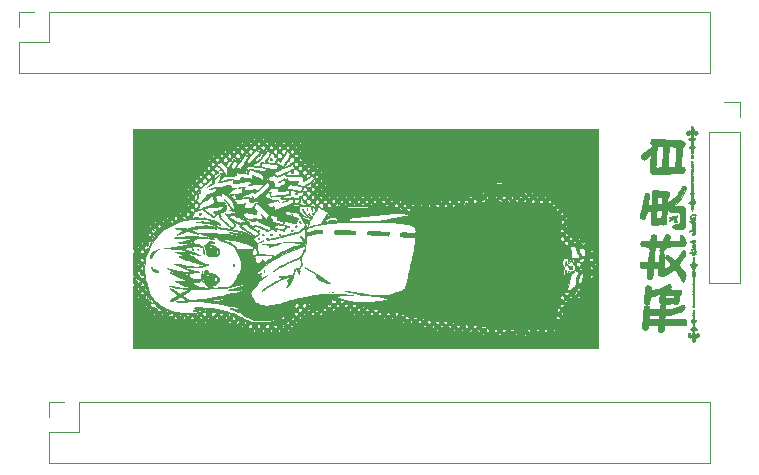
<source format=gbo>
G04 #@! TF.GenerationSoftware,KiCad,Pcbnew,(6.0.0-rc1-dev-1521-g81a0ab4d7)*
G04 #@! TF.CreationDate,2019-02-16T05:45:15+09:00
G04 #@! TF.ProjectId,STM32F303VET6,53544d33-3246-4333-9033-564554362e6b,rev?*
G04 #@! TF.SameCoordinates,Original*
G04 #@! TF.FileFunction,Legend,Bot*
G04 #@! TF.FilePolarity,Positive*
%FSLAX46Y46*%
G04 Gerber Fmt 4.6, Leading zero omitted, Abs format (unit mm)*
G04 Created by KiCad (PCBNEW (6.0.0-rc1-dev-1521-g81a0ab4d7)) date 2019/02/16 5:45:15*
%MOMM*%
%LPD*%
G04 APERTURE LIST*
%ADD10C,0.120000*%
%ADD11C,0.010000*%
G04 APERTURE END LIST*
D10*
X153730000Y-105470000D02*
X151070000Y-105470000D01*
X153730000Y-92710000D02*
X153730000Y-105470000D01*
X151070000Y-92710000D02*
X151070000Y-105470000D01*
X153730000Y-92710000D02*
X151070000Y-92710000D01*
X153730000Y-91440000D02*
X153730000Y-90110000D01*
X153730000Y-90110000D02*
X152400000Y-90110000D01*
X151190000Y-82490000D02*
X151190000Y-87690000D01*
X95250000Y-82490000D02*
X151190000Y-82490000D01*
X92650000Y-87690000D02*
X151190000Y-87690000D01*
X95250000Y-82490000D02*
X95250000Y-85090000D01*
X95250000Y-85090000D02*
X92650000Y-85090000D01*
X92650000Y-85090000D02*
X92650000Y-87690000D01*
X93980000Y-82490000D02*
X92650000Y-82490000D01*
X92650000Y-82490000D02*
X92650000Y-83820000D01*
X151190000Y-115510000D02*
X151190000Y-120710000D01*
X97790000Y-115510000D02*
X151190000Y-115510000D01*
X95190000Y-120710000D02*
X151190000Y-120710000D01*
X97790000Y-115510000D02*
X97790000Y-118110000D01*
X97790000Y-118110000D02*
X95190000Y-118110000D01*
X95190000Y-118110000D02*
X95190000Y-120710000D01*
X96520000Y-115510000D02*
X95190000Y-115510000D01*
X95190000Y-115510000D02*
X95190000Y-116840000D01*
D11*
G36*
X147666698Y-99962583D02*
G01*
X147670985Y-99967486D01*
X147705194Y-99982729D01*
X147760055Y-99989284D01*
X147821822Y-99986292D01*
X147857882Y-99979177D01*
X147895595Y-99972920D01*
X147903640Y-99981559D01*
X147883059Y-100002628D01*
X147834896Y-100033662D01*
X147834806Y-100033714D01*
X147787423Y-100068142D01*
X147745172Y-100111198D01*
X147714791Y-100154268D01*
X147703020Y-100188736D01*
X147705497Y-100198997D01*
X147733498Y-100214140D01*
X147778800Y-100205382D01*
X147834902Y-100174865D01*
X147875744Y-100142917D01*
X147928744Y-100100623D01*
X147972129Y-100079173D01*
X148019065Y-100072472D01*
X148028158Y-100072361D01*
X148075117Y-100075247D01*
X148096146Y-100086791D01*
X148100417Y-100106809D01*
X148107081Y-100150921D01*
X148116835Y-100181774D01*
X148133519Y-100231536D01*
X148143629Y-100270799D01*
X148162502Y-100309916D01*
X148188947Y-100319306D01*
X148217421Y-100311522D01*
X148223889Y-100300868D01*
X148239356Y-100290446D01*
X148281653Y-100293273D01*
X148283605Y-100293632D01*
X148332370Y-100295124D01*
X148358548Y-100280384D01*
X148356991Y-100253422D01*
X148349381Y-100242365D01*
X148334957Y-100212677D01*
X148319310Y-100162535D01*
X148312252Y-100132894D01*
X148303002Y-100066398D01*
X148308062Y-100004377D01*
X148321757Y-99948889D01*
X148345326Y-99864108D01*
X148358362Y-99807568D01*
X148361439Y-99774025D01*
X148355131Y-99758238D01*
X148343005Y-99754861D01*
X148312744Y-99764248D01*
X148269285Y-99787637D01*
X148255921Y-99796315D01*
X148194835Y-99837769D01*
X148146642Y-99796315D01*
X148084426Y-99760369D01*
X148023774Y-99759250D01*
X147967375Y-99792781D01*
X147952054Y-99809131D01*
X147923143Y-99846370D01*
X147907372Y-99872283D01*
X147906389Y-99876061D01*
X147890407Y-99883295D01*
X147849091Y-99888860D01*
X147806892Y-99891050D01*
X147738643Y-99898319D01*
X147689052Y-99914619D01*
X147663332Y-99937017D01*
X147666698Y-99962583D01*
X147666698Y-99962583D01*
G37*
X147666698Y-99962583D02*
X147670985Y-99967486D01*
X147705194Y-99982729D01*
X147760055Y-99989284D01*
X147821822Y-99986292D01*
X147857882Y-99979177D01*
X147895595Y-99972920D01*
X147903640Y-99981559D01*
X147883059Y-100002628D01*
X147834896Y-100033662D01*
X147834806Y-100033714D01*
X147787423Y-100068142D01*
X147745172Y-100111198D01*
X147714791Y-100154268D01*
X147703020Y-100188736D01*
X147705497Y-100198997D01*
X147733498Y-100214140D01*
X147778800Y-100205382D01*
X147834902Y-100174865D01*
X147875744Y-100142917D01*
X147928744Y-100100623D01*
X147972129Y-100079173D01*
X148019065Y-100072472D01*
X148028158Y-100072361D01*
X148075117Y-100075247D01*
X148096146Y-100086791D01*
X148100417Y-100106809D01*
X148107081Y-100150921D01*
X148116835Y-100181774D01*
X148133519Y-100231536D01*
X148143629Y-100270799D01*
X148162502Y-100309916D01*
X148188947Y-100319306D01*
X148217421Y-100311522D01*
X148223889Y-100300868D01*
X148239356Y-100290446D01*
X148281653Y-100293273D01*
X148283605Y-100293632D01*
X148332370Y-100295124D01*
X148358548Y-100280384D01*
X148356991Y-100253422D01*
X148349381Y-100242365D01*
X148334957Y-100212677D01*
X148319310Y-100162535D01*
X148312252Y-100132894D01*
X148303002Y-100066398D01*
X148308062Y-100004377D01*
X148321757Y-99948889D01*
X148345326Y-99864108D01*
X148358362Y-99807568D01*
X148361439Y-99774025D01*
X148355131Y-99758238D01*
X148343005Y-99754861D01*
X148312744Y-99764248D01*
X148269285Y-99787637D01*
X148255921Y-99796315D01*
X148194835Y-99837769D01*
X148146642Y-99796315D01*
X148084426Y-99760369D01*
X148023774Y-99759250D01*
X147967375Y-99792781D01*
X147952054Y-99809131D01*
X147923143Y-99846370D01*
X147907372Y-99872283D01*
X147906389Y-99876061D01*
X147890407Y-99883295D01*
X147849091Y-99888860D01*
X147806892Y-99891050D01*
X147738643Y-99898319D01*
X147689052Y-99914619D01*
X147663332Y-99937017D01*
X147666698Y-99962583D01*
G36*
X145567269Y-107129353D02*
G01*
X145572647Y-107153410D01*
X145581702Y-107173308D01*
X145594424Y-107194201D01*
X145595005Y-107195124D01*
X145650372Y-107252694D01*
X145726588Y-107291121D01*
X145807497Y-107304306D01*
X145862859Y-107295183D01*
X145923095Y-107271985D01*
X145975618Y-107240964D01*
X146007836Y-107208373D01*
X146010182Y-107203634D01*
X146021813Y-107162544D01*
X146034804Y-107096368D01*
X146047709Y-107015187D01*
X146059085Y-106929080D01*
X146067486Y-106848128D01*
X146071468Y-106782411D01*
X146071589Y-106775139D01*
X146074459Y-106717098D01*
X146080865Y-106672319D01*
X146086210Y-106656522D01*
X146108318Y-106643022D01*
X146156555Y-106624362D01*
X146222716Y-106603501D01*
X146266738Y-106591385D01*
X146360149Y-106565873D01*
X146461715Y-106536273D01*
X146562198Y-106505460D01*
X146652360Y-106476308D01*
X146722961Y-106451690D01*
X146751042Y-106440733D01*
X146830474Y-106408749D01*
X146884306Y-106393525D01*
X146916124Y-106398472D01*
X146929514Y-106427002D01*
X146928064Y-106482526D01*
X146915358Y-106568457D01*
X146911189Y-106593074D01*
X146896561Y-106688552D01*
X146883505Y-106791134D01*
X146874234Y-106882875D01*
X146872401Y-106907431D01*
X146871754Y-107012439D01*
X146887378Y-107091712D01*
X146922109Y-107152137D01*
X146978783Y-107200597D01*
X146997986Y-107212390D01*
X147017469Y-107223768D01*
X147035210Y-107232861D01*
X147054900Y-107239651D01*
X147080234Y-107244121D01*
X147114904Y-107246253D01*
X147162604Y-107246031D01*
X147227026Y-107243436D01*
X147311863Y-107238452D01*
X147420809Y-107231061D01*
X147557556Y-107221246D01*
X147725798Y-107208990D01*
X147726018Y-107208974D01*
X147847344Y-107200299D01*
X147938991Y-107194431D01*
X148006456Y-107191468D01*
X148055233Y-107191511D01*
X148090819Y-107194659D01*
X148118709Y-107201010D01*
X148144397Y-107210664D01*
X148158171Y-107216778D01*
X148254818Y-107246486D01*
X148342185Y-107244680D01*
X148400463Y-107222016D01*
X148443409Y-107187119D01*
X148473937Y-107136963D01*
X148495518Y-107064186D01*
X148507189Y-106995625D01*
X148518488Y-106916591D01*
X148531623Y-106827386D01*
X148539509Y-106775139D01*
X148550773Y-106699480D01*
X148561517Y-106623981D01*
X148567441Y-106580035D01*
X148577185Y-106528364D01*
X148594498Y-106499664D01*
X148627556Y-106481635D01*
X148634574Y-106479020D01*
X148694052Y-106439867D01*
X148736024Y-106376359D01*
X148757119Y-106296463D01*
X148753970Y-106208144D01*
X148752441Y-106200336D01*
X148744215Y-106166990D01*
X148732744Y-106138621D01*
X148715241Y-106114739D01*
X148688922Y-106094852D01*
X148650998Y-106078468D01*
X148598685Y-106065097D01*
X148529195Y-106054246D01*
X148439742Y-106045424D01*
X148327540Y-106038141D01*
X148189803Y-106031904D01*
X148023745Y-106026223D01*
X147826579Y-106020606D01*
X147716771Y-106017702D01*
X147683330Y-106011232D01*
X147683392Y-105994765D01*
X147716775Y-105968788D01*
X147740079Y-105955486D01*
X147810934Y-105902042D01*
X147855971Y-105835821D01*
X147873566Y-105763537D01*
X147862092Y-105691902D01*
X147819925Y-105627629D01*
X147819551Y-105627255D01*
X147782028Y-105596435D01*
X147741728Y-105580447D01*
X147693041Y-105579981D01*
X147630355Y-105595726D01*
X147548060Y-105628372D01*
X147453719Y-105672230D01*
X147366810Y-105713612D01*
X147366456Y-105713776D01*
X147366456Y-106459301D01*
X147570276Y-106467856D01*
X147677213Y-106472586D01*
X147795504Y-106478201D01*
X147906766Y-106483813D01*
X147957041Y-106486507D01*
X148139984Y-106496604D01*
X148129020Y-106576597D01*
X148122209Y-106634868D01*
X148118369Y-106684376D01*
X148118056Y-106696014D01*
X148116401Y-106709089D01*
X148109024Y-106719764D01*
X148092305Y-106728517D01*
X148062624Y-106735824D01*
X148016360Y-106742163D01*
X147949895Y-106748009D01*
X147859607Y-106753840D01*
X147741878Y-106760132D01*
X147593087Y-106767362D01*
X147566840Y-106768606D01*
X147324306Y-106780073D01*
X147324306Y-106698484D01*
X147329415Y-106626269D01*
X147342037Y-106551631D01*
X147345381Y-106538098D01*
X147366456Y-106459301D01*
X147366456Y-105713776D01*
X147281675Y-105753176D01*
X147208581Y-105786204D01*
X147161119Y-105806631D01*
X147097447Y-105832980D01*
X147037553Y-105858260D01*
X147012141Y-105869234D01*
X146931217Y-105901636D01*
X146826719Y-105938950D01*
X146707190Y-105978562D01*
X146581171Y-106017855D01*
X146457207Y-106054216D01*
X146343841Y-106085029D01*
X146249614Y-106107680D01*
X146204236Y-106116530D01*
X146151319Y-106125331D01*
X146157454Y-105976049D01*
X146158119Y-105889637D01*
X146152744Y-105823946D01*
X146143099Y-105788482D01*
X146094302Y-105733383D01*
X146019683Y-105697008D01*
X145924758Y-105681876D01*
X145909063Y-105681594D01*
X145845074Y-105684459D01*
X145801470Y-105696195D01*
X145763624Y-105721362D01*
X145753624Y-105730039D01*
X145735548Y-105747427D01*
X145720724Y-105766632D01*
X145708373Y-105791722D01*
X145697715Y-105826764D01*
X145687971Y-105875826D01*
X145678361Y-105942976D01*
X145668107Y-106032283D01*
X145656428Y-106147814D01*
X145642546Y-106293636D01*
X145639572Y-106325348D01*
X145628938Y-106437202D01*
X145617800Y-106551518D01*
X145607268Y-106657097D01*
X145598449Y-106742737D01*
X145595930Y-106766320D01*
X145582754Y-106888470D01*
X145573311Y-106980696D01*
X145567590Y-107048149D01*
X145565580Y-107095984D01*
X145567269Y-107129353D01*
X145567269Y-107129353D01*
G37*
X145567269Y-107129353D02*
X145572647Y-107153410D01*
X145581702Y-107173308D01*
X145594424Y-107194201D01*
X145595005Y-107195124D01*
X145650372Y-107252694D01*
X145726588Y-107291121D01*
X145807497Y-107304306D01*
X145862859Y-107295183D01*
X145923095Y-107271985D01*
X145975618Y-107240964D01*
X146007836Y-107208373D01*
X146010182Y-107203634D01*
X146021813Y-107162544D01*
X146034804Y-107096368D01*
X146047709Y-107015187D01*
X146059085Y-106929080D01*
X146067486Y-106848128D01*
X146071468Y-106782411D01*
X146071589Y-106775139D01*
X146074459Y-106717098D01*
X146080865Y-106672319D01*
X146086210Y-106656522D01*
X146108318Y-106643022D01*
X146156555Y-106624362D01*
X146222716Y-106603501D01*
X146266738Y-106591385D01*
X146360149Y-106565873D01*
X146461715Y-106536273D01*
X146562198Y-106505460D01*
X146652360Y-106476308D01*
X146722961Y-106451690D01*
X146751042Y-106440733D01*
X146830474Y-106408749D01*
X146884306Y-106393525D01*
X146916124Y-106398472D01*
X146929514Y-106427002D01*
X146928064Y-106482526D01*
X146915358Y-106568457D01*
X146911189Y-106593074D01*
X146896561Y-106688552D01*
X146883505Y-106791134D01*
X146874234Y-106882875D01*
X146872401Y-106907431D01*
X146871754Y-107012439D01*
X146887378Y-107091712D01*
X146922109Y-107152137D01*
X146978783Y-107200597D01*
X146997986Y-107212390D01*
X147017469Y-107223768D01*
X147035210Y-107232861D01*
X147054900Y-107239651D01*
X147080234Y-107244121D01*
X147114904Y-107246253D01*
X147162604Y-107246031D01*
X147227026Y-107243436D01*
X147311863Y-107238452D01*
X147420809Y-107231061D01*
X147557556Y-107221246D01*
X147725798Y-107208990D01*
X147726018Y-107208974D01*
X147847344Y-107200299D01*
X147938991Y-107194431D01*
X148006456Y-107191468D01*
X148055233Y-107191511D01*
X148090819Y-107194659D01*
X148118709Y-107201010D01*
X148144397Y-107210664D01*
X148158171Y-107216778D01*
X148254818Y-107246486D01*
X148342185Y-107244680D01*
X148400463Y-107222016D01*
X148443409Y-107187119D01*
X148473937Y-107136963D01*
X148495518Y-107064186D01*
X148507189Y-106995625D01*
X148518488Y-106916591D01*
X148531623Y-106827386D01*
X148539509Y-106775139D01*
X148550773Y-106699480D01*
X148561517Y-106623981D01*
X148567441Y-106580035D01*
X148577185Y-106528364D01*
X148594498Y-106499664D01*
X148627556Y-106481635D01*
X148634574Y-106479020D01*
X148694052Y-106439867D01*
X148736024Y-106376359D01*
X148757119Y-106296463D01*
X148753970Y-106208144D01*
X148752441Y-106200336D01*
X148744215Y-106166990D01*
X148732744Y-106138621D01*
X148715241Y-106114739D01*
X148688922Y-106094852D01*
X148650998Y-106078468D01*
X148598685Y-106065097D01*
X148529195Y-106054246D01*
X148439742Y-106045424D01*
X148327540Y-106038141D01*
X148189803Y-106031904D01*
X148023745Y-106026223D01*
X147826579Y-106020606D01*
X147716771Y-106017702D01*
X147683330Y-106011232D01*
X147683392Y-105994765D01*
X147716775Y-105968788D01*
X147740079Y-105955486D01*
X147810934Y-105902042D01*
X147855971Y-105835821D01*
X147873566Y-105763537D01*
X147862092Y-105691902D01*
X147819925Y-105627629D01*
X147819551Y-105627255D01*
X147782028Y-105596435D01*
X147741728Y-105580447D01*
X147693041Y-105579981D01*
X147630355Y-105595726D01*
X147548060Y-105628372D01*
X147453719Y-105672230D01*
X147366810Y-105713612D01*
X147366456Y-105713776D01*
X147366456Y-106459301D01*
X147570276Y-106467856D01*
X147677213Y-106472586D01*
X147795504Y-106478201D01*
X147906766Y-106483813D01*
X147957041Y-106486507D01*
X148139984Y-106496604D01*
X148129020Y-106576597D01*
X148122209Y-106634868D01*
X148118369Y-106684376D01*
X148118056Y-106696014D01*
X148116401Y-106709089D01*
X148109024Y-106719764D01*
X148092305Y-106728517D01*
X148062624Y-106735824D01*
X148016360Y-106742163D01*
X147949895Y-106748009D01*
X147859607Y-106753840D01*
X147741878Y-106760132D01*
X147593087Y-106767362D01*
X147566840Y-106768606D01*
X147324306Y-106780073D01*
X147324306Y-106698484D01*
X147329415Y-106626269D01*
X147342037Y-106551631D01*
X147345381Y-106538098D01*
X147366456Y-106459301D01*
X147366456Y-105713776D01*
X147281675Y-105753176D01*
X147208581Y-105786204D01*
X147161119Y-105806631D01*
X147097447Y-105832980D01*
X147037553Y-105858260D01*
X147012141Y-105869234D01*
X146931217Y-105901636D01*
X146826719Y-105938950D01*
X146707190Y-105978562D01*
X146581171Y-106017855D01*
X146457207Y-106054216D01*
X146343841Y-106085029D01*
X146249614Y-106107680D01*
X146204236Y-106116530D01*
X146151319Y-106125331D01*
X146157454Y-105976049D01*
X146158119Y-105889637D01*
X146152744Y-105823946D01*
X146143099Y-105788482D01*
X146094302Y-105733383D01*
X146019683Y-105697008D01*
X145924758Y-105681876D01*
X145909063Y-105681594D01*
X145845074Y-105684459D01*
X145801470Y-105696195D01*
X145763624Y-105721362D01*
X145753624Y-105730039D01*
X145735548Y-105747427D01*
X145720724Y-105766632D01*
X145708373Y-105791722D01*
X145697715Y-105826764D01*
X145687971Y-105875826D01*
X145678361Y-105942976D01*
X145668107Y-106032283D01*
X145656428Y-106147814D01*
X145642546Y-106293636D01*
X145639572Y-106325348D01*
X145628938Y-106437202D01*
X145617800Y-106551518D01*
X145607268Y-106657097D01*
X145598449Y-106742737D01*
X145595930Y-106766320D01*
X145582754Y-106888470D01*
X145573311Y-106980696D01*
X145567590Y-107048149D01*
X145565580Y-107095984D01*
X145567269Y-107129353D01*
G36*
X145310733Y-94799266D02*
G01*
X145338713Y-94883827D01*
X145389671Y-94960113D01*
X145461075Y-95007785D01*
X145553410Y-95027139D01*
X145573266Y-95027639D01*
X145624407Y-95024018D01*
X145672550Y-95011021D01*
X145722349Y-94985449D01*
X145778459Y-94944100D01*
X145845533Y-94883777D01*
X145928226Y-94801277D01*
X145978526Y-94748989D01*
X146158511Y-94560209D01*
X146149575Y-94718959D01*
X146143566Y-94812729D01*
X146135478Y-94921919D01*
X146126792Y-95026852D01*
X146124334Y-95054098D01*
X146111109Y-95207178D01*
X146099593Y-95360129D01*
X146090062Y-95507506D01*
X146082793Y-95643864D01*
X146078061Y-95763761D01*
X146076141Y-95861750D01*
X146077310Y-95932389D01*
X146078807Y-95952772D01*
X146103214Y-96062152D01*
X146151799Y-96146787D01*
X146226020Y-96208922D01*
X146255458Y-96224435D01*
X146295889Y-96241087D01*
X146338501Y-96252124D01*
X146391779Y-96258628D01*
X146464211Y-96261685D01*
X146552412Y-96262386D01*
X146653409Y-96261100D01*
X146775284Y-96257567D01*
X146903747Y-96252303D01*
X147024506Y-96245824D01*
X147042083Y-96244713D01*
X147219349Y-96233844D01*
X147431159Y-96221950D01*
X147677675Y-96209022D01*
X147959058Y-96195052D01*
X148275472Y-96180032D01*
X148425492Y-96173104D01*
X148561486Y-96166343D01*
X148667100Y-96159713D01*
X148747224Y-96152680D01*
X148806750Y-96144712D01*
X148850569Y-96135277D01*
X148883572Y-96123843D01*
X148885374Y-96123056D01*
X148952221Y-96079357D01*
X148994548Y-96016382D01*
X149013985Y-95930611D01*
X149014269Y-95845037D01*
X148997429Y-95749222D01*
X148959304Y-95680392D01*
X148897420Y-95635687D01*
X148813426Y-95612825D01*
X148726597Y-95600342D01*
X148727878Y-95468331D01*
X148729150Y-95408264D01*
X148731953Y-95318856D01*
X148736033Y-95205997D01*
X148741133Y-95075578D01*
X148746999Y-94933490D01*
X148753374Y-94785624D01*
X148760004Y-94637871D01*
X148766633Y-94496121D01*
X148773006Y-94366265D01*
X148778867Y-94254195D01*
X148783962Y-94165801D01*
X148785150Y-94147108D01*
X148797153Y-93963313D01*
X148850069Y-93946425D01*
X148924256Y-93905475D01*
X148978405Y-93839570D01*
X149010228Y-93754247D01*
X149017436Y-93655039D01*
X149004714Y-93572431D01*
X148975791Y-93509749D01*
X148928178Y-93455421D01*
X148881395Y-93426275D01*
X148864892Y-93421333D01*
X148840536Y-93416474D01*
X148806157Y-93411551D01*
X148759582Y-93406420D01*
X148698639Y-93400934D01*
X148621157Y-93394950D01*
X148524962Y-93388320D01*
X148407884Y-93380899D01*
X148267750Y-93372542D01*
X148102388Y-93363103D01*
X147909627Y-93352437D01*
X147726671Y-93342532D01*
X147726671Y-93898443D01*
X147753851Y-93899661D01*
X147809434Y-93903223D01*
X147886658Y-93908659D01*
X147978761Y-93915501D01*
X148036633Y-93919951D01*
X148316808Y-93941766D01*
X148304520Y-94162793D01*
X148299278Y-94258807D01*
X148292922Y-94377929D01*
X148286089Y-94508035D01*
X148279418Y-94637000D01*
X148276138Y-94701320D01*
X148263941Y-94936947D01*
X148253009Y-95137524D01*
X148243330Y-95303256D01*
X148234891Y-95434346D01*
X148227677Y-95530999D01*
X148221676Y-95593420D01*
X148216874Y-95621813D01*
X148215970Y-95623521D01*
X148196097Y-95627015D01*
X148146717Y-95630891D01*
X148073593Y-95634834D01*
X147982488Y-95638532D01*
X147886182Y-95641488D01*
X147565959Y-95649891D01*
X147578844Y-95572480D01*
X147582846Y-95541991D01*
X147587558Y-95493536D01*
X147593113Y-95425087D01*
X147599643Y-95334617D01*
X147607282Y-95220100D01*
X147616162Y-95079507D01*
X147626417Y-94910812D01*
X147638181Y-94711989D01*
X147651585Y-94481009D01*
X147659189Y-94348542D01*
X147667409Y-94210084D01*
X147674669Y-94102952D01*
X147681558Y-94023228D01*
X147688663Y-93966994D01*
X147696570Y-93930332D01*
X147705869Y-93909323D01*
X147717146Y-93900051D01*
X147726671Y-93898443D01*
X147726671Y-93342532D01*
X147687294Y-93340399D01*
X147433217Y-93326842D01*
X147262569Y-93317810D01*
X147129007Y-93310413D01*
X146980876Y-93301642D01*
X146832215Y-93292364D01*
X146758585Y-93287505D01*
X146758585Y-93845808D01*
X146810518Y-93847742D01*
X146885811Y-93852974D01*
X146972795Y-93860617D01*
X147030907Y-93866545D01*
X147222577Y-93887308D01*
X147211165Y-94056189D01*
X147206011Y-94134107D01*
X147199410Y-94236327D01*
X147192059Y-94351937D01*
X147184654Y-94470025D01*
X147181252Y-94524931D01*
X147174545Y-94637272D01*
X147166748Y-94773778D01*
X147158473Y-94923378D01*
X147150331Y-95075001D01*
X147142933Y-95217574D01*
X147142100Y-95234018D01*
X147135486Y-95351166D01*
X147128184Y-95456772D01*
X147120664Y-95545650D01*
X147113392Y-95612616D01*
X147106837Y-95652484D01*
X147103591Y-95661104D01*
X147080189Y-95668520D01*
X147028601Y-95676317D01*
X146955900Y-95683671D01*
X146869157Y-95689760D01*
X146847176Y-95690935D01*
X146749551Y-95695366D01*
X146680911Y-95696917D01*
X146635048Y-95695166D01*
X146605755Y-95689693D01*
X146586825Y-95680076D01*
X146578408Y-95672694D01*
X146554673Y-95637268D01*
X146548595Y-95612872D01*
X146550012Y-95586414D01*
X146553821Y-95528621D01*
X146559746Y-95443334D01*
X146567508Y-95334395D01*
X146576830Y-95205646D01*
X146587436Y-95060929D01*
X146599047Y-94904084D01*
X146611388Y-94738954D01*
X146618203Y-94648403D01*
X146624753Y-94561244D01*
X146633032Y-94450566D01*
X146642170Y-94328031D01*
X146651295Y-94205303D01*
X146655389Y-94150104D01*
X146677934Y-93845834D01*
X146758585Y-93845808D01*
X146758585Y-93287505D01*
X146697064Y-93283444D01*
X146633834Y-93279023D01*
X146509806Y-93270970D01*
X146415223Y-93267641D01*
X146344452Y-93269978D01*
X146291863Y-93278923D01*
X146251826Y-93295418D01*
X146218709Y-93320405D01*
X146187894Y-93353620D01*
X146147698Y-93426270D01*
X146129427Y-93514742D01*
X146133070Y-93607228D01*
X146158618Y-93691922D01*
X146188251Y-93738749D01*
X146223548Y-93801322D01*
X146225772Y-93862527D01*
X146194860Y-93917315D01*
X146190613Y-93921601D01*
X146095874Y-94008573D01*
X145977734Y-94108158D01*
X145834410Y-94221775D01*
X145664120Y-94350843D01*
X145494504Y-94475454D01*
X145399227Y-94555353D01*
X145337668Y-94633784D01*
X145308584Y-94714002D01*
X145310733Y-94799266D01*
X145310733Y-94799266D01*
G37*
X145310733Y-94799266D02*
X145338713Y-94883827D01*
X145389671Y-94960113D01*
X145461075Y-95007785D01*
X145553410Y-95027139D01*
X145573266Y-95027639D01*
X145624407Y-95024018D01*
X145672550Y-95011021D01*
X145722349Y-94985449D01*
X145778459Y-94944100D01*
X145845533Y-94883777D01*
X145928226Y-94801277D01*
X145978526Y-94748989D01*
X146158511Y-94560209D01*
X146149575Y-94718959D01*
X146143566Y-94812729D01*
X146135478Y-94921919D01*
X146126792Y-95026852D01*
X146124334Y-95054098D01*
X146111109Y-95207178D01*
X146099593Y-95360129D01*
X146090062Y-95507506D01*
X146082793Y-95643864D01*
X146078061Y-95763761D01*
X146076141Y-95861750D01*
X146077310Y-95932389D01*
X146078807Y-95952772D01*
X146103214Y-96062152D01*
X146151799Y-96146787D01*
X146226020Y-96208922D01*
X146255458Y-96224435D01*
X146295889Y-96241087D01*
X146338501Y-96252124D01*
X146391779Y-96258628D01*
X146464211Y-96261685D01*
X146552412Y-96262386D01*
X146653409Y-96261100D01*
X146775284Y-96257567D01*
X146903747Y-96252303D01*
X147024506Y-96245824D01*
X147042083Y-96244713D01*
X147219349Y-96233844D01*
X147431159Y-96221950D01*
X147677675Y-96209022D01*
X147959058Y-96195052D01*
X148275472Y-96180032D01*
X148425492Y-96173104D01*
X148561486Y-96166343D01*
X148667100Y-96159713D01*
X148747224Y-96152680D01*
X148806750Y-96144712D01*
X148850569Y-96135277D01*
X148883572Y-96123843D01*
X148885374Y-96123056D01*
X148952221Y-96079357D01*
X148994548Y-96016382D01*
X149013985Y-95930611D01*
X149014269Y-95845037D01*
X148997429Y-95749222D01*
X148959304Y-95680392D01*
X148897420Y-95635687D01*
X148813426Y-95612825D01*
X148726597Y-95600342D01*
X148727878Y-95468331D01*
X148729150Y-95408264D01*
X148731953Y-95318856D01*
X148736033Y-95205997D01*
X148741133Y-95075578D01*
X148746999Y-94933490D01*
X148753374Y-94785624D01*
X148760004Y-94637871D01*
X148766633Y-94496121D01*
X148773006Y-94366265D01*
X148778867Y-94254195D01*
X148783962Y-94165801D01*
X148785150Y-94147108D01*
X148797153Y-93963313D01*
X148850069Y-93946425D01*
X148924256Y-93905475D01*
X148978405Y-93839570D01*
X149010228Y-93754247D01*
X149017436Y-93655039D01*
X149004714Y-93572431D01*
X148975791Y-93509749D01*
X148928178Y-93455421D01*
X148881395Y-93426275D01*
X148864892Y-93421333D01*
X148840536Y-93416474D01*
X148806157Y-93411551D01*
X148759582Y-93406420D01*
X148698639Y-93400934D01*
X148621157Y-93394950D01*
X148524962Y-93388320D01*
X148407884Y-93380899D01*
X148267750Y-93372542D01*
X148102388Y-93363103D01*
X147909627Y-93352437D01*
X147726671Y-93342532D01*
X147726671Y-93898443D01*
X147753851Y-93899661D01*
X147809434Y-93903223D01*
X147886658Y-93908659D01*
X147978761Y-93915501D01*
X148036633Y-93919951D01*
X148316808Y-93941766D01*
X148304520Y-94162793D01*
X148299278Y-94258807D01*
X148292922Y-94377929D01*
X148286089Y-94508035D01*
X148279418Y-94637000D01*
X148276138Y-94701320D01*
X148263941Y-94936947D01*
X148253009Y-95137524D01*
X148243330Y-95303256D01*
X148234891Y-95434346D01*
X148227677Y-95530999D01*
X148221676Y-95593420D01*
X148216874Y-95621813D01*
X148215970Y-95623521D01*
X148196097Y-95627015D01*
X148146717Y-95630891D01*
X148073593Y-95634834D01*
X147982488Y-95638532D01*
X147886182Y-95641488D01*
X147565959Y-95649891D01*
X147578844Y-95572480D01*
X147582846Y-95541991D01*
X147587558Y-95493536D01*
X147593113Y-95425087D01*
X147599643Y-95334617D01*
X147607282Y-95220100D01*
X147616162Y-95079507D01*
X147626417Y-94910812D01*
X147638181Y-94711989D01*
X147651585Y-94481009D01*
X147659189Y-94348542D01*
X147667409Y-94210084D01*
X147674669Y-94102952D01*
X147681558Y-94023228D01*
X147688663Y-93966994D01*
X147696570Y-93930332D01*
X147705869Y-93909323D01*
X147717146Y-93900051D01*
X147726671Y-93898443D01*
X147726671Y-93342532D01*
X147687294Y-93340399D01*
X147433217Y-93326842D01*
X147262569Y-93317810D01*
X147129007Y-93310413D01*
X146980876Y-93301642D01*
X146832215Y-93292364D01*
X146758585Y-93287505D01*
X146758585Y-93845808D01*
X146810518Y-93847742D01*
X146885811Y-93852974D01*
X146972795Y-93860617D01*
X147030907Y-93866545D01*
X147222577Y-93887308D01*
X147211165Y-94056189D01*
X147206011Y-94134107D01*
X147199410Y-94236327D01*
X147192059Y-94351937D01*
X147184654Y-94470025D01*
X147181252Y-94524931D01*
X147174545Y-94637272D01*
X147166748Y-94773778D01*
X147158473Y-94923378D01*
X147150331Y-95075001D01*
X147142933Y-95217574D01*
X147142100Y-95234018D01*
X147135486Y-95351166D01*
X147128184Y-95456772D01*
X147120664Y-95545650D01*
X147113392Y-95612616D01*
X147106837Y-95652484D01*
X147103591Y-95661104D01*
X147080189Y-95668520D01*
X147028601Y-95676317D01*
X146955900Y-95683671D01*
X146869157Y-95689760D01*
X146847176Y-95690935D01*
X146749551Y-95695366D01*
X146680911Y-95696917D01*
X146635048Y-95695166D01*
X146605755Y-95689693D01*
X146586825Y-95680076D01*
X146578408Y-95672694D01*
X146554673Y-95637268D01*
X146548595Y-95612872D01*
X146550012Y-95586414D01*
X146553821Y-95528621D01*
X146559746Y-95443334D01*
X146567508Y-95334395D01*
X146576830Y-95205646D01*
X146587436Y-95060929D01*
X146599047Y-94904084D01*
X146611388Y-94738954D01*
X146618203Y-94648403D01*
X146624753Y-94561244D01*
X146633032Y-94450566D01*
X146642170Y-94328031D01*
X146651295Y-94205303D01*
X146655389Y-94150104D01*
X146677934Y-93845834D01*
X146758585Y-93845808D01*
X146758585Y-93287505D01*
X146697064Y-93283444D01*
X146633834Y-93279023D01*
X146509806Y-93270970D01*
X146415223Y-93267641D01*
X146344452Y-93269978D01*
X146291863Y-93278923D01*
X146251826Y-93295418D01*
X146218709Y-93320405D01*
X146187894Y-93353620D01*
X146147698Y-93426270D01*
X146129427Y-93514742D01*
X146133070Y-93607228D01*
X146158618Y-93691922D01*
X146188251Y-93738749D01*
X146223548Y-93801322D01*
X146225772Y-93862527D01*
X146194860Y-93917315D01*
X146190613Y-93921601D01*
X146095874Y-94008573D01*
X145977734Y-94108158D01*
X145834410Y-94221775D01*
X145664120Y-94350843D01*
X145494504Y-94475454D01*
X145399227Y-94555353D01*
X145337668Y-94633784D01*
X145308584Y-94714002D01*
X145310733Y-94799266D01*
G36*
X145218911Y-104011444D02*
G01*
X145240187Y-104065686D01*
X145270956Y-104108531D01*
X145309241Y-104139785D01*
X145360684Y-104161115D01*
X145430928Y-104174185D01*
X145525613Y-104180659D01*
X145635107Y-104182223D01*
X145733236Y-104182715D01*
X145801300Y-104184587D01*
X145844505Y-104188430D01*
X145868053Y-104194835D01*
X145877151Y-104204396D01*
X145877917Y-104209833D01*
X145876429Y-104235425D01*
X145872288Y-104290198D01*
X145865977Y-104368192D01*
X145857978Y-104463449D01*
X145848773Y-104570012D01*
X145848263Y-104575840D01*
X145836543Y-104711249D01*
X145828064Y-104816190D01*
X145822841Y-104895326D01*
X145820886Y-104953317D01*
X145822213Y-104994825D01*
X145826834Y-105024513D01*
X145834763Y-105047043D01*
X145846014Y-105067075D01*
X145849672Y-105072736D01*
X145901041Y-105123128D01*
X145970534Y-105154357D01*
X146049168Y-105166494D01*
X146127957Y-105159609D01*
X146197918Y-105133771D01*
X146250065Y-105089051D01*
X146262159Y-105069521D01*
X146272478Y-105033541D01*
X146284289Y-104964679D01*
X146297309Y-104865285D01*
X146311255Y-104737710D01*
X146325845Y-104584305D01*
X146338686Y-104433577D01*
X146359114Y-104182223D01*
X146778822Y-104182223D01*
X146774451Y-104415938D01*
X146774134Y-104539221D01*
X146779304Y-104633357D01*
X146791300Y-104704234D01*
X146811461Y-104757739D01*
X146841124Y-104799758D01*
X146867391Y-104824763D01*
X146942953Y-104868162D01*
X147035901Y-104884396D01*
X147148112Y-104874287D01*
X147251422Y-104845523D01*
X147375343Y-104794968D01*
X147515018Y-104725238D01*
X147665588Y-104638952D01*
X147822196Y-104538728D01*
X147979983Y-104427183D01*
X147985764Y-104422885D01*
X148053764Y-104373508D01*
X148111653Y-104333860D01*
X148153645Y-104307734D01*
X148173954Y-104298924D01*
X148174529Y-104299116D01*
X148197766Y-104322907D01*
X148235399Y-104372600D01*
X148284425Y-104443405D01*
X148341846Y-104530534D01*
X148404661Y-104629198D01*
X148469868Y-104734607D01*
X148534468Y-104841972D01*
X148595460Y-104946505D01*
X148649844Y-105043416D01*
X148694619Y-105127917D01*
X148698062Y-105134723D01*
X148755876Y-105239050D01*
X148808577Y-105312761D01*
X148855063Y-105354508D01*
X148885130Y-105364028D01*
X148917192Y-105347120D01*
X148953564Y-105298298D01*
X148992570Y-105220413D01*
X149032535Y-105116318D01*
X149035271Y-105108285D01*
X149074067Y-104984796D01*
X149096850Y-104885461D01*
X149103209Y-104802791D01*
X149092735Y-104729301D01*
X149065018Y-104657505D01*
X149019648Y-104579915D01*
X149005180Y-104558266D01*
X148963179Y-104499119D01*
X148908130Y-104425262D01*
X148844729Y-104342609D01*
X148777674Y-104257074D01*
X148711660Y-104174572D01*
X148651384Y-104101017D01*
X148601544Y-104042323D01*
X148566834Y-104004405D01*
X148560692Y-103998520D01*
X148534304Y-103968280D01*
X148527180Y-103937096D01*
X148540826Y-103897845D01*
X148576747Y-103843403D01*
X148599917Y-103812904D01*
X148673286Y-103712932D01*
X148749663Y-103599221D01*
X148825846Y-103477483D01*
X148898635Y-103353433D01*
X148964827Y-103232785D01*
X149021222Y-103121253D01*
X149064619Y-103024552D01*
X149091816Y-102948396D01*
X149097485Y-102924733D01*
X149098003Y-102841749D01*
X149068779Y-102773912D01*
X149013747Y-102725855D01*
X148936840Y-102702211D01*
X148907162Y-102700556D01*
X148857112Y-102710556D01*
X148809752Y-102743059D01*
X148761222Y-102801816D01*
X148707664Y-102890582D01*
X148703081Y-102899027D01*
X148629037Y-103024599D01*
X148536105Y-103163752D01*
X148431456Y-103306285D01*
X148322260Y-103441999D01*
X148317425Y-103447698D01*
X148184574Y-103603938D01*
X148068114Y-103491796D01*
X148015836Y-103441352D01*
X147973472Y-103400279D01*
X147947271Y-103374645D01*
X147942250Y-103369585D01*
X147911229Y-103342085D01*
X147859651Y-103301880D01*
X147796559Y-103255462D01*
X147730995Y-103209320D01*
X147672000Y-103169947D01*
X147628617Y-103143833D01*
X147625561Y-103142240D01*
X147545951Y-103116031D01*
X147475769Y-103123674D01*
X147414625Y-103165317D01*
X147362127Y-103241110D01*
X147361361Y-103242590D01*
X147350287Y-103272900D01*
X147350390Y-103304731D01*
X147364083Y-103341720D01*
X147393781Y-103387502D01*
X147441900Y-103445715D01*
X147510854Y-103519994D01*
X147603059Y-103613977D01*
X147617811Y-103628764D01*
X147694383Y-103706071D01*
X147761581Y-103775182D01*
X147815683Y-103832164D01*
X147852969Y-103873087D01*
X147869718Y-103894017D01*
X147870276Y-103895561D01*
X147855047Y-103919195D01*
X147815050Y-103955248D01*
X147755750Y-104000340D01*
X147682608Y-104051089D01*
X147601087Y-104104117D01*
X147516650Y-104156042D01*
X147434758Y-104203484D01*
X147360875Y-104243063D01*
X147300464Y-104271397D01*
X147258985Y-104285107D01*
X147243348Y-104283533D01*
X147241659Y-104263620D01*
X147242964Y-104214209D01*
X147246957Y-104140925D01*
X147253327Y-104049394D01*
X147261768Y-103945242D01*
X147262115Y-103941225D01*
X147279254Y-103741190D01*
X147293123Y-103573358D01*
X147303880Y-103434820D01*
X147311678Y-103322666D01*
X147316673Y-103233989D01*
X147319019Y-103165878D01*
X147318873Y-103115426D01*
X147316388Y-103079724D01*
X147311720Y-103055862D01*
X147309630Y-103049846D01*
X147271194Y-102992530D01*
X147209046Y-102957121D01*
X147120492Y-102942277D01*
X147092479Y-102941621D01*
X147029653Y-102943754D01*
X146988513Y-102953135D01*
X146955575Y-102974237D01*
X146934486Y-102994040D01*
X146909680Y-103024327D01*
X146889999Y-103063071D01*
X146874433Y-103115212D01*
X146861969Y-103185691D01*
X146851597Y-103279451D01*
X146842305Y-103401432D01*
X146838411Y-103463438D01*
X146827022Y-103653056D01*
X146405468Y-103653056D01*
X146416683Y-103472257D01*
X146423291Y-103381369D01*
X146431544Y-103290159D01*
X146440081Y-103213013D01*
X146443816Y-103185625D01*
X146457382Y-103079862D01*
X146460883Y-103000941D01*
X146453389Y-102941631D01*
X146433968Y-102894698D01*
X146401691Y-102852911D01*
X146400888Y-102852058D01*
X146363619Y-102808619D01*
X146353108Y-102783445D01*
X146368771Y-102772513D01*
X146389084Y-102771111D01*
X146432809Y-102754799D01*
X146472975Y-102711083D01*
X146504264Y-102647791D01*
X146520872Y-102577084D01*
X146529208Y-102512460D01*
X146537720Y-102454740D01*
X146541710Y-102431563D01*
X146550997Y-102383056D01*
X146758323Y-102383056D01*
X146840304Y-102383838D01*
X146908711Y-102385964D01*
X146956220Y-102389106D01*
X146975378Y-102392785D01*
X146973706Y-102412522D01*
X146960279Y-102455565D01*
X146937903Y-102513088D01*
X146934697Y-102520667D01*
X146909302Y-102586882D01*
X146891032Y-102647252D01*
X146883813Y-102688789D01*
X146883810Y-102689015D01*
X146899187Y-102762894D01*
X146941625Y-102824437D01*
X147003370Y-102866989D01*
X147076668Y-102883897D01*
X147108531Y-102881830D01*
X147167313Y-102856554D01*
X147230703Y-102798044D01*
X147299113Y-102705814D01*
X147372953Y-102579378D01*
X147386914Y-102552831D01*
X147474236Y-102384397D01*
X148200568Y-102379317D01*
X148379898Y-102378005D01*
X148527343Y-102376695D01*
X148646295Y-102375205D01*
X148740148Y-102373355D01*
X148812294Y-102370963D01*
X148866125Y-102367848D01*
X148905035Y-102363827D01*
X148932415Y-102358720D01*
X148951658Y-102352346D01*
X148966156Y-102344521D01*
X148975589Y-102337869D01*
X149038832Y-102281421D01*
X149077265Y-102220370D01*
X149096549Y-102143409D01*
X149101190Y-102087041D01*
X149101003Y-102011908D01*
X149091210Y-101943074D01*
X149069088Y-101864840D01*
X149056189Y-101827431D01*
X148997610Y-101676759D01*
X148941107Y-101560097D01*
X148885938Y-101476290D01*
X148831357Y-101424181D01*
X148783404Y-101403664D01*
X148706537Y-101401558D01*
X148650534Y-101427635D01*
X148615698Y-101481415D01*
X148602331Y-101562416D01*
X148610734Y-101670154D01*
X148611880Y-101677120D01*
X148623158Y-101762794D01*
X148621916Y-101820718D01*
X148606870Y-101856582D01*
X148576739Y-101876077D01*
X148566341Y-101879150D01*
X148532184Y-101883293D01*
X148471545Y-101886270D01*
X148390416Y-101888146D01*
X148294789Y-101888986D01*
X148190656Y-101888857D01*
X148084007Y-101887824D01*
X147980835Y-101885953D01*
X147887131Y-101883309D01*
X147808887Y-101879957D01*
X147752095Y-101875964D01*
X147722746Y-101871395D01*
X147720166Y-101869886D01*
X147719993Y-101844917D01*
X147731098Y-101799914D01*
X147741376Y-101770273D01*
X147759790Y-101703104D01*
X147771464Y-101624238D01*
X147773544Y-101584165D01*
X147772111Y-101523855D01*
X147763264Y-101484718D01*
X147741394Y-101452695D01*
X147708210Y-101420419D01*
X147664075Y-101384145D01*
X147624168Y-101366161D01*
X147571952Y-101360316D01*
X147545664Y-101360000D01*
X147482987Y-101363215D01*
X147438935Y-101376581D01*
X147397156Y-101405685D01*
X147387482Y-101414018D01*
X147357530Y-101444684D01*
X147331997Y-101483003D01*
X147307130Y-101536466D01*
X147279177Y-101612566D01*
X147261588Y-101665373D01*
X147234640Y-101744008D01*
X147209555Y-101810101D01*
X147189223Y-101856464D01*
X147176977Y-101875668D01*
X147153968Y-101879785D01*
X147103756Y-101883242D01*
X147033834Y-101885963D01*
X146951698Y-101887872D01*
X146864840Y-101888896D01*
X146780756Y-101888959D01*
X146706941Y-101887986D01*
X146650887Y-101885903D01*
X146620089Y-101882634D01*
X146616728Y-101881265D01*
X146614872Y-101861415D01*
X146616387Y-101814601D01*
X146620905Y-101748940D01*
X146624603Y-101707032D01*
X146631300Y-101606417D01*
X146627573Y-101533170D01*
X146610888Y-101480272D01*
X146578710Y-101440708D01*
X146528504Y-101407458D01*
X146513589Y-101399688D01*
X146416553Y-101366013D01*
X146326744Y-101365925D01*
X146253869Y-101394400D01*
X146213874Y-101423083D01*
X146185814Y-101456877D01*
X146166344Y-101503510D01*
X146152124Y-101570710D01*
X146141036Y-101655278D01*
X146132898Y-101735259D01*
X146126016Y-101794787D01*
X146115605Y-101836847D01*
X146096876Y-101864426D01*
X146065043Y-101880513D01*
X146015319Y-101888093D01*
X145942915Y-101890153D01*
X145843045Y-101889682D01*
X145765761Y-101889427D01*
X145636190Y-101890021D01*
X145536878Y-101892403D01*
X145462810Y-101897810D01*
X145408972Y-101907480D01*
X145370350Y-101922651D01*
X145341928Y-101944560D01*
X145318693Y-101974444D01*
X145300907Y-102004154D01*
X145266540Y-102096272D01*
X145265051Y-102188102D01*
X145295564Y-102273516D01*
X145348738Y-102339000D01*
X145365461Y-102351564D01*
X145387555Y-102361043D01*
X145420298Y-102368069D01*
X145468969Y-102373274D01*
X145538847Y-102377291D01*
X145635211Y-102380752D01*
X145716551Y-102383056D01*
X146045486Y-102391875D01*
X146039507Y-102515384D01*
X146037859Y-102584933D01*
X146042599Y-102630871D01*
X146055888Y-102664609D01*
X146072202Y-102688058D01*
X146116411Y-102730387D01*
X146166375Y-102761548D01*
X146221875Y-102785873D01*
X146165902Y-102787311D01*
X146098272Y-102805260D01*
X146040744Y-102849641D01*
X146003002Y-102911609D01*
X145994978Y-102943398D01*
X145988825Y-102994110D01*
X145980246Y-103076272D01*
X145969598Y-103186167D01*
X145957239Y-103320078D01*
X145943524Y-103474287D01*
X145938328Y-103533993D01*
X145928025Y-103653056D01*
X145655151Y-103653056D01*
X145534778Y-103654077D01*
X145444030Y-103658191D01*
X145377286Y-103666975D01*
X145328926Y-103682005D01*
X145293329Y-103704856D01*
X145264875Y-103737106D01*
X145245039Y-103768072D01*
X145217666Y-103841508D01*
X145208874Y-103927692D01*
X145218911Y-104011444D01*
X145218911Y-104011444D01*
G37*
X145218911Y-104011444D02*
X145240187Y-104065686D01*
X145270956Y-104108531D01*
X145309241Y-104139785D01*
X145360684Y-104161115D01*
X145430928Y-104174185D01*
X145525613Y-104180659D01*
X145635107Y-104182223D01*
X145733236Y-104182715D01*
X145801300Y-104184587D01*
X145844505Y-104188430D01*
X145868053Y-104194835D01*
X145877151Y-104204396D01*
X145877917Y-104209833D01*
X145876429Y-104235425D01*
X145872288Y-104290198D01*
X145865977Y-104368192D01*
X145857978Y-104463449D01*
X145848773Y-104570012D01*
X145848263Y-104575840D01*
X145836543Y-104711249D01*
X145828064Y-104816190D01*
X145822841Y-104895326D01*
X145820886Y-104953317D01*
X145822213Y-104994825D01*
X145826834Y-105024513D01*
X145834763Y-105047043D01*
X145846014Y-105067075D01*
X145849672Y-105072736D01*
X145901041Y-105123128D01*
X145970534Y-105154357D01*
X146049168Y-105166494D01*
X146127957Y-105159609D01*
X146197918Y-105133771D01*
X146250065Y-105089051D01*
X146262159Y-105069521D01*
X146272478Y-105033541D01*
X146284289Y-104964679D01*
X146297309Y-104865285D01*
X146311255Y-104737710D01*
X146325845Y-104584305D01*
X146338686Y-104433577D01*
X146359114Y-104182223D01*
X146778822Y-104182223D01*
X146774451Y-104415938D01*
X146774134Y-104539221D01*
X146779304Y-104633357D01*
X146791300Y-104704234D01*
X146811461Y-104757739D01*
X146841124Y-104799758D01*
X146867391Y-104824763D01*
X146942953Y-104868162D01*
X147035901Y-104884396D01*
X147148112Y-104874287D01*
X147251422Y-104845523D01*
X147375343Y-104794968D01*
X147515018Y-104725238D01*
X147665588Y-104638952D01*
X147822196Y-104538728D01*
X147979983Y-104427183D01*
X147985764Y-104422885D01*
X148053764Y-104373508D01*
X148111653Y-104333860D01*
X148153645Y-104307734D01*
X148173954Y-104298924D01*
X148174529Y-104299116D01*
X148197766Y-104322907D01*
X148235399Y-104372600D01*
X148284425Y-104443405D01*
X148341846Y-104530534D01*
X148404661Y-104629198D01*
X148469868Y-104734607D01*
X148534468Y-104841972D01*
X148595460Y-104946505D01*
X148649844Y-105043416D01*
X148694619Y-105127917D01*
X148698062Y-105134723D01*
X148755876Y-105239050D01*
X148808577Y-105312761D01*
X148855063Y-105354508D01*
X148885130Y-105364028D01*
X148917192Y-105347120D01*
X148953564Y-105298298D01*
X148992570Y-105220413D01*
X149032535Y-105116318D01*
X149035271Y-105108285D01*
X149074067Y-104984796D01*
X149096850Y-104885461D01*
X149103209Y-104802791D01*
X149092735Y-104729301D01*
X149065018Y-104657505D01*
X149019648Y-104579915D01*
X149005180Y-104558266D01*
X148963179Y-104499119D01*
X148908130Y-104425262D01*
X148844729Y-104342609D01*
X148777674Y-104257074D01*
X148711660Y-104174572D01*
X148651384Y-104101017D01*
X148601544Y-104042323D01*
X148566834Y-104004405D01*
X148560692Y-103998520D01*
X148534304Y-103968280D01*
X148527180Y-103937096D01*
X148540826Y-103897845D01*
X148576747Y-103843403D01*
X148599917Y-103812904D01*
X148673286Y-103712932D01*
X148749663Y-103599221D01*
X148825846Y-103477483D01*
X148898635Y-103353433D01*
X148964827Y-103232785D01*
X149021222Y-103121253D01*
X149064619Y-103024552D01*
X149091816Y-102948396D01*
X149097485Y-102924733D01*
X149098003Y-102841749D01*
X149068779Y-102773912D01*
X149013747Y-102725855D01*
X148936840Y-102702211D01*
X148907162Y-102700556D01*
X148857112Y-102710556D01*
X148809752Y-102743059D01*
X148761222Y-102801816D01*
X148707664Y-102890582D01*
X148703081Y-102899027D01*
X148629037Y-103024599D01*
X148536105Y-103163752D01*
X148431456Y-103306285D01*
X148322260Y-103441999D01*
X148317425Y-103447698D01*
X148184574Y-103603938D01*
X148068114Y-103491796D01*
X148015836Y-103441352D01*
X147973472Y-103400279D01*
X147947271Y-103374645D01*
X147942250Y-103369585D01*
X147911229Y-103342085D01*
X147859651Y-103301880D01*
X147796559Y-103255462D01*
X147730995Y-103209320D01*
X147672000Y-103169947D01*
X147628617Y-103143833D01*
X147625561Y-103142240D01*
X147545951Y-103116031D01*
X147475769Y-103123674D01*
X147414625Y-103165317D01*
X147362127Y-103241110D01*
X147361361Y-103242590D01*
X147350287Y-103272900D01*
X147350390Y-103304731D01*
X147364083Y-103341720D01*
X147393781Y-103387502D01*
X147441900Y-103445715D01*
X147510854Y-103519994D01*
X147603059Y-103613977D01*
X147617811Y-103628764D01*
X147694383Y-103706071D01*
X147761581Y-103775182D01*
X147815683Y-103832164D01*
X147852969Y-103873087D01*
X147869718Y-103894017D01*
X147870276Y-103895561D01*
X147855047Y-103919195D01*
X147815050Y-103955248D01*
X147755750Y-104000340D01*
X147682608Y-104051089D01*
X147601087Y-104104117D01*
X147516650Y-104156042D01*
X147434758Y-104203484D01*
X147360875Y-104243063D01*
X147300464Y-104271397D01*
X147258985Y-104285107D01*
X147243348Y-104283533D01*
X147241659Y-104263620D01*
X147242964Y-104214209D01*
X147246957Y-104140925D01*
X147253327Y-104049394D01*
X147261768Y-103945242D01*
X147262115Y-103941225D01*
X147279254Y-103741190D01*
X147293123Y-103573358D01*
X147303880Y-103434820D01*
X147311678Y-103322666D01*
X147316673Y-103233989D01*
X147319019Y-103165878D01*
X147318873Y-103115426D01*
X147316388Y-103079724D01*
X147311720Y-103055862D01*
X147309630Y-103049846D01*
X147271194Y-102992530D01*
X147209046Y-102957121D01*
X147120492Y-102942277D01*
X147092479Y-102941621D01*
X147029653Y-102943754D01*
X146988513Y-102953135D01*
X146955575Y-102974237D01*
X146934486Y-102994040D01*
X146909680Y-103024327D01*
X146889999Y-103063071D01*
X146874433Y-103115212D01*
X146861969Y-103185691D01*
X146851597Y-103279451D01*
X146842305Y-103401432D01*
X146838411Y-103463438D01*
X146827022Y-103653056D01*
X146405468Y-103653056D01*
X146416683Y-103472257D01*
X146423291Y-103381369D01*
X146431544Y-103290159D01*
X146440081Y-103213013D01*
X146443816Y-103185625D01*
X146457382Y-103079862D01*
X146460883Y-103000941D01*
X146453389Y-102941631D01*
X146433968Y-102894698D01*
X146401691Y-102852911D01*
X146400888Y-102852058D01*
X146363619Y-102808619D01*
X146353108Y-102783445D01*
X146368771Y-102772513D01*
X146389084Y-102771111D01*
X146432809Y-102754799D01*
X146472975Y-102711083D01*
X146504264Y-102647791D01*
X146520872Y-102577084D01*
X146529208Y-102512460D01*
X146537720Y-102454740D01*
X146541710Y-102431563D01*
X146550997Y-102383056D01*
X146758323Y-102383056D01*
X146840304Y-102383838D01*
X146908711Y-102385964D01*
X146956220Y-102389106D01*
X146975378Y-102392785D01*
X146973706Y-102412522D01*
X146960279Y-102455565D01*
X146937903Y-102513088D01*
X146934697Y-102520667D01*
X146909302Y-102586882D01*
X146891032Y-102647252D01*
X146883813Y-102688789D01*
X146883810Y-102689015D01*
X146899187Y-102762894D01*
X146941625Y-102824437D01*
X147003370Y-102866989D01*
X147076668Y-102883897D01*
X147108531Y-102881830D01*
X147167313Y-102856554D01*
X147230703Y-102798044D01*
X147299113Y-102705814D01*
X147372953Y-102579378D01*
X147386914Y-102552831D01*
X147474236Y-102384397D01*
X148200568Y-102379317D01*
X148379898Y-102378005D01*
X148527343Y-102376695D01*
X148646295Y-102375205D01*
X148740148Y-102373355D01*
X148812294Y-102370963D01*
X148866125Y-102367848D01*
X148905035Y-102363827D01*
X148932415Y-102358720D01*
X148951658Y-102352346D01*
X148966156Y-102344521D01*
X148975589Y-102337869D01*
X149038832Y-102281421D01*
X149077265Y-102220370D01*
X149096549Y-102143409D01*
X149101190Y-102087041D01*
X149101003Y-102011908D01*
X149091210Y-101943074D01*
X149069088Y-101864840D01*
X149056189Y-101827431D01*
X148997610Y-101676759D01*
X148941107Y-101560097D01*
X148885938Y-101476290D01*
X148831357Y-101424181D01*
X148783404Y-101403664D01*
X148706537Y-101401558D01*
X148650534Y-101427635D01*
X148615698Y-101481415D01*
X148602331Y-101562416D01*
X148610734Y-101670154D01*
X148611880Y-101677120D01*
X148623158Y-101762794D01*
X148621916Y-101820718D01*
X148606870Y-101856582D01*
X148576739Y-101876077D01*
X148566341Y-101879150D01*
X148532184Y-101883293D01*
X148471545Y-101886270D01*
X148390416Y-101888146D01*
X148294789Y-101888986D01*
X148190656Y-101888857D01*
X148084007Y-101887824D01*
X147980835Y-101885953D01*
X147887131Y-101883309D01*
X147808887Y-101879957D01*
X147752095Y-101875964D01*
X147722746Y-101871395D01*
X147720166Y-101869886D01*
X147719993Y-101844917D01*
X147731098Y-101799914D01*
X147741376Y-101770273D01*
X147759790Y-101703104D01*
X147771464Y-101624238D01*
X147773544Y-101584165D01*
X147772111Y-101523855D01*
X147763264Y-101484718D01*
X147741394Y-101452695D01*
X147708210Y-101420419D01*
X147664075Y-101384145D01*
X147624168Y-101366161D01*
X147571952Y-101360316D01*
X147545664Y-101360000D01*
X147482987Y-101363215D01*
X147438935Y-101376581D01*
X147397156Y-101405685D01*
X147387482Y-101414018D01*
X147357530Y-101444684D01*
X147331997Y-101483003D01*
X147307130Y-101536466D01*
X147279177Y-101612566D01*
X147261588Y-101665373D01*
X147234640Y-101744008D01*
X147209555Y-101810101D01*
X147189223Y-101856464D01*
X147176977Y-101875668D01*
X147153968Y-101879785D01*
X147103756Y-101883242D01*
X147033834Y-101885963D01*
X146951698Y-101887872D01*
X146864840Y-101888896D01*
X146780756Y-101888959D01*
X146706941Y-101887986D01*
X146650887Y-101885903D01*
X146620089Y-101882634D01*
X146616728Y-101881265D01*
X146614872Y-101861415D01*
X146616387Y-101814601D01*
X146620905Y-101748940D01*
X146624603Y-101707032D01*
X146631300Y-101606417D01*
X146627573Y-101533170D01*
X146610888Y-101480272D01*
X146578710Y-101440708D01*
X146528504Y-101407458D01*
X146513589Y-101399688D01*
X146416553Y-101366013D01*
X146326744Y-101365925D01*
X146253869Y-101394400D01*
X146213874Y-101423083D01*
X146185814Y-101456877D01*
X146166344Y-101503510D01*
X146152124Y-101570710D01*
X146141036Y-101655278D01*
X146132898Y-101735259D01*
X146126016Y-101794787D01*
X146115605Y-101836847D01*
X146096876Y-101864426D01*
X146065043Y-101880513D01*
X146015319Y-101888093D01*
X145942915Y-101890153D01*
X145843045Y-101889682D01*
X145765761Y-101889427D01*
X145636190Y-101890021D01*
X145536878Y-101892403D01*
X145462810Y-101897810D01*
X145408972Y-101907480D01*
X145370350Y-101922651D01*
X145341928Y-101944560D01*
X145318693Y-101974444D01*
X145300907Y-102004154D01*
X145266540Y-102096272D01*
X145265051Y-102188102D01*
X145295564Y-102273516D01*
X145348738Y-102339000D01*
X145365461Y-102351564D01*
X145387555Y-102361043D01*
X145420298Y-102368069D01*
X145468969Y-102373274D01*
X145538847Y-102377291D01*
X145635211Y-102380752D01*
X145716551Y-102383056D01*
X146045486Y-102391875D01*
X146039507Y-102515384D01*
X146037859Y-102584933D01*
X146042599Y-102630871D01*
X146055888Y-102664609D01*
X146072202Y-102688058D01*
X146116411Y-102730387D01*
X146166375Y-102761548D01*
X146221875Y-102785873D01*
X146165902Y-102787311D01*
X146098272Y-102805260D01*
X146040744Y-102849641D01*
X146003002Y-102911609D01*
X145994978Y-102943398D01*
X145988825Y-102994110D01*
X145980246Y-103076272D01*
X145969598Y-103186167D01*
X145957239Y-103320078D01*
X145943524Y-103474287D01*
X145938328Y-103533993D01*
X145928025Y-103653056D01*
X145655151Y-103653056D01*
X145534778Y-103654077D01*
X145444030Y-103658191D01*
X145377286Y-103666975D01*
X145328926Y-103682005D01*
X145293329Y-103704856D01*
X145264875Y-103737106D01*
X145245039Y-103768072D01*
X145217666Y-103841508D01*
X145208874Y-103927692D01*
X145218911Y-104011444D01*
G36*
X145229516Y-99864089D02*
G01*
X145255389Y-99909901D01*
X145272178Y-99931365D01*
X145346763Y-99997874D01*
X145432571Y-100031713D01*
X145490672Y-100037084D01*
X145548092Y-100031449D01*
X145596941Y-100012381D01*
X145639079Y-99976631D01*
X145676367Y-99920951D01*
X145710667Y-99842094D01*
X145743840Y-99736811D01*
X145777747Y-99601856D01*
X145801488Y-99494688D01*
X145832562Y-99349167D01*
X146199949Y-99349167D01*
X146187799Y-99565243D01*
X146181309Y-99667901D01*
X146173317Y-99775540D01*
X146164968Y-99873494D01*
X146159219Y-99931250D01*
X146147899Y-100062904D01*
X146143436Y-100183896D01*
X146145732Y-100287914D01*
X146154688Y-100368650D01*
X146166685Y-100412477D01*
X146218816Y-100491573D01*
X146297361Y-100547914D01*
X146342860Y-100566080D01*
X146372291Y-100574222D01*
X146402461Y-100578353D01*
X146439159Y-100577827D01*
X146488177Y-100571999D01*
X146555307Y-100560224D01*
X146646338Y-100541855D01*
X146742222Y-100521560D01*
X146853038Y-100498017D01*
X146935302Y-100481436D01*
X146994971Y-100471439D01*
X147038000Y-100467650D01*
X147070343Y-100469693D01*
X147097956Y-100477191D01*
X147126795Y-100489767D01*
X147140505Y-100496376D01*
X147192858Y-100519059D01*
X147232766Y-100525832D01*
X147278246Y-100518572D01*
X147299327Y-100512919D01*
X147350886Y-100495270D01*
X147389704Y-100471772D01*
X147417945Y-100437339D01*
X147437770Y-100386886D01*
X147451343Y-100315325D01*
X147460829Y-100217569D01*
X147466822Y-100119082D01*
X147477831Y-99912930D01*
X147487457Y-99739226D01*
X147495945Y-99595177D01*
X147503538Y-99477991D01*
X147510481Y-99384875D01*
X147517019Y-99313037D01*
X147523394Y-99259685D01*
X147529852Y-99222026D01*
X147536637Y-99197267D01*
X147543993Y-99182616D01*
X147549200Y-99177188D01*
X147591501Y-99154357D01*
X147618989Y-99162962D01*
X147632691Y-99203667D01*
X147634631Y-99232565D01*
X147652443Y-99326325D01*
X147698695Y-99406357D01*
X147764287Y-99462042D01*
X147786251Y-99473929D01*
X147808858Y-99482303D01*
X147837560Y-99487334D01*
X147877805Y-99489193D01*
X147935045Y-99488050D01*
X148014730Y-99484077D01*
X148122310Y-99477443D01*
X148166097Y-99474620D01*
X148300648Y-99465928D01*
X148406699Y-99461624D01*
X148487540Y-99465235D01*
X148546462Y-99480291D01*
X148586756Y-99510319D01*
X148611713Y-99558848D01*
X148624624Y-99629407D01*
X148628780Y-99725524D01*
X148627471Y-99850728D01*
X148624868Y-99966528D01*
X148621202Y-100102972D01*
X148616376Y-100208688D01*
X148609570Y-100288224D01*
X148599963Y-100346126D01*
X148586735Y-100386944D01*
X148569067Y-100415224D01*
X148546137Y-100435515D01*
X148539508Y-100439859D01*
X148510745Y-100449839D01*
X148455589Y-100462685D01*
X148382612Y-100476570D01*
X148318624Y-100486976D01*
X148204736Y-100506346D01*
X148121006Y-100526544D01*
X148062341Y-100549822D01*
X148023652Y-100578432D01*
X147999845Y-100614628D01*
X147993672Y-100630748D01*
X147988387Y-100698499D01*
X148015561Y-100762363D01*
X148072391Y-100817311D01*
X148109727Y-100839214D01*
X148191090Y-100870971D01*
X148292093Y-100897261D01*
X148404705Y-100917339D01*
X148520893Y-100930459D01*
X148632624Y-100935875D01*
X148731865Y-100932843D01*
X148810584Y-100920617D01*
X148846536Y-100907596D01*
X148905827Y-100871027D01*
X148955411Y-100825583D01*
X148996048Y-100768163D01*
X149028498Y-100695669D01*
X149053522Y-100605000D01*
X149071879Y-100493057D01*
X149084330Y-100356741D01*
X149091634Y-100192952D01*
X149094553Y-99998592D01*
X149094626Y-99895973D01*
X149092814Y-99699064D01*
X149088036Y-99534027D01*
X149079466Y-99397522D01*
X149066279Y-99286206D01*
X149047651Y-99196740D01*
X149022756Y-99125782D01*
X148990769Y-99069992D01*
X148950865Y-99026028D01*
X148902219Y-98990550D01*
X148866145Y-98970768D01*
X148810064Y-98952968D01*
X148726261Y-98939510D01*
X148622066Y-98930735D01*
X148504806Y-98926985D01*
X148381811Y-98928602D01*
X148260409Y-98935928D01*
X148215069Y-98940406D01*
X148144686Y-98947699D01*
X148089199Y-98952450D01*
X148056708Y-98954016D01*
X148051644Y-98953432D01*
X148062763Y-98942271D01*
X148096416Y-98917278D01*
X148145480Y-98883726D01*
X148148658Y-98881622D01*
X148345040Y-98731913D01*
X148528239Y-98552423D01*
X148695423Y-98347099D01*
X148843761Y-98119886D01*
X148970421Y-97874727D01*
X149072572Y-97615569D01*
X149085374Y-97576459D01*
X149111007Y-97493173D01*
X149125740Y-97434721D01*
X149130529Y-97392708D01*
X149126331Y-97358742D01*
X149114108Y-97324444D01*
X149074134Y-97271415D01*
X149013235Y-97234570D01*
X148944408Y-97220399D01*
X148912193Y-97223596D01*
X148873592Y-97237626D01*
X148837961Y-97264738D01*
X148801562Y-97309695D01*
X148760660Y-97377258D01*
X148711516Y-97472192D01*
X148702050Y-97491443D01*
X148578139Y-97723192D01*
X148446090Y-97925830D01*
X148301144Y-98105360D01*
X148138546Y-98267786D01*
X147987298Y-98393509D01*
X147935296Y-98430035D01*
X147868159Y-98472273D01*
X147793320Y-98516132D01*
X147718211Y-98557521D01*
X147650264Y-98592349D01*
X147596911Y-98616525D01*
X147565585Y-98625960D01*
X147564945Y-98625973D01*
X147558317Y-98609157D01*
X147555686Y-98561578D01*
X147557167Y-98487533D01*
X147559821Y-98436354D01*
X147565275Y-98352505D01*
X147571004Y-98295933D01*
X147579390Y-98258702D01*
X147592817Y-98232875D01*
X147613666Y-98210515D01*
X147632630Y-98193820D01*
X147686738Y-98135161D01*
X147717576Y-98068179D01*
X147729473Y-97982195D01*
X147730000Y-97953670D01*
X147719156Y-97860859D01*
X147687777Y-97791213D01*
X147638901Y-97749243D01*
X147622186Y-97741466D01*
X147604397Y-97734579D01*
X147582424Y-97728180D01*
X147553159Y-97721872D01*
X147513493Y-97715253D01*
X147460319Y-97707923D01*
X147390527Y-97699483D01*
X147301010Y-97689533D01*
X147188659Y-97677672D01*
X147050365Y-97663501D01*
X146883021Y-97646619D01*
X146807292Y-97639031D01*
X146807292Y-98164074D01*
X146874610Y-98167141D01*
X146949894Y-98173996D01*
X147024169Y-98184151D01*
X147048827Y-98188499D01*
X147152584Y-98208147D01*
X147140124Y-98474386D01*
X147134767Y-98568374D01*
X147128307Y-98650032D01*
X147121403Y-98712779D01*
X147114716Y-98750038D01*
X147111751Y-98756963D01*
X147081424Y-98770436D01*
X147072726Y-98772315D01*
X147072726Y-99296202D01*
X147084151Y-99306690D01*
X147088897Y-99341291D01*
X147087475Y-99404814D01*
X147086322Y-99424132D01*
X147081626Y-99501065D01*
X147076144Y-99596828D01*
X147070805Y-99695016D01*
X147068915Y-99731351D01*
X147064101Y-99809594D01*
X147058515Y-99876102D01*
X147052984Y-99921992D01*
X147049826Y-99936514D01*
X147025038Y-99955239D01*
X146969268Y-99969228D01*
X146939576Y-99973150D01*
X146827153Y-99985258D01*
X146744906Y-99993732D01*
X146687920Y-99998538D01*
X146651275Y-99999642D01*
X146630057Y-99997009D01*
X146619347Y-99990606D01*
X146614230Y-99980400D01*
X146611314Y-99970888D01*
X146608206Y-99940892D01*
X146607807Y-99884691D01*
X146609689Y-99809434D01*
X146613425Y-99722267D01*
X146618587Y-99630340D01*
X146624745Y-99540800D01*
X146631474Y-99460795D01*
X146638345Y-99397474D01*
X146644929Y-99357984D01*
X146648561Y-99348706D01*
X146669444Y-99342848D01*
X146716942Y-99334708D01*
X146782549Y-99325340D01*
X146857760Y-99315796D01*
X146934070Y-99307129D01*
X147002973Y-99300392D01*
X147055964Y-99296637D01*
X147072726Y-99296202D01*
X147072726Y-98772315D01*
X147016586Y-98784444D01*
X146918000Y-98798854D01*
X146787973Y-98813379D01*
X146666154Y-98825579D01*
X146678558Y-98721366D01*
X146684845Y-98661216D01*
X146692434Y-98577588D01*
X146700306Y-98482204D01*
X146706550Y-98399359D01*
X146713301Y-98315259D01*
X146720361Y-98244513D01*
X146726919Y-98194252D01*
X146732167Y-98171607D01*
X146732443Y-98171261D01*
X146756912Y-98165284D01*
X146807292Y-98164074D01*
X146807292Y-97639031D01*
X146694818Y-97627759D01*
X146573366Y-97616200D01*
X146481613Y-97609883D01*
X146414226Y-97609886D01*
X146365872Y-97617287D01*
X146331218Y-97633163D01*
X146304933Y-97658593D01*
X146281683Y-97694654D01*
X146271488Y-97713326D01*
X146250462Y-97775590D01*
X146241004Y-97852930D01*
X146243164Y-97931838D01*
X146256991Y-97998806D01*
X146270342Y-98026803D01*
X146282697Y-98049148D01*
X146290065Y-98076191D01*
X146292772Y-98114927D01*
X146291145Y-98172354D01*
X146285510Y-98255466D01*
X146282694Y-98291386D01*
X146274508Y-98396416D01*
X146266123Y-98508136D01*
X146258667Y-98611361D01*
X146254332Y-98674479D01*
X146243526Y-98837639D01*
X145911979Y-98837639D01*
X145922270Y-98745035D01*
X145931241Y-98672319D01*
X145942738Y-98589298D01*
X145949173Y-98546598D01*
X145961562Y-98459263D01*
X145973805Y-98358429D01*
X145984904Y-98254071D01*
X145993858Y-98156163D01*
X145999669Y-98074679D01*
X146001389Y-98025589D01*
X145986285Y-97948707D01*
X145943644Y-97891435D01*
X145877478Y-97857587D01*
X145816736Y-97849861D01*
X145774253Y-97850994D01*
X145739540Y-97856766D01*
X145710922Y-97870743D01*
X145686727Y-97896489D01*
X145665283Y-97937567D01*
X145644916Y-97997541D01*
X145623953Y-98079977D01*
X145600722Y-98188437D01*
X145573549Y-98326485D01*
X145560076Y-98396667D01*
X145518934Y-98603567D01*
X145478303Y-98789790D01*
X145434905Y-98969731D01*
X145393343Y-99128681D01*
X145375442Y-99195219D01*
X145359135Y-99256031D01*
X145350752Y-99287431D01*
X145337285Y-99333006D01*
X145317036Y-99396039D01*
X145300114Y-99446181D01*
X145258307Y-99572750D01*
X145230652Y-99672483D01*
X145216840Y-99750723D01*
X145216564Y-99812810D01*
X145229516Y-99864089D01*
X145229516Y-99864089D01*
G37*
X145229516Y-99864089D02*
X145255389Y-99909901D01*
X145272178Y-99931365D01*
X145346763Y-99997874D01*
X145432571Y-100031713D01*
X145490672Y-100037084D01*
X145548092Y-100031449D01*
X145596941Y-100012381D01*
X145639079Y-99976631D01*
X145676367Y-99920951D01*
X145710667Y-99842094D01*
X145743840Y-99736811D01*
X145777747Y-99601856D01*
X145801488Y-99494688D01*
X145832562Y-99349167D01*
X146199949Y-99349167D01*
X146187799Y-99565243D01*
X146181309Y-99667901D01*
X146173317Y-99775540D01*
X146164968Y-99873494D01*
X146159219Y-99931250D01*
X146147899Y-100062904D01*
X146143436Y-100183896D01*
X146145732Y-100287914D01*
X146154688Y-100368650D01*
X146166685Y-100412477D01*
X146218816Y-100491573D01*
X146297361Y-100547914D01*
X146342860Y-100566080D01*
X146372291Y-100574222D01*
X146402461Y-100578353D01*
X146439159Y-100577827D01*
X146488177Y-100571999D01*
X146555307Y-100560224D01*
X146646338Y-100541855D01*
X146742222Y-100521560D01*
X146853038Y-100498017D01*
X146935302Y-100481436D01*
X146994971Y-100471439D01*
X147038000Y-100467650D01*
X147070343Y-100469693D01*
X147097956Y-100477191D01*
X147126795Y-100489767D01*
X147140505Y-100496376D01*
X147192858Y-100519059D01*
X147232766Y-100525832D01*
X147278246Y-100518572D01*
X147299327Y-100512919D01*
X147350886Y-100495270D01*
X147389704Y-100471772D01*
X147417945Y-100437339D01*
X147437770Y-100386886D01*
X147451343Y-100315325D01*
X147460829Y-100217569D01*
X147466822Y-100119082D01*
X147477831Y-99912930D01*
X147487457Y-99739226D01*
X147495945Y-99595177D01*
X147503538Y-99477991D01*
X147510481Y-99384875D01*
X147517019Y-99313037D01*
X147523394Y-99259685D01*
X147529852Y-99222026D01*
X147536637Y-99197267D01*
X147543993Y-99182616D01*
X147549200Y-99177188D01*
X147591501Y-99154357D01*
X147618989Y-99162962D01*
X147632691Y-99203667D01*
X147634631Y-99232565D01*
X147652443Y-99326325D01*
X147698695Y-99406357D01*
X147764287Y-99462042D01*
X147786251Y-99473929D01*
X147808858Y-99482303D01*
X147837560Y-99487334D01*
X147877805Y-99489193D01*
X147935045Y-99488050D01*
X148014730Y-99484077D01*
X148122310Y-99477443D01*
X148166097Y-99474620D01*
X148300648Y-99465928D01*
X148406699Y-99461624D01*
X148487540Y-99465235D01*
X148546462Y-99480291D01*
X148586756Y-99510319D01*
X148611713Y-99558848D01*
X148624624Y-99629407D01*
X148628780Y-99725524D01*
X148627471Y-99850728D01*
X148624868Y-99966528D01*
X148621202Y-100102972D01*
X148616376Y-100208688D01*
X148609570Y-100288224D01*
X148599963Y-100346126D01*
X148586735Y-100386944D01*
X148569067Y-100415224D01*
X148546137Y-100435515D01*
X148539508Y-100439859D01*
X148510745Y-100449839D01*
X148455589Y-100462685D01*
X148382612Y-100476570D01*
X148318624Y-100486976D01*
X148204736Y-100506346D01*
X148121006Y-100526544D01*
X148062341Y-100549822D01*
X148023652Y-100578432D01*
X147999845Y-100614628D01*
X147993672Y-100630748D01*
X147988387Y-100698499D01*
X148015561Y-100762363D01*
X148072391Y-100817311D01*
X148109727Y-100839214D01*
X148191090Y-100870971D01*
X148292093Y-100897261D01*
X148404705Y-100917339D01*
X148520893Y-100930459D01*
X148632624Y-100935875D01*
X148731865Y-100932843D01*
X148810584Y-100920617D01*
X148846536Y-100907596D01*
X148905827Y-100871027D01*
X148955411Y-100825583D01*
X148996048Y-100768163D01*
X149028498Y-100695669D01*
X149053522Y-100605000D01*
X149071879Y-100493057D01*
X149084330Y-100356741D01*
X149091634Y-100192952D01*
X149094553Y-99998592D01*
X149094626Y-99895973D01*
X149092814Y-99699064D01*
X149088036Y-99534027D01*
X149079466Y-99397522D01*
X149066279Y-99286206D01*
X149047651Y-99196740D01*
X149022756Y-99125782D01*
X148990769Y-99069992D01*
X148950865Y-99026028D01*
X148902219Y-98990550D01*
X148866145Y-98970768D01*
X148810064Y-98952968D01*
X148726261Y-98939510D01*
X148622066Y-98930735D01*
X148504806Y-98926985D01*
X148381811Y-98928602D01*
X148260409Y-98935928D01*
X148215069Y-98940406D01*
X148144686Y-98947699D01*
X148089199Y-98952450D01*
X148056708Y-98954016D01*
X148051644Y-98953432D01*
X148062763Y-98942271D01*
X148096416Y-98917278D01*
X148145480Y-98883726D01*
X148148658Y-98881622D01*
X148345040Y-98731913D01*
X148528239Y-98552423D01*
X148695423Y-98347099D01*
X148843761Y-98119886D01*
X148970421Y-97874727D01*
X149072572Y-97615569D01*
X149085374Y-97576459D01*
X149111007Y-97493173D01*
X149125740Y-97434721D01*
X149130529Y-97392708D01*
X149126331Y-97358742D01*
X149114108Y-97324444D01*
X149074134Y-97271415D01*
X149013235Y-97234570D01*
X148944408Y-97220399D01*
X148912193Y-97223596D01*
X148873592Y-97237626D01*
X148837961Y-97264738D01*
X148801562Y-97309695D01*
X148760660Y-97377258D01*
X148711516Y-97472192D01*
X148702050Y-97491443D01*
X148578139Y-97723192D01*
X148446090Y-97925830D01*
X148301144Y-98105360D01*
X148138546Y-98267786D01*
X147987298Y-98393509D01*
X147935296Y-98430035D01*
X147868159Y-98472273D01*
X147793320Y-98516132D01*
X147718211Y-98557521D01*
X147650264Y-98592349D01*
X147596911Y-98616525D01*
X147565585Y-98625960D01*
X147564945Y-98625973D01*
X147558317Y-98609157D01*
X147555686Y-98561578D01*
X147557167Y-98487533D01*
X147559821Y-98436354D01*
X147565275Y-98352505D01*
X147571004Y-98295933D01*
X147579390Y-98258702D01*
X147592817Y-98232875D01*
X147613666Y-98210515D01*
X147632630Y-98193820D01*
X147686738Y-98135161D01*
X147717576Y-98068179D01*
X147729473Y-97982195D01*
X147730000Y-97953670D01*
X147719156Y-97860859D01*
X147687777Y-97791213D01*
X147638901Y-97749243D01*
X147622186Y-97741466D01*
X147604397Y-97734579D01*
X147582424Y-97728180D01*
X147553159Y-97721872D01*
X147513493Y-97715253D01*
X147460319Y-97707923D01*
X147390527Y-97699483D01*
X147301010Y-97689533D01*
X147188659Y-97677672D01*
X147050365Y-97663501D01*
X146883021Y-97646619D01*
X146807292Y-97639031D01*
X146807292Y-98164074D01*
X146874610Y-98167141D01*
X146949894Y-98173996D01*
X147024169Y-98184151D01*
X147048827Y-98188499D01*
X147152584Y-98208147D01*
X147140124Y-98474386D01*
X147134767Y-98568374D01*
X147128307Y-98650032D01*
X147121403Y-98712779D01*
X147114716Y-98750038D01*
X147111751Y-98756963D01*
X147081424Y-98770436D01*
X147072726Y-98772315D01*
X147072726Y-99296202D01*
X147084151Y-99306690D01*
X147088897Y-99341291D01*
X147087475Y-99404814D01*
X147086322Y-99424132D01*
X147081626Y-99501065D01*
X147076144Y-99596828D01*
X147070805Y-99695016D01*
X147068915Y-99731351D01*
X147064101Y-99809594D01*
X147058515Y-99876102D01*
X147052984Y-99921992D01*
X147049826Y-99936514D01*
X147025038Y-99955239D01*
X146969268Y-99969228D01*
X146939576Y-99973150D01*
X146827153Y-99985258D01*
X146744906Y-99993732D01*
X146687920Y-99998538D01*
X146651275Y-99999642D01*
X146630057Y-99997009D01*
X146619347Y-99990606D01*
X146614230Y-99980400D01*
X146611314Y-99970888D01*
X146608206Y-99940892D01*
X146607807Y-99884691D01*
X146609689Y-99809434D01*
X146613425Y-99722267D01*
X146618587Y-99630340D01*
X146624745Y-99540800D01*
X146631474Y-99460795D01*
X146638345Y-99397474D01*
X146644929Y-99357984D01*
X146648561Y-99348706D01*
X146669444Y-99342848D01*
X146716942Y-99334708D01*
X146782549Y-99325340D01*
X146857760Y-99315796D01*
X146934070Y-99307129D01*
X147002973Y-99300392D01*
X147055964Y-99296637D01*
X147072726Y-99296202D01*
X147072726Y-98772315D01*
X147016586Y-98784444D01*
X146918000Y-98798854D01*
X146787973Y-98813379D01*
X146666154Y-98825579D01*
X146678558Y-98721366D01*
X146684845Y-98661216D01*
X146692434Y-98577588D01*
X146700306Y-98482204D01*
X146706550Y-98399359D01*
X146713301Y-98315259D01*
X146720361Y-98244513D01*
X146726919Y-98194252D01*
X146732167Y-98171607D01*
X146732443Y-98171261D01*
X146756912Y-98165284D01*
X146807292Y-98164074D01*
X146807292Y-97639031D01*
X146694818Y-97627759D01*
X146573366Y-97616200D01*
X146481613Y-97609883D01*
X146414226Y-97609886D01*
X146365872Y-97617287D01*
X146331218Y-97633163D01*
X146304933Y-97658593D01*
X146281683Y-97694654D01*
X146271488Y-97713326D01*
X146250462Y-97775590D01*
X146241004Y-97852930D01*
X146243164Y-97931838D01*
X146256991Y-97998806D01*
X146270342Y-98026803D01*
X146282697Y-98049148D01*
X146290065Y-98076191D01*
X146292772Y-98114927D01*
X146291145Y-98172354D01*
X146285510Y-98255466D01*
X146282694Y-98291386D01*
X146274508Y-98396416D01*
X146266123Y-98508136D01*
X146258667Y-98611361D01*
X146254332Y-98674479D01*
X146243526Y-98837639D01*
X145911979Y-98837639D01*
X145922270Y-98745035D01*
X145931241Y-98672319D01*
X145942738Y-98589298D01*
X145949173Y-98546598D01*
X145961562Y-98459263D01*
X145973805Y-98358429D01*
X145984904Y-98254071D01*
X145993858Y-98156163D01*
X145999669Y-98074679D01*
X146001389Y-98025589D01*
X145986285Y-97948707D01*
X145943644Y-97891435D01*
X145877478Y-97857587D01*
X145816736Y-97849861D01*
X145774253Y-97850994D01*
X145739540Y-97856766D01*
X145710922Y-97870743D01*
X145686727Y-97896489D01*
X145665283Y-97937567D01*
X145644916Y-97997541D01*
X145623953Y-98079977D01*
X145600722Y-98188437D01*
X145573549Y-98326485D01*
X145560076Y-98396667D01*
X145518934Y-98603567D01*
X145478303Y-98789790D01*
X145434905Y-98969731D01*
X145393343Y-99128681D01*
X145375442Y-99195219D01*
X145359135Y-99256031D01*
X145350752Y-99287431D01*
X145337285Y-99333006D01*
X145317036Y-99396039D01*
X145300114Y-99446181D01*
X145258307Y-99572750D01*
X145230652Y-99672483D01*
X145216840Y-99750723D01*
X145216564Y-99812810D01*
X145229516Y-99864089D01*
G36*
X145428442Y-109271369D02*
G01*
X145432085Y-109294981D01*
X145437466Y-109311718D01*
X145444054Y-109323824D01*
X145504807Y-109386392D01*
X145584160Y-109424055D01*
X145673990Y-109434938D01*
X145766175Y-109417167D01*
X145795354Y-109404877D01*
X145845083Y-109375698D01*
X145878960Y-109339986D01*
X145901169Y-109289723D01*
X145915893Y-109216888D01*
X145922688Y-109160799D01*
X145934297Y-109050556D01*
X146792974Y-109050556D01*
X146782724Y-109267505D01*
X146779042Y-109374487D01*
X146780804Y-109452310D01*
X146789711Y-109506895D01*
X146807462Y-109544163D01*
X146835760Y-109570033D01*
X146875367Y-109590035D01*
X146953370Y-109610443D01*
X147036403Y-109612462D01*
X147114791Y-109597864D01*
X147178861Y-109568421D01*
X147218250Y-109527221D01*
X147227591Y-109495487D01*
X147238144Y-109436857D01*
X147248631Y-109359625D01*
X147257772Y-109272085D01*
X147257960Y-109269963D01*
X147277414Y-109050556D01*
X148152421Y-109050556D01*
X148356450Y-109050572D01*
X148528166Y-109050407D01*
X148670533Y-109049741D01*
X148786515Y-109048251D01*
X148879078Y-109045618D01*
X148951186Y-109041522D01*
X149005802Y-109035640D01*
X149045892Y-109027653D01*
X149074420Y-109017239D01*
X149094349Y-109004078D01*
X149108646Y-108987850D01*
X149120274Y-108968233D01*
X149132197Y-108944907D01*
X149132392Y-108944528D01*
X149153790Y-108875739D01*
X149159471Y-108792953D01*
X149150051Y-108710614D01*
X149126144Y-108643170D01*
X149119062Y-108631852D01*
X149079189Y-108589209D01*
X149033836Y-108559354D01*
X149028236Y-108557135D01*
X148997226Y-108552590D01*
X148932591Y-108548642D01*
X148835977Y-108545324D01*
X148709032Y-108542670D01*
X148553404Y-108540714D01*
X148370739Y-108539489D01*
X148162686Y-108539031D01*
X148144799Y-108539028D01*
X147312501Y-108539028D01*
X147319657Y-108393507D01*
X147323664Y-108323751D01*
X147327989Y-108266972D01*
X147331857Y-108232899D01*
X147332780Y-108228663D01*
X147352090Y-108218582D01*
X147398891Y-108208620D01*
X147465420Y-108200257D01*
X147494685Y-108197774D01*
X147785028Y-108165605D01*
X148057942Y-108113943D01*
X148309460Y-108043809D01*
X148535614Y-107956223D01*
X148647222Y-107901264D01*
X148783142Y-107822537D01*
X148886814Y-107748662D01*
X148960535Y-107677336D01*
X149006601Y-107606250D01*
X149027307Y-107533100D01*
X149028597Y-107518208D01*
X149027775Y-107464634D01*
X149013169Y-107425875D01*
X148977885Y-107384516D01*
X148974183Y-107380794D01*
X148934214Y-107346596D01*
X148893465Y-107327330D01*
X148846337Y-107323651D01*
X148787234Y-107336216D01*
X148710558Y-107365683D01*
X148610712Y-107412706D01*
X148582579Y-107426728D01*
X148444171Y-107493242D01*
X148322472Y-107544196D01*
X148205065Y-107583938D01*
X148079534Y-107616813D01*
X147976944Y-107638711D01*
X147885770Y-107655192D01*
X147786402Y-107670396D01*
X147685534Y-107683620D01*
X147589861Y-107694156D01*
X147506078Y-107701299D01*
X147440880Y-107704344D01*
X147400961Y-107702585D01*
X147393327Y-107700233D01*
X147381927Y-107674453D01*
X147378771Y-107615761D01*
X147381132Y-107559150D01*
X147382526Y-107470544D01*
X147374839Y-107402697D01*
X147367779Y-107379338D01*
X147328382Y-107326898D01*
X147267223Y-107291200D01*
X147193324Y-107272668D01*
X147115707Y-107271724D01*
X147043391Y-107288792D01*
X146985399Y-107324295D01*
X146958266Y-107360127D01*
X146947883Y-107392949D01*
X146935322Y-107449821D01*
X146922470Y-107519749D01*
X146911212Y-107591741D01*
X146903436Y-107654804D01*
X146900972Y-107693951D01*
X146883834Y-107699064D01*
X146834381Y-107702944D01*
X146755559Y-107705508D01*
X146650314Y-107706674D01*
X146521589Y-107706360D01*
X146473229Y-107705904D01*
X146421229Y-107705330D01*
X146421229Y-108203889D01*
X146539384Y-108204181D01*
X146645340Y-108205002D01*
X146734150Y-108206267D01*
X146800867Y-108207893D01*
X146840543Y-108209794D01*
X146849525Y-108211171D01*
X146852696Y-108231536D01*
X146853354Y-108276672D01*
X146851900Y-108336191D01*
X146848734Y-108399706D01*
X146844257Y-108456829D01*
X146838868Y-108497174D01*
X146838416Y-108499341D01*
X146829744Y-108539028D01*
X145974669Y-108539028D01*
X145980222Y-108393507D01*
X145983643Y-108323282D01*
X145987811Y-108265597D01*
X145991967Y-108230414D01*
X145993029Y-108225938D01*
X146003995Y-108218585D01*
X146033628Y-108212927D01*
X146085174Y-108208796D01*
X146161881Y-108206025D01*
X146266996Y-108204447D01*
X146403768Y-108203894D01*
X146421229Y-108203889D01*
X146421229Y-107705330D01*
X146045486Y-107701181D01*
X146040961Y-107630625D01*
X146033536Y-107545111D01*
X146022393Y-107486896D01*
X146004643Y-107448011D01*
X145977397Y-107420487D01*
X145960744Y-107409364D01*
X145897025Y-107384586D01*
X145818918Y-107373832D01*
X145739518Y-107377059D01*
X145671920Y-107394223D01*
X145643447Y-107410415D01*
X145615352Y-107437728D01*
X145593621Y-107473412D01*
X145576712Y-107523106D01*
X145563085Y-107592450D01*
X145551197Y-107687084D01*
X145542275Y-107780556D01*
X145533378Y-107881751D01*
X145522619Y-108004170D01*
X145511218Y-108133896D01*
X145500400Y-108257010D01*
X145498094Y-108283264D01*
X145479488Y-108495905D01*
X145463942Y-108676239D01*
X145451308Y-108827093D01*
X145441440Y-108951292D01*
X145434190Y-109051663D01*
X145429412Y-109131030D01*
X145426959Y-109192220D01*
X145426685Y-109238057D01*
X145428442Y-109271369D01*
X145428442Y-109271369D01*
G37*
X145428442Y-109271369D02*
X145432085Y-109294981D01*
X145437466Y-109311718D01*
X145444054Y-109323824D01*
X145504807Y-109386392D01*
X145584160Y-109424055D01*
X145673990Y-109434938D01*
X145766175Y-109417167D01*
X145795354Y-109404877D01*
X145845083Y-109375698D01*
X145878960Y-109339986D01*
X145901169Y-109289723D01*
X145915893Y-109216888D01*
X145922688Y-109160799D01*
X145934297Y-109050556D01*
X146792974Y-109050556D01*
X146782724Y-109267505D01*
X146779042Y-109374487D01*
X146780804Y-109452310D01*
X146789711Y-109506895D01*
X146807462Y-109544163D01*
X146835760Y-109570033D01*
X146875367Y-109590035D01*
X146953370Y-109610443D01*
X147036403Y-109612462D01*
X147114791Y-109597864D01*
X147178861Y-109568421D01*
X147218250Y-109527221D01*
X147227591Y-109495487D01*
X147238144Y-109436857D01*
X147248631Y-109359625D01*
X147257772Y-109272085D01*
X147257960Y-109269963D01*
X147277414Y-109050556D01*
X148152421Y-109050556D01*
X148356450Y-109050572D01*
X148528166Y-109050407D01*
X148670533Y-109049741D01*
X148786515Y-109048251D01*
X148879078Y-109045618D01*
X148951186Y-109041522D01*
X149005802Y-109035640D01*
X149045892Y-109027653D01*
X149074420Y-109017239D01*
X149094349Y-109004078D01*
X149108646Y-108987850D01*
X149120274Y-108968233D01*
X149132197Y-108944907D01*
X149132392Y-108944528D01*
X149153790Y-108875739D01*
X149159471Y-108792953D01*
X149150051Y-108710614D01*
X149126144Y-108643170D01*
X149119062Y-108631852D01*
X149079189Y-108589209D01*
X149033836Y-108559354D01*
X149028236Y-108557135D01*
X148997226Y-108552590D01*
X148932591Y-108548642D01*
X148835977Y-108545324D01*
X148709032Y-108542670D01*
X148553404Y-108540714D01*
X148370739Y-108539489D01*
X148162686Y-108539031D01*
X148144799Y-108539028D01*
X147312501Y-108539028D01*
X147319657Y-108393507D01*
X147323664Y-108323751D01*
X147327989Y-108266972D01*
X147331857Y-108232899D01*
X147332780Y-108228663D01*
X147352090Y-108218582D01*
X147398891Y-108208620D01*
X147465420Y-108200257D01*
X147494685Y-108197774D01*
X147785028Y-108165605D01*
X148057942Y-108113943D01*
X148309460Y-108043809D01*
X148535614Y-107956223D01*
X148647222Y-107901264D01*
X148783142Y-107822537D01*
X148886814Y-107748662D01*
X148960535Y-107677336D01*
X149006601Y-107606250D01*
X149027307Y-107533100D01*
X149028597Y-107518208D01*
X149027775Y-107464634D01*
X149013169Y-107425875D01*
X148977885Y-107384516D01*
X148974183Y-107380794D01*
X148934214Y-107346596D01*
X148893465Y-107327330D01*
X148846337Y-107323651D01*
X148787234Y-107336216D01*
X148710558Y-107365683D01*
X148610712Y-107412706D01*
X148582579Y-107426728D01*
X148444171Y-107493242D01*
X148322472Y-107544196D01*
X148205065Y-107583938D01*
X148079534Y-107616813D01*
X147976944Y-107638711D01*
X147885770Y-107655192D01*
X147786402Y-107670396D01*
X147685534Y-107683620D01*
X147589861Y-107694156D01*
X147506078Y-107701299D01*
X147440880Y-107704344D01*
X147400961Y-107702585D01*
X147393327Y-107700233D01*
X147381927Y-107674453D01*
X147378771Y-107615761D01*
X147381132Y-107559150D01*
X147382526Y-107470544D01*
X147374839Y-107402697D01*
X147367779Y-107379338D01*
X147328382Y-107326898D01*
X147267223Y-107291200D01*
X147193324Y-107272668D01*
X147115707Y-107271724D01*
X147043391Y-107288792D01*
X146985399Y-107324295D01*
X146958266Y-107360127D01*
X146947883Y-107392949D01*
X146935322Y-107449821D01*
X146922470Y-107519749D01*
X146911212Y-107591741D01*
X146903436Y-107654804D01*
X146900972Y-107693951D01*
X146883834Y-107699064D01*
X146834381Y-107702944D01*
X146755559Y-107705508D01*
X146650314Y-107706674D01*
X146521589Y-107706360D01*
X146473229Y-107705904D01*
X146421229Y-107705330D01*
X146421229Y-108203889D01*
X146539384Y-108204181D01*
X146645340Y-108205002D01*
X146734150Y-108206267D01*
X146800867Y-108207893D01*
X146840543Y-108209794D01*
X146849525Y-108211171D01*
X146852696Y-108231536D01*
X146853354Y-108276672D01*
X146851900Y-108336191D01*
X146848734Y-108399706D01*
X146844257Y-108456829D01*
X146838868Y-108497174D01*
X146838416Y-108499341D01*
X146829744Y-108539028D01*
X145974669Y-108539028D01*
X145980222Y-108393507D01*
X145983643Y-108323282D01*
X145987811Y-108265597D01*
X145991967Y-108230414D01*
X145993029Y-108225938D01*
X146003995Y-108218585D01*
X146033628Y-108212927D01*
X146085174Y-108208796D01*
X146161881Y-108206025D01*
X146266996Y-108204447D01*
X146403768Y-108203894D01*
X146421229Y-108203889D01*
X146421229Y-107705330D01*
X146045486Y-107701181D01*
X146040961Y-107630625D01*
X146033536Y-107545111D01*
X146022393Y-107486896D01*
X146004643Y-107448011D01*
X145977397Y-107420487D01*
X145960744Y-107409364D01*
X145897025Y-107384586D01*
X145818918Y-107373832D01*
X145739518Y-107377059D01*
X145671920Y-107394223D01*
X145643447Y-107410415D01*
X145615352Y-107437728D01*
X145593621Y-107473412D01*
X145576712Y-107523106D01*
X145563085Y-107592450D01*
X145551197Y-107687084D01*
X145542275Y-107780556D01*
X145533378Y-107881751D01*
X145522619Y-108004170D01*
X145511218Y-108133896D01*
X145500400Y-108257010D01*
X145498094Y-108283264D01*
X145479488Y-108495905D01*
X145463942Y-108676239D01*
X145451308Y-108827093D01*
X145441440Y-108951292D01*
X145434190Y-109051663D01*
X145429412Y-109131030D01*
X145426959Y-109192220D01*
X145426685Y-109238057D01*
X145428442Y-109271369D01*
G36*
X149576154Y-97682470D02*
G01*
X149606511Y-97711838D01*
X149650858Y-97714205D01*
X149680566Y-97700591D01*
X149715978Y-97662177D01*
X149718733Y-97619668D01*
X149688499Y-97580668D01*
X149685879Y-97578781D01*
X149637618Y-97561397D01*
X149596321Y-97574687D01*
X149571204Y-97614542D01*
X149568180Y-97631278D01*
X149576154Y-97682470D01*
X149576154Y-97682470D01*
G37*
X149576154Y-97682470D02*
X149606511Y-97711838D01*
X149650858Y-97714205D01*
X149680566Y-97700591D01*
X149715978Y-97662177D01*
X149718733Y-97619668D01*
X149688499Y-97580668D01*
X149685879Y-97578781D01*
X149637618Y-97561397D01*
X149596321Y-97574687D01*
X149571204Y-97614542D01*
X149568180Y-97631278D01*
X149576154Y-97682470D01*
G36*
X149583382Y-97491205D02*
G01*
X149585611Y-97493556D01*
X149625323Y-97512904D01*
X149670121Y-97508870D01*
X149703413Y-97483254D01*
X149704935Y-97480604D01*
X149721580Y-97436821D01*
X149712601Y-97403636D01*
X149695476Y-97383691D01*
X149661570Y-97359463D01*
X149625674Y-97361700D01*
X149598563Y-97374232D01*
X149571451Y-97406045D01*
X149565791Y-97450566D01*
X149583382Y-97491205D01*
X149583382Y-97491205D01*
G37*
X149583382Y-97491205D02*
X149585611Y-97493556D01*
X149625323Y-97512904D01*
X149670121Y-97508870D01*
X149703413Y-97483254D01*
X149704935Y-97480604D01*
X149721580Y-97436821D01*
X149712601Y-97403636D01*
X149695476Y-97383691D01*
X149661570Y-97359463D01*
X149625674Y-97361700D01*
X149598563Y-97374232D01*
X149571451Y-97406045D01*
X149565791Y-97450566D01*
X149583382Y-97491205D01*
G36*
X149577849Y-97283038D02*
G01*
X149611221Y-97310819D01*
X149654296Y-97313157D01*
X149687845Y-97294301D01*
X149717759Y-97257357D01*
X149717390Y-97220118D01*
X149704143Y-97192813D01*
X149671050Y-97163930D01*
X149629344Y-97160322D01*
X149590781Y-97178457D01*
X149567114Y-97214807D01*
X149564444Y-97234766D01*
X149577849Y-97283038D01*
X149577849Y-97283038D01*
G37*
X149577849Y-97283038D02*
X149611221Y-97310819D01*
X149654296Y-97313157D01*
X149687845Y-97294301D01*
X149717759Y-97257357D01*
X149717390Y-97220118D01*
X149704143Y-97192813D01*
X149671050Y-97163930D01*
X149629344Y-97160322D01*
X149590781Y-97178457D01*
X149567114Y-97214807D01*
X149564444Y-97234766D01*
X149577849Y-97283038D01*
G36*
X149574759Y-97068969D02*
G01*
X149607872Y-97101463D01*
X149642451Y-97109028D01*
X149691845Y-97096382D01*
X149717967Y-97064870D01*
X149718329Y-97024129D01*
X149690444Y-96983800D01*
X149677316Y-96973947D01*
X149628326Y-96956313D01*
X149590029Y-96970296D01*
X149568496Y-97013396D01*
X149567500Y-97019196D01*
X149574759Y-97068969D01*
X149574759Y-97068969D01*
G37*
X149574759Y-97068969D02*
X149607872Y-97101463D01*
X149642451Y-97109028D01*
X149691845Y-97096382D01*
X149717967Y-97064870D01*
X149718329Y-97024129D01*
X149690444Y-96983800D01*
X149677316Y-96973947D01*
X149628326Y-96956313D01*
X149590029Y-96970296D01*
X149568496Y-97013396D01*
X149567500Y-97019196D01*
X149574759Y-97068969D01*
G36*
X149568222Y-96858167D02*
G01*
X149592224Y-96890787D01*
X149628410Y-96907783D01*
X149669570Y-96901311D01*
X149687845Y-96888607D01*
X149718777Y-96848208D01*
X149715758Y-96810261D01*
X149695476Y-96783969D01*
X149651115Y-96758994D01*
X149605360Y-96763567D01*
X149585611Y-96777417D01*
X149563614Y-96817763D01*
X149568222Y-96858167D01*
X149568222Y-96858167D01*
G37*
X149568222Y-96858167D02*
X149592224Y-96890787D01*
X149628410Y-96907783D01*
X149669570Y-96901311D01*
X149687845Y-96888607D01*
X149718777Y-96848208D01*
X149715758Y-96810261D01*
X149695476Y-96783969D01*
X149651115Y-96758994D01*
X149605360Y-96763567D01*
X149585611Y-96777417D01*
X149563614Y-96817763D01*
X149568222Y-96858167D01*
G36*
X149578215Y-96691484D02*
G01*
X149611748Y-96717524D01*
X149653372Y-96723057D01*
X149691418Y-96704868D01*
X149704935Y-96686854D01*
X149721296Y-96645224D01*
X149712317Y-96614240D01*
X149687845Y-96588616D01*
X149644309Y-96567815D01*
X149602519Y-96576297D01*
X149572737Y-96609109D01*
X149564444Y-96648152D01*
X149578215Y-96691484D01*
X149578215Y-96691484D01*
G37*
X149578215Y-96691484D02*
X149611748Y-96717524D01*
X149653372Y-96723057D01*
X149691418Y-96704868D01*
X149704935Y-96686854D01*
X149721296Y-96645224D01*
X149712317Y-96614240D01*
X149687845Y-96588616D01*
X149644309Y-96567815D01*
X149602519Y-96576297D01*
X149572737Y-96609109D01*
X149564444Y-96648152D01*
X149578215Y-96691484D01*
G36*
X149573801Y-96486207D02*
G01*
X149602777Y-96517224D01*
X149644387Y-96525291D01*
X149688592Y-96505536D01*
X149695476Y-96499226D01*
X149720970Y-96455198D01*
X149714250Y-96413040D01*
X149677727Y-96382000D01*
X149625523Y-96372495D01*
X149586354Y-96393142D01*
X149567500Y-96437113D01*
X149573801Y-96486207D01*
X149573801Y-96486207D01*
G37*
X149573801Y-96486207D02*
X149602777Y-96517224D01*
X149644387Y-96525291D01*
X149688592Y-96505536D01*
X149695476Y-96499226D01*
X149720970Y-96455198D01*
X149714250Y-96413040D01*
X149677727Y-96382000D01*
X149625523Y-96372495D01*
X149586354Y-96393142D01*
X149567500Y-96437113D01*
X149573801Y-96486207D01*
G36*
X149579353Y-96290594D02*
G01*
X149601191Y-96312102D01*
X149634025Y-96325587D01*
X149666303Y-96315908D01*
X149680566Y-96307118D01*
X149711859Y-96275493D01*
X149723194Y-96244723D01*
X149709438Y-96210409D01*
X149680566Y-96182327D01*
X149644110Y-96164491D01*
X149613615Y-96170230D01*
X149601191Y-96177343D01*
X149570953Y-96214254D01*
X149564444Y-96244723D01*
X149579353Y-96290594D01*
X149579353Y-96290594D01*
G37*
X149579353Y-96290594D02*
X149601191Y-96312102D01*
X149634025Y-96325587D01*
X149666303Y-96315908D01*
X149680566Y-96307118D01*
X149711859Y-96275493D01*
X149723194Y-96244723D01*
X149709438Y-96210409D01*
X149680566Y-96182327D01*
X149644110Y-96164491D01*
X149613615Y-96170230D01*
X149601191Y-96177343D01*
X149570953Y-96214254D01*
X149564444Y-96244723D01*
X149579353Y-96290594D01*
G36*
X149577707Y-96090272D02*
G01*
X149610801Y-96116251D01*
X149653688Y-96116160D01*
X149694002Y-96088993D01*
X149719762Y-96050288D01*
X149714439Y-96017756D01*
X149690937Y-95991692D01*
X149644236Y-95966352D01*
X149601768Y-95970951D01*
X149572449Y-96001954D01*
X149564444Y-96041875D01*
X149577707Y-96090272D01*
X149577707Y-96090272D01*
G37*
X149577707Y-96090272D02*
X149610801Y-96116251D01*
X149653688Y-96116160D01*
X149694002Y-96088993D01*
X149719762Y-96050288D01*
X149714439Y-96017756D01*
X149690937Y-95991692D01*
X149644236Y-95966352D01*
X149601768Y-95970951D01*
X149572449Y-96001954D01*
X149564444Y-96041875D01*
X149577707Y-96090272D01*
G36*
X149570966Y-95875191D02*
G01*
X149598382Y-95908813D01*
X149600388Y-95909940D01*
X149650832Y-95922557D01*
X149689540Y-95906683D01*
X149710085Y-95868701D01*
X149706043Y-95814996D01*
X149703491Y-95807502D01*
X149676261Y-95777112D01*
X149634398Y-95768327D01*
X149592768Y-95783397D01*
X149585611Y-95789639D01*
X149566038Y-95830005D01*
X149570966Y-95875191D01*
X149570966Y-95875191D01*
G37*
X149570966Y-95875191D02*
X149598382Y-95908813D01*
X149600388Y-95909940D01*
X149650832Y-95922557D01*
X149689540Y-95906683D01*
X149710085Y-95868701D01*
X149706043Y-95814996D01*
X149703491Y-95807502D01*
X149676261Y-95777112D01*
X149634398Y-95768327D01*
X149592768Y-95783397D01*
X149585611Y-95789639D01*
X149566038Y-95830005D01*
X149570966Y-95875191D01*
G36*
X149578215Y-95686067D02*
G01*
X149611748Y-95712107D01*
X149653372Y-95717640D01*
X149691418Y-95699451D01*
X149704935Y-95681438D01*
X149721296Y-95639808D01*
X149712317Y-95608824D01*
X149687845Y-95583199D01*
X149644309Y-95562398D01*
X149602519Y-95570880D01*
X149572737Y-95603692D01*
X149564444Y-95642735D01*
X149578215Y-95686067D01*
X149578215Y-95686067D01*
G37*
X149578215Y-95686067D02*
X149611748Y-95712107D01*
X149653372Y-95717640D01*
X149691418Y-95699451D01*
X149704935Y-95681438D01*
X149721296Y-95639808D01*
X149712317Y-95608824D01*
X149687845Y-95583199D01*
X149644309Y-95562398D01*
X149602519Y-95570880D01*
X149572737Y-95603692D01*
X149564444Y-95642735D01*
X149578215Y-95686067D01*
G36*
X149579776Y-95484368D02*
G01*
X149616668Y-95513576D01*
X149650219Y-95521528D01*
X149679620Y-95507844D01*
X149708622Y-95477044D01*
X149723088Y-95444504D01*
X149723194Y-95442153D01*
X149711629Y-95411164D01*
X149695476Y-95390496D01*
X149650861Y-95365004D01*
X149607466Y-95369467D01*
X149575362Y-95399692D01*
X149564444Y-95445060D01*
X149579776Y-95484368D01*
X149579776Y-95484368D01*
G37*
X149579776Y-95484368D02*
X149616668Y-95513576D01*
X149650219Y-95521528D01*
X149679620Y-95507844D01*
X149708622Y-95477044D01*
X149723088Y-95444504D01*
X149723194Y-95442153D01*
X149711629Y-95411164D01*
X149695476Y-95390496D01*
X149650861Y-95365004D01*
X149607466Y-95369467D01*
X149575362Y-95399692D01*
X149564444Y-95445060D01*
X149579776Y-95484368D01*
G36*
X149577443Y-95290317D02*
G01*
X149611192Y-95316451D01*
X149657822Y-95313456D01*
X149680280Y-95301889D01*
X149711699Y-95270254D01*
X149723194Y-95239306D01*
X149709436Y-95205059D01*
X149680280Y-95176723D01*
X149630486Y-95159636D01*
X149590129Y-95173540D01*
X149567077Y-95214183D01*
X149564444Y-95239306D01*
X149577443Y-95290317D01*
X149577443Y-95290317D01*
G37*
X149577443Y-95290317D02*
X149611192Y-95316451D01*
X149657822Y-95313456D01*
X149680280Y-95301889D01*
X149711699Y-95270254D01*
X149723194Y-95239306D01*
X149709436Y-95205059D01*
X149680280Y-95176723D01*
X149630486Y-95159636D01*
X149590129Y-95173540D01*
X149567077Y-95214183D01*
X149564444Y-95239306D01*
X149577443Y-95290317D01*
G36*
X149577849Y-94884149D02*
G01*
X149611221Y-94911930D01*
X149654296Y-94914268D01*
X149687845Y-94895412D01*
X149718777Y-94855014D01*
X149715758Y-94817067D01*
X149695476Y-94790774D01*
X149651121Y-94764491D01*
X149607830Y-94766427D01*
X149575637Y-94793127D01*
X149564444Y-94835877D01*
X149577849Y-94884149D01*
X149577849Y-94884149D01*
G37*
X149577849Y-94884149D02*
X149611221Y-94911930D01*
X149654296Y-94914268D01*
X149687845Y-94895412D01*
X149718777Y-94855014D01*
X149715758Y-94817067D01*
X149695476Y-94790774D01*
X149651121Y-94764491D01*
X149607830Y-94766427D01*
X149575637Y-94793127D01*
X149564444Y-94835877D01*
X149577849Y-94884149D01*
G36*
X149571929Y-94688912D02*
G01*
X149585611Y-94706611D01*
X149627299Y-94726455D01*
X149673929Y-94716373D01*
X149695476Y-94700060D01*
X149720591Y-94660694D01*
X149712022Y-94622534D01*
X149687845Y-94595422D01*
X149646801Y-94575791D01*
X149607477Y-94583167D01*
X149577084Y-94609707D01*
X149562831Y-94647569D01*
X149571929Y-94688912D01*
X149571929Y-94688912D01*
G37*
X149571929Y-94688912D02*
X149585611Y-94706611D01*
X149627299Y-94726455D01*
X149673929Y-94716373D01*
X149695476Y-94700060D01*
X149720591Y-94660694D01*
X149712022Y-94622534D01*
X149687845Y-94595422D01*
X149646801Y-94575791D01*
X149607477Y-94583167D01*
X149577084Y-94609707D01*
X149562831Y-94647569D01*
X149571929Y-94688912D01*
G36*
X149578780Y-94499970D02*
G01*
X149613725Y-94523618D01*
X149657189Y-94524414D01*
X149687845Y-94507357D01*
X149718691Y-94462958D01*
X149717500Y-94418726D01*
X149702028Y-94396167D01*
X149659698Y-94374077D01*
X149615352Y-94379834D01*
X149579962Y-94408485D01*
X149564499Y-94455077D01*
X149564444Y-94458281D01*
X149578780Y-94499970D01*
X149578780Y-94499970D01*
G37*
X149578780Y-94499970D02*
X149613725Y-94523618D01*
X149657189Y-94524414D01*
X149687845Y-94507357D01*
X149718691Y-94462958D01*
X149717500Y-94418726D01*
X149702028Y-94396167D01*
X149659698Y-94374077D01*
X149615352Y-94379834D01*
X149579962Y-94408485D01*
X149564499Y-94455077D01*
X149564444Y-94458281D01*
X149578780Y-94499970D01*
G36*
X149589135Y-94307346D02*
G01*
X149606491Y-94317940D01*
X149653871Y-94324652D01*
X149693864Y-94306300D01*
X149718617Y-94271391D01*
X149720279Y-94228430D01*
X149709695Y-94206144D01*
X149683062Y-94184209D01*
X149664590Y-94175339D01*
X149619393Y-94172744D01*
X149585153Y-94194699D01*
X149565966Y-94231153D01*
X149565929Y-94272053D01*
X149589135Y-94307346D01*
X149589135Y-94307346D01*
G37*
X149589135Y-94307346D02*
X149606491Y-94317940D01*
X149653871Y-94324652D01*
X149693864Y-94306300D01*
X149718617Y-94271391D01*
X149720279Y-94228430D01*
X149709695Y-94206144D01*
X149683062Y-94184209D01*
X149664590Y-94175339D01*
X149619393Y-94172744D01*
X149585153Y-94194699D01*
X149565966Y-94231153D01*
X149565929Y-94272053D01*
X149589135Y-94307346D01*
G36*
X149718750Y-108455555D02*
G01*
X149767292Y-108468473D01*
X149813452Y-108455130D01*
X149840883Y-108422415D01*
X149846898Y-108381301D01*
X149828809Y-108342758D01*
X149802641Y-108324185D01*
X149763931Y-108313650D01*
X149731916Y-108328657D01*
X149723266Y-108336116D01*
X149693509Y-108379950D01*
X149693049Y-108422906D01*
X149718750Y-108455555D01*
X149718750Y-108455555D01*
G37*
X149718750Y-108455555D02*
X149767292Y-108468473D01*
X149813452Y-108455130D01*
X149840883Y-108422415D01*
X149846898Y-108381301D01*
X149828809Y-108342758D01*
X149802641Y-108324185D01*
X149763931Y-108313650D01*
X149731916Y-108328657D01*
X149723266Y-108336116D01*
X149693509Y-108379950D01*
X149693049Y-108422906D01*
X149718750Y-108455555D01*
G36*
X149701472Y-108227654D02*
G01*
X149733073Y-108261187D01*
X149767292Y-108274445D01*
X149807879Y-108259552D01*
X149835119Y-108223464D01*
X149843560Y-108179065D01*
X149827751Y-108139240D01*
X149825500Y-108136861D01*
X149784607Y-108116152D01*
X149739850Y-108120668D01*
X149703527Y-108145790D01*
X149687936Y-108186902D01*
X149687917Y-108188518D01*
X149701472Y-108227654D01*
X149701472Y-108227654D01*
G37*
X149701472Y-108227654D02*
X149733073Y-108261187D01*
X149767292Y-108274445D01*
X149807879Y-108259552D01*
X149835119Y-108223464D01*
X149843560Y-108179065D01*
X149827751Y-108139240D01*
X149825500Y-108136861D01*
X149784607Y-108116152D01*
X149739850Y-108120668D01*
X149703527Y-108145790D01*
X149687936Y-108186902D01*
X149687917Y-108188518D01*
X149701472Y-108227654D01*
G36*
X149694504Y-108019356D02*
G01*
X149723515Y-108051719D01*
X149767292Y-108062778D01*
X149815203Y-108049126D01*
X149841758Y-108015097D01*
X149842860Y-107971077D01*
X149818948Y-107931746D01*
X149786469Y-107909256D01*
X149767292Y-107904028D01*
X149736302Y-107915594D01*
X149715635Y-107931746D01*
X149690513Y-107975902D01*
X149694504Y-108019356D01*
X149694504Y-108019356D01*
G37*
X149694504Y-108019356D02*
X149723515Y-108051719D01*
X149767292Y-108062778D01*
X149815203Y-108049126D01*
X149841758Y-108015097D01*
X149842860Y-107971077D01*
X149818948Y-107931746D01*
X149786469Y-107909256D01*
X149767292Y-107904028D01*
X149736302Y-107915594D01*
X149715635Y-107931746D01*
X149690513Y-107975902D01*
X149694504Y-108019356D01*
G36*
X149701211Y-107838522D02*
G01*
X149728429Y-107871824D01*
X149740208Y-107877371D01*
X149787681Y-107878190D01*
X149824813Y-107854959D01*
X149845249Y-107817254D01*
X149842636Y-107774653D01*
X149825500Y-107748806D01*
X149784947Y-107729699D01*
X149737453Y-107733383D01*
X149705746Y-107753868D01*
X149692124Y-107793734D01*
X149701211Y-107838522D01*
X149701211Y-107838522D01*
G37*
X149701211Y-107838522D02*
X149728429Y-107871824D01*
X149740208Y-107877371D01*
X149787681Y-107878190D01*
X149824813Y-107854959D01*
X149845249Y-107817254D01*
X149842636Y-107774653D01*
X149825500Y-107748806D01*
X149784947Y-107729699D01*
X149737453Y-107733383D01*
X149705746Y-107753868D01*
X149692124Y-107793734D01*
X149701211Y-107838522D01*
G36*
X149701472Y-107433904D02*
G01*
X149733073Y-107467437D01*
X149767292Y-107480695D01*
X149807879Y-107465802D01*
X149835119Y-107429714D01*
X149843560Y-107385315D01*
X149827751Y-107345490D01*
X149825500Y-107343111D01*
X149784607Y-107322402D01*
X149739850Y-107326918D01*
X149703527Y-107352040D01*
X149687936Y-107393152D01*
X149687917Y-107394768D01*
X149701472Y-107433904D01*
X149701472Y-107433904D01*
G37*
X149701472Y-107433904D02*
X149733073Y-107467437D01*
X149767292Y-107480695D01*
X149807879Y-107465802D01*
X149835119Y-107429714D01*
X149843560Y-107385315D01*
X149827751Y-107345490D01*
X149825500Y-107343111D01*
X149784607Y-107322402D01*
X149739850Y-107326918D01*
X149703527Y-107352040D01*
X149687936Y-107393152D01*
X149687917Y-107394768D01*
X149701472Y-107433904D01*
G36*
X149701082Y-107228235D02*
G01*
X149732832Y-107262364D01*
X149765044Y-107276858D01*
X149795427Y-107267166D01*
X149807797Y-107258975D01*
X149841037Y-107218641D01*
X149841405Y-107172363D01*
X149818948Y-107137996D01*
X149776879Y-107112535D01*
X149735064Y-107122164D01*
X149714696Y-107138935D01*
X149692576Y-107182141D01*
X149701082Y-107228235D01*
X149701082Y-107228235D01*
G37*
X149701082Y-107228235D02*
X149732832Y-107262364D01*
X149765044Y-107276858D01*
X149795427Y-107267166D01*
X149807797Y-107258975D01*
X149841037Y-107218641D01*
X149841405Y-107172363D01*
X149818948Y-107137996D01*
X149776879Y-107112535D01*
X149735064Y-107122164D01*
X149714696Y-107138935D01*
X149692576Y-107182141D01*
X149701082Y-107228235D01*
G36*
X149701211Y-107027133D02*
G01*
X149728429Y-107060436D01*
X149740208Y-107065982D01*
X149787681Y-107066801D01*
X149824813Y-107043570D01*
X149845249Y-107005865D01*
X149842636Y-106963264D01*
X149825500Y-106937417D01*
X149784947Y-106918310D01*
X149737453Y-106921994D01*
X149705746Y-106942480D01*
X149692124Y-106982345D01*
X149701211Y-107027133D01*
X149701211Y-107027133D01*
G37*
X149701211Y-107027133D02*
X149728429Y-107060436D01*
X149740208Y-107065982D01*
X149787681Y-107066801D01*
X149824813Y-107043570D01*
X149845249Y-107005865D01*
X149842636Y-106963264D01*
X149825500Y-106937417D01*
X149784947Y-106918310D01*
X149737453Y-106921994D01*
X149705746Y-106942480D01*
X149692124Y-106982345D01*
X149701211Y-107027133D01*
G36*
X149712285Y-106842455D02*
G01*
X149746440Y-106864537D01*
X149789466Y-106862793D01*
X149808662Y-106852675D01*
X149839809Y-106814189D01*
X149843461Y-106769760D01*
X149819280Y-106731838D01*
X149812086Y-106726751D01*
X149764451Y-106713955D01*
X149722700Y-106734244D01*
X149705129Y-106758298D01*
X149695636Y-106804418D01*
X149712285Y-106842455D01*
X149712285Y-106842455D01*
G37*
X149712285Y-106842455D02*
X149746440Y-106864537D01*
X149789466Y-106862793D01*
X149808662Y-106852675D01*
X149839809Y-106814189D01*
X149843461Y-106769760D01*
X149819280Y-106731838D01*
X149812086Y-106726751D01*
X149764451Y-106713955D01*
X149722700Y-106734244D01*
X149705129Y-106758298D01*
X149695636Y-106804418D01*
X149712285Y-106842455D01*
G36*
X149697822Y-106614627D02*
G01*
X149702379Y-106625280D01*
X149733302Y-106660595D01*
X149773974Y-106670048D01*
X149813426Y-106656325D01*
X149840684Y-106622115D01*
X149846667Y-106589931D01*
X149837114Y-106549453D01*
X149825500Y-106531723D01*
X149784531Y-106511766D01*
X149739369Y-106524360D01*
X149714310Y-106545905D01*
X149692937Y-106579297D01*
X149697822Y-106614627D01*
X149697822Y-106614627D01*
G37*
X149697822Y-106614627D02*
X149702379Y-106625280D01*
X149733302Y-106660595D01*
X149773974Y-106670048D01*
X149813426Y-106656325D01*
X149840684Y-106622115D01*
X149846667Y-106589931D01*
X149837114Y-106549453D01*
X149825500Y-106531723D01*
X149784531Y-106511766D01*
X149739369Y-106524360D01*
X149714310Y-106545905D01*
X149692937Y-106579297D01*
X149697822Y-106614627D01*
G36*
X149701265Y-106422378D02*
G01*
X149731978Y-106456175D01*
X149766060Y-106474691D01*
X149771830Y-106475278D01*
X149809721Y-106460226D01*
X149835159Y-106423900D01*
X149842980Y-106379540D01*
X149828018Y-106340388D01*
X149825500Y-106337695D01*
X149784954Y-106317213D01*
X149740255Y-106321435D01*
X149703789Y-106345841D01*
X149687946Y-106385913D01*
X149687917Y-106387878D01*
X149701265Y-106422378D01*
X149701265Y-106422378D01*
G37*
X149701265Y-106422378D02*
X149731978Y-106456175D01*
X149766060Y-106474691D01*
X149771830Y-106475278D01*
X149809721Y-106460226D01*
X149835159Y-106423900D01*
X149842980Y-106379540D01*
X149828018Y-106340388D01*
X149825500Y-106337695D01*
X149784954Y-106317213D01*
X149740255Y-106321435D01*
X149703789Y-106345841D01*
X149687946Y-106385913D01*
X149687917Y-106387878D01*
X149701265Y-106422378D01*
G36*
X149702914Y-106226059D02*
G01*
X149739171Y-106254092D01*
X149783582Y-106260956D01*
X149808349Y-106252059D01*
X149837234Y-106217263D01*
X149843116Y-106173050D01*
X149825785Y-106133977D01*
X149810215Y-106121872D01*
X149761025Y-106110897D01*
X149717741Y-106126125D01*
X149691355Y-106161951D01*
X149687917Y-106184236D01*
X149702914Y-106226059D01*
X149702914Y-106226059D01*
G37*
X149702914Y-106226059D02*
X149739171Y-106254092D01*
X149783582Y-106260956D01*
X149808349Y-106252059D01*
X149837234Y-106217263D01*
X149843116Y-106173050D01*
X149825785Y-106133977D01*
X149810215Y-106121872D01*
X149761025Y-106110897D01*
X149717741Y-106126125D01*
X149691355Y-106161951D01*
X149687917Y-106184236D01*
X149702914Y-106226059D01*
G36*
X149701211Y-106021717D02*
G01*
X149728429Y-106055019D01*
X149740208Y-106060566D01*
X149787681Y-106061385D01*
X149824813Y-106038153D01*
X149845249Y-106000449D01*
X149842636Y-105957848D01*
X149825500Y-105932000D01*
X149784947Y-105912893D01*
X149737453Y-105916577D01*
X149705746Y-105937063D01*
X149692124Y-105976928D01*
X149701211Y-106021717D01*
X149701211Y-106021717D01*
G37*
X149701211Y-106021717D02*
X149728429Y-106055019D01*
X149740208Y-106060566D01*
X149787681Y-106061385D01*
X149824813Y-106038153D01*
X149845249Y-106000449D01*
X149842636Y-105957848D01*
X149825500Y-105932000D01*
X149784947Y-105912893D01*
X149737453Y-105916577D01*
X149705746Y-105937063D01*
X149692124Y-105976928D01*
X149701211Y-106021717D01*
G36*
X149697585Y-105827139D02*
G01*
X149724980Y-105860096D01*
X149765551Y-105875413D01*
X149808486Y-105867167D01*
X149825500Y-105854389D01*
X149845073Y-105814024D01*
X149840145Y-105768838D01*
X149812729Y-105735216D01*
X149810723Y-105734088D01*
X149759820Y-105722745D01*
X149717412Y-105741575D01*
X149694176Y-105782462D01*
X149697585Y-105827139D01*
X149697585Y-105827139D01*
G37*
X149697585Y-105827139D02*
X149724980Y-105860096D01*
X149765551Y-105875413D01*
X149808486Y-105867167D01*
X149825500Y-105854389D01*
X149845073Y-105814024D01*
X149840145Y-105768838D01*
X149812729Y-105735216D01*
X149810723Y-105734088D01*
X149759820Y-105722745D01*
X149717412Y-105741575D01*
X149694176Y-105782462D01*
X149697585Y-105827139D01*
G36*
X149698005Y-105623023D02*
G01*
X149736956Y-105666653D01*
X149776810Y-105675127D01*
X149810356Y-105656004D01*
X149841592Y-105611677D01*
X149841389Y-105568143D01*
X149821179Y-105541223D01*
X149781059Y-105524627D01*
X149739532Y-105530973D01*
X149705926Y-105554067D01*
X149689570Y-105587712D01*
X149698005Y-105623023D01*
X149698005Y-105623023D01*
G37*
X149698005Y-105623023D02*
X149736956Y-105666653D01*
X149776810Y-105675127D01*
X149810356Y-105656004D01*
X149841592Y-105611677D01*
X149841389Y-105568143D01*
X149821179Y-105541223D01*
X149781059Y-105524627D01*
X149739532Y-105530973D01*
X149705926Y-105554067D01*
X149689570Y-105587712D01*
X149698005Y-105623023D01*
G36*
X149711993Y-105445335D02*
G01*
X149723069Y-105455668D01*
X149755921Y-105477029D01*
X149782596Y-105474511D01*
X149800693Y-105463920D01*
X149833725Y-105426908D01*
X149843637Y-105382576D01*
X149829407Y-105343373D01*
X149811780Y-105328959D01*
X149762872Y-105317299D01*
X149722539Y-105331534D01*
X149696682Y-105363236D01*
X149691200Y-105403979D01*
X149711993Y-105445335D01*
X149711993Y-105445335D01*
G37*
X149711993Y-105445335D02*
X149723069Y-105455668D01*
X149755921Y-105477029D01*
X149782596Y-105474511D01*
X149800693Y-105463920D01*
X149833725Y-105426908D01*
X149843637Y-105382576D01*
X149829407Y-105343373D01*
X149811780Y-105328959D01*
X149762872Y-105317299D01*
X149722539Y-105331534D01*
X149696682Y-105363236D01*
X149691200Y-105403979D01*
X149711993Y-105445335D01*
G36*
X149701211Y-105227967D02*
G01*
X149728429Y-105261269D01*
X149740208Y-105266816D01*
X149787681Y-105267635D01*
X149824813Y-105244403D01*
X149845249Y-105206699D01*
X149842636Y-105164098D01*
X149825500Y-105138250D01*
X149784947Y-105119143D01*
X149737453Y-105122827D01*
X149705746Y-105143313D01*
X149692124Y-105183178D01*
X149701211Y-105227967D01*
X149701211Y-105227967D01*
G37*
X149701211Y-105227967D02*
X149728429Y-105261269D01*
X149740208Y-105266816D01*
X149787681Y-105267635D01*
X149824813Y-105244403D01*
X149845249Y-105206699D01*
X149842636Y-105164098D01*
X149825500Y-105138250D01*
X149784947Y-105119143D01*
X149737453Y-105122827D01*
X149705746Y-105143313D01*
X149692124Y-105183178D01*
X149701211Y-105227967D01*
G36*
X149701082Y-105023374D02*
G01*
X149732832Y-105057503D01*
X149765044Y-105071997D01*
X149795427Y-105062305D01*
X149807797Y-105054114D01*
X149841037Y-105013780D01*
X149841405Y-104967502D01*
X149818948Y-104933135D01*
X149776879Y-104907673D01*
X149735064Y-104917303D01*
X149714696Y-104934074D01*
X149692576Y-104977280D01*
X149701082Y-105023374D01*
X149701082Y-105023374D01*
G37*
X149701082Y-105023374D02*
X149732832Y-105057503D01*
X149765044Y-105071997D01*
X149795427Y-105062305D01*
X149807797Y-105054114D01*
X149841037Y-105013780D01*
X149841405Y-104967502D01*
X149818948Y-104933135D01*
X149776879Y-104907673D01*
X149735064Y-104917303D01*
X149714696Y-104934074D01*
X149692576Y-104977280D01*
X149701082Y-105023374D01*
G36*
X149586143Y-102698257D02*
G01*
X149608328Y-102722172D01*
X149635000Y-102727014D01*
X149666048Y-102721115D01*
X149681740Y-102696709D01*
X149687917Y-102665278D01*
X149698108Y-102624385D01*
X149720746Y-102599509D01*
X149766485Y-102579443D01*
X149771013Y-102577865D01*
X149818432Y-102564872D01*
X149851222Y-102562109D01*
X149857632Y-102564530D01*
X149858072Y-102586430D01*
X149843655Y-102625190D01*
X149838240Y-102635800D01*
X149815247Y-102689175D01*
X149813750Y-102719301D01*
X149831457Y-102723399D01*
X149866076Y-102698691D01*
X149879214Y-102685461D01*
X149919728Y-102627234D01*
X149934936Y-102569995D01*
X149923220Y-102521966D01*
X149913694Y-102510056D01*
X149875447Y-102492958D01*
X149818238Y-102489972D01*
X149755050Y-102500235D01*
X149698866Y-102522887D01*
X149696233Y-102524478D01*
X149642786Y-102566741D01*
X149605322Y-102614092D01*
X149585791Y-102660080D01*
X149586143Y-102698257D01*
X149586143Y-102698257D01*
G37*
X149586143Y-102698257D02*
X149608328Y-102722172D01*
X149635000Y-102727014D01*
X149666048Y-102721115D01*
X149681740Y-102696709D01*
X149687917Y-102665278D01*
X149698108Y-102624385D01*
X149720746Y-102599509D01*
X149766485Y-102579443D01*
X149771013Y-102577865D01*
X149818432Y-102564872D01*
X149851222Y-102562109D01*
X149857632Y-102564530D01*
X149858072Y-102586430D01*
X149843655Y-102625190D01*
X149838240Y-102635800D01*
X149815247Y-102689175D01*
X149813750Y-102719301D01*
X149831457Y-102723399D01*
X149866076Y-102698691D01*
X149879214Y-102685461D01*
X149919728Y-102627234D01*
X149934936Y-102569995D01*
X149923220Y-102521966D01*
X149913694Y-102510056D01*
X149875447Y-102492958D01*
X149818238Y-102489972D01*
X149755050Y-102500235D01*
X149698866Y-102522887D01*
X149696233Y-102524478D01*
X149642786Y-102566741D01*
X149605322Y-102614092D01*
X149585791Y-102660080D01*
X149586143Y-102698257D01*
G36*
X149629330Y-102399322D02*
G01*
X149662012Y-102430730D01*
X149688370Y-102435973D01*
X149720523Y-102423073D01*
X149757232Y-102392654D01*
X149785635Y-102357134D01*
X149793750Y-102334242D01*
X149800888Y-102300054D01*
X149817584Y-102263952D01*
X149836762Y-102238626D01*
X149849246Y-102234719D01*
X149862047Y-102260545D01*
X149861967Y-102303767D01*
X149850292Y-102349472D01*
X149837286Y-102373198D01*
X149814311Y-102411623D01*
X149819445Y-102431419D01*
X149844638Y-102435973D01*
X149877827Y-102422243D01*
X149906374Y-102392496D01*
X149924299Y-102347701D01*
X149933219Y-102290139D01*
X149932742Y-102232955D01*
X149922479Y-102189294D01*
X149912812Y-102176031D01*
X149880858Y-102160848D01*
X149833872Y-102147927D01*
X149831761Y-102147519D01*
X149796517Y-102143934D01*
X149767214Y-102152421D01*
X149742631Y-102171225D01*
X149742631Y-102263269D01*
X149749024Y-102267355D01*
X149736099Y-102300650D01*
X149734764Y-102303543D01*
X149715541Y-102335841D01*
X149701146Y-102347640D01*
X149688259Y-102336748D01*
X149697172Y-102310270D01*
X149715635Y-102287302D01*
X149742631Y-102263269D01*
X149742631Y-102171225D01*
X149733595Y-102178138D01*
X149695060Y-102216269D01*
X149642897Y-102278046D01*
X149619349Y-102327675D01*
X149617361Y-102344927D01*
X149629330Y-102399322D01*
X149629330Y-102399322D01*
G37*
X149629330Y-102399322D02*
X149662012Y-102430730D01*
X149688370Y-102435973D01*
X149720523Y-102423073D01*
X149757232Y-102392654D01*
X149785635Y-102357134D01*
X149793750Y-102334242D01*
X149800888Y-102300054D01*
X149817584Y-102263952D01*
X149836762Y-102238626D01*
X149849246Y-102234719D01*
X149862047Y-102260545D01*
X149861967Y-102303767D01*
X149850292Y-102349472D01*
X149837286Y-102373198D01*
X149814311Y-102411623D01*
X149819445Y-102431419D01*
X149844638Y-102435973D01*
X149877827Y-102422243D01*
X149906374Y-102392496D01*
X149924299Y-102347701D01*
X149933219Y-102290139D01*
X149932742Y-102232955D01*
X149922479Y-102189294D01*
X149912812Y-102176031D01*
X149880858Y-102160848D01*
X149833872Y-102147927D01*
X149831761Y-102147519D01*
X149796517Y-102143934D01*
X149767214Y-102152421D01*
X149742631Y-102171225D01*
X149742631Y-102263269D01*
X149749024Y-102267355D01*
X149736099Y-102300650D01*
X149734764Y-102303543D01*
X149715541Y-102335841D01*
X149701146Y-102347640D01*
X149688259Y-102336748D01*
X149697172Y-102310270D01*
X149715635Y-102287302D01*
X149742631Y-102263269D01*
X149742631Y-102171225D01*
X149733595Y-102178138D01*
X149695060Y-102216269D01*
X149642897Y-102278046D01*
X149619349Y-102327675D01*
X149617361Y-102344927D01*
X149629330Y-102399322D01*
G36*
X149480837Y-101967831D02*
G01*
X149500951Y-101976306D01*
X149546124Y-101974403D01*
X149546806Y-101974338D01*
X149617361Y-101967610D01*
X149617361Y-102045775D01*
X149618199Y-102093209D01*
X149623595Y-102111036D01*
X149637877Y-102104927D01*
X149652639Y-102092014D01*
X149679461Y-102055870D01*
X149687917Y-102026385D01*
X149700554Y-101967246D01*
X149737869Y-101933116D01*
X149785551Y-101924445D01*
X149831603Y-101931485D01*
X149845304Y-101952540D01*
X149826635Y-101987513D01*
X149802569Y-102012639D01*
X149772892Y-102047989D01*
X149758292Y-102079968D01*
X149762351Y-102098993D01*
X149769619Y-102100834D01*
X149790419Y-102092361D01*
X149828351Y-102071288D01*
X149840398Y-102063979D01*
X149902822Y-102013606D01*
X149931527Y-101961433D01*
X149925997Y-101909198D01*
X149897892Y-101869837D01*
X149862213Y-101844935D01*
X149815715Y-101838280D01*
X149787649Y-101840080D01*
X149728160Y-101839469D01*
X149695701Y-101822341D01*
X149695002Y-101821438D01*
X149668743Y-101805763D01*
X149645045Y-101818495D01*
X149635000Y-101852927D01*
X149625998Y-101875255D01*
X149594086Y-101889686D01*
X149555625Y-101897064D01*
X149505188Y-101907721D01*
X149481568Y-101923105D01*
X149476250Y-101945017D01*
X149480837Y-101967831D01*
X149480837Y-101967831D01*
G37*
X149480837Y-101967831D02*
X149500951Y-101976306D01*
X149546124Y-101974403D01*
X149546806Y-101974338D01*
X149617361Y-101967610D01*
X149617361Y-102045775D01*
X149618199Y-102093209D01*
X149623595Y-102111036D01*
X149637877Y-102104927D01*
X149652639Y-102092014D01*
X149679461Y-102055870D01*
X149687917Y-102026385D01*
X149700554Y-101967246D01*
X149737869Y-101933116D01*
X149785551Y-101924445D01*
X149831603Y-101931485D01*
X149845304Y-101952540D01*
X149826635Y-101987513D01*
X149802569Y-102012639D01*
X149772892Y-102047989D01*
X149758292Y-102079968D01*
X149762351Y-102098993D01*
X149769619Y-102100834D01*
X149790419Y-102092361D01*
X149828351Y-102071288D01*
X149840398Y-102063979D01*
X149902822Y-102013606D01*
X149931527Y-101961433D01*
X149925997Y-101909198D01*
X149897892Y-101869837D01*
X149862213Y-101844935D01*
X149815715Y-101838280D01*
X149787649Y-101840080D01*
X149728160Y-101839469D01*
X149695701Y-101822341D01*
X149695002Y-101821438D01*
X149668743Y-101805763D01*
X149645045Y-101818495D01*
X149635000Y-101852927D01*
X149625998Y-101875255D01*
X149594086Y-101889686D01*
X149555625Y-101897064D01*
X149505188Y-101907721D01*
X149481568Y-101923105D01*
X149476250Y-101945017D01*
X149480837Y-101967831D01*
G36*
X149620716Y-101335801D02*
G01*
X149627193Y-101389933D01*
X149639165Y-101414869D01*
X149652639Y-101418056D01*
X149698925Y-101409708D01*
X149759048Y-101396441D01*
X149821748Y-101381057D01*
X149875759Y-101366359D01*
X149909819Y-101355150D01*
X149914424Y-101352910D01*
X149933601Y-101324725D01*
X149925328Y-101291728D01*
X149907288Y-101275767D01*
X149888803Y-101260992D01*
X149899392Y-101244207D01*
X149907288Y-101237453D01*
X149932505Y-101202134D01*
X149923135Y-101164955D01*
X149902604Y-101142248D01*
X149850345Y-101116926D01*
X149836103Y-101117807D01*
X149836103Y-101183611D01*
X149849166Y-101194299D01*
X149841045Y-101220508D01*
X149816129Y-101253463D01*
X149789340Y-101277119D01*
X149742795Y-101308136D01*
X149701924Y-101329705D01*
X149675523Y-101337637D01*
X149670278Y-101333818D01*
X149684823Y-101292777D01*
X149721335Y-101248056D01*
X149769130Y-101209335D01*
X149817525Y-101186291D01*
X149836103Y-101183611D01*
X149836103Y-101117807D01*
X149787134Y-101120837D01*
X149719153Y-101152377D01*
X149655994Y-101206243D01*
X149630145Y-101242032D01*
X149620048Y-101284324D01*
X149620716Y-101335801D01*
X149620716Y-101335801D01*
G37*
X149620716Y-101335801D02*
X149627193Y-101389933D01*
X149639165Y-101414869D01*
X149652639Y-101418056D01*
X149698925Y-101409708D01*
X149759048Y-101396441D01*
X149821748Y-101381057D01*
X149875759Y-101366359D01*
X149909819Y-101355150D01*
X149914424Y-101352910D01*
X149933601Y-101324725D01*
X149925328Y-101291728D01*
X149907288Y-101275767D01*
X149888803Y-101260992D01*
X149899392Y-101244207D01*
X149907288Y-101237453D01*
X149932505Y-101202134D01*
X149923135Y-101164955D01*
X149902604Y-101142248D01*
X149850345Y-101116926D01*
X149836103Y-101117807D01*
X149836103Y-101183611D01*
X149849166Y-101194299D01*
X149841045Y-101220508D01*
X149816129Y-101253463D01*
X149789340Y-101277119D01*
X149742795Y-101308136D01*
X149701924Y-101329705D01*
X149675523Y-101337637D01*
X149670278Y-101333818D01*
X149684823Y-101292777D01*
X149721335Y-101248056D01*
X149769130Y-101209335D01*
X149817525Y-101186291D01*
X149836103Y-101183611D01*
X149836103Y-101117807D01*
X149787134Y-101120837D01*
X149719153Y-101152377D01*
X149655994Y-101206243D01*
X149630145Y-101242032D01*
X149620048Y-101284324D01*
X149620716Y-101335801D01*
G36*
X149394537Y-101104236D02*
G01*
X149405323Y-101115648D01*
X149430959Y-101118570D01*
X149476934Y-101112517D01*
X149548733Y-101097001D01*
X149590903Y-101086808D01*
X149668680Y-101069575D01*
X149747576Y-101055166D01*
X149802569Y-101047627D01*
X149872375Y-101037182D01*
X149911102Y-101020927D01*
X149922852Y-100995659D01*
X149913184Y-100961307D01*
X149902392Y-100922021D01*
X149914173Y-100897383D01*
X149931144Y-100861089D01*
X149933237Y-100813493D01*
X149920642Y-100773108D01*
X149912812Y-100764114D01*
X149861880Y-100742903D01*
X149819407Y-100746480D01*
X149819407Y-100830834D01*
X149855281Y-100840369D01*
X149861260Y-100867346D01*
X149841696Y-100902918D01*
X149805001Y-100937693D01*
X149762124Y-100960843D01*
X149722325Y-100969853D01*
X149694859Y-100962209D01*
X149687917Y-100944685D01*
X149702579Y-100907222D01*
X149738475Y-100868818D01*
X149783472Y-100839980D01*
X149819407Y-100830834D01*
X149819407Y-100746480D01*
X149801433Y-100747995D01*
X149739007Y-100774805D01*
X149682138Y-100818752D01*
X149638361Y-100875254D01*
X149615213Y-100939728D01*
X149614423Y-100945559D01*
X149607323Y-100975627D01*
X149588814Y-100994473D01*
X149549831Y-101008549D01*
X149513837Y-101017168D01*
X149439857Y-101040467D01*
X149399880Y-101069427D01*
X149394365Y-101103713D01*
X149394537Y-101104236D01*
X149394537Y-101104236D01*
G37*
X149394537Y-101104236D02*
X149405323Y-101115648D01*
X149430959Y-101118570D01*
X149476934Y-101112517D01*
X149548733Y-101097001D01*
X149590903Y-101086808D01*
X149668680Y-101069575D01*
X149747576Y-101055166D01*
X149802569Y-101047627D01*
X149872375Y-101037182D01*
X149911102Y-101020927D01*
X149922852Y-100995659D01*
X149913184Y-100961307D01*
X149902392Y-100922021D01*
X149914173Y-100897383D01*
X149931144Y-100861089D01*
X149933237Y-100813493D01*
X149920642Y-100773108D01*
X149912812Y-100764114D01*
X149861880Y-100742903D01*
X149819407Y-100746480D01*
X149819407Y-100830834D01*
X149855281Y-100840369D01*
X149861260Y-100867346D01*
X149841696Y-100902918D01*
X149805001Y-100937693D01*
X149762124Y-100960843D01*
X149722325Y-100969853D01*
X149694859Y-100962209D01*
X149687917Y-100944685D01*
X149702579Y-100907222D01*
X149738475Y-100868818D01*
X149783472Y-100839980D01*
X149819407Y-100830834D01*
X149819407Y-100746480D01*
X149801433Y-100747995D01*
X149739007Y-100774805D01*
X149682138Y-100818752D01*
X149638361Y-100875254D01*
X149615213Y-100939728D01*
X149614423Y-100945559D01*
X149607323Y-100975627D01*
X149588814Y-100994473D01*
X149549831Y-101008549D01*
X149513837Y-101017168D01*
X149439857Y-101040467D01*
X149399880Y-101069427D01*
X149394365Y-101103713D01*
X149394537Y-101104236D01*
G36*
X149708607Y-100699802D02*
G01*
X149767372Y-100689669D01*
X149815083Y-100677387D01*
X149830919Y-100671071D01*
X149875513Y-100656777D01*
X149898424Y-100654445D01*
X149928415Y-100646147D01*
X149931867Y-100619065D01*
X149915588Y-100580836D01*
X149905389Y-100544628D01*
X149915588Y-100525551D01*
X149933175Y-100492011D01*
X149919917Y-100452109D01*
X149910307Y-100438368D01*
X149868819Y-100410239D01*
X149812117Y-100409122D01*
X149805644Y-100411532D01*
X149805644Y-100495695D01*
X149839110Y-100501893D01*
X149841697Y-100521296D01*
X149813200Y-100555115D01*
X149792397Y-100573502D01*
X149752366Y-100600578D01*
X149714141Y-100616453D01*
X149686127Y-100619350D01*
X149676735Y-100607491D01*
X149680680Y-100597118D01*
X149720616Y-100544105D01*
X149767271Y-100507494D01*
X149805644Y-100495695D01*
X149805644Y-100411532D01*
X149746045Y-100433727D01*
X149676448Y-100482763D01*
X149665868Y-100492331D01*
X149634901Y-100528074D01*
X149620624Y-100568757D01*
X149617361Y-100624739D01*
X149617361Y-100711906D01*
X149708607Y-100699802D01*
X149708607Y-100699802D01*
G37*
X149708607Y-100699802D02*
X149767372Y-100689669D01*
X149815083Y-100677387D01*
X149830919Y-100671071D01*
X149875513Y-100656777D01*
X149898424Y-100654445D01*
X149928415Y-100646147D01*
X149931867Y-100619065D01*
X149915588Y-100580836D01*
X149905389Y-100544628D01*
X149915588Y-100525551D01*
X149933175Y-100492011D01*
X149919917Y-100452109D01*
X149910307Y-100438368D01*
X149868819Y-100410239D01*
X149812117Y-100409122D01*
X149805644Y-100411532D01*
X149805644Y-100495695D01*
X149839110Y-100501893D01*
X149841697Y-100521296D01*
X149813200Y-100555115D01*
X149792397Y-100573502D01*
X149752366Y-100600578D01*
X149714141Y-100616453D01*
X149686127Y-100619350D01*
X149676735Y-100607491D01*
X149680680Y-100597118D01*
X149720616Y-100544105D01*
X149767271Y-100507494D01*
X149805644Y-100495695D01*
X149805644Y-100411532D01*
X149746045Y-100433727D01*
X149676448Y-100482763D01*
X149665868Y-100492331D01*
X149634901Y-100528074D01*
X149620624Y-100568757D01*
X149617361Y-100624739D01*
X149617361Y-100711906D01*
X149708607Y-100699802D01*
G36*
X149429762Y-100260075D02*
G01*
X149438568Y-100271041D01*
X149460630Y-100279355D01*
X149501290Y-100273764D01*
X149564382Y-100254357D01*
X149618652Y-100237538D01*
X149656843Y-100229405D01*
X149670278Y-100231386D01*
X149659225Y-100251532D01*
X149631419Y-100286126D01*
X149617361Y-100301667D01*
X149579565Y-100345576D01*
X149566655Y-100372724D01*
X149576873Y-100389470D01*
X149591178Y-100396346D01*
X149621662Y-100390977D01*
X149661446Y-100360899D01*
X149666467Y-100355794D01*
X149699831Y-100324287D01*
X149722679Y-100316353D01*
X149746837Y-100328263D01*
X149748939Y-100329784D01*
X149784760Y-100345087D01*
X149832904Y-100353191D01*
X149881703Y-100353925D01*
X149919489Y-100347115D01*
X149934591Y-100332588D01*
X149934591Y-100332535D01*
X149921058Y-100291601D01*
X149879769Y-100268763D01*
X149847871Y-100263414D01*
X149799047Y-100249943D01*
X149780156Y-100226280D01*
X149790021Y-100198866D01*
X149827462Y-100174142D01*
X149866329Y-100162503D01*
X149909304Y-100144880D01*
X149932058Y-100118538D01*
X149929268Y-100091784D01*
X149918096Y-100081721D01*
X149889769Y-100078690D01*
X149846091Y-100086910D01*
X149842154Y-100088105D01*
X149765715Y-100111090D01*
X149668009Y-100139015D01*
X149561978Y-100168208D01*
X149523151Y-100178615D01*
X149459759Y-100202173D01*
X149428132Y-100229869D01*
X149429762Y-100260075D01*
X149429762Y-100260075D01*
G37*
X149429762Y-100260075D02*
X149438568Y-100271041D01*
X149460630Y-100279355D01*
X149501290Y-100273764D01*
X149564382Y-100254357D01*
X149618652Y-100237538D01*
X149656843Y-100229405D01*
X149670278Y-100231386D01*
X149659225Y-100251532D01*
X149631419Y-100286126D01*
X149617361Y-100301667D01*
X149579565Y-100345576D01*
X149566655Y-100372724D01*
X149576873Y-100389470D01*
X149591178Y-100396346D01*
X149621662Y-100390977D01*
X149661446Y-100360899D01*
X149666467Y-100355794D01*
X149699831Y-100324287D01*
X149722679Y-100316353D01*
X149746837Y-100328263D01*
X149748939Y-100329784D01*
X149784760Y-100345087D01*
X149832904Y-100353191D01*
X149881703Y-100353925D01*
X149919489Y-100347115D01*
X149934591Y-100332588D01*
X149934591Y-100332535D01*
X149921058Y-100291601D01*
X149879769Y-100268763D01*
X149847871Y-100263414D01*
X149799047Y-100249943D01*
X149780156Y-100226280D01*
X149790021Y-100198866D01*
X149827462Y-100174142D01*
X149866329Y-100162503D01*
X149909304Y-100144880D01*
X149932058Y-100118538D01*
X149929268Y-100091784D01*
X149918096Y-100081721D01*
X149889769Y-100078690D01*
X149846091Y-100086910D01*
X149842154Y-100088105D01*
X149765715Y-100111090D01*
X149668009Y-100139015D01*
X149561978Y-100168208D01*
X149523151Y-100178615D01*
X149459759Y-100202173D01*
X149428132Y-100229869D01*
X149429762Y-100260075D01*
G36*
X149433086Y-102969012D02*
G01*
X149454400Y-102970414D01*
X149496576Y-102962464D01*
X149516870Y-102956952D01*
X149578995Y-102940076D01*
X149638313Y-102926124D01*
X149648365Y-102924096D01*
X149686539Y-102917993D01*
X149695801Y-102924553D01*
X149681854Y-102949628D01*
X149678394Y-102954918D01*
X149654308Y-103003274D01*
X149643021Y-103040572D01*
X149646632Y-103082181D01*
X149667911Y-103110966D01*
X149698130Y-103117418D01*
X149709193Y-103112648D01*
X149738522Y-103101325D01*
X149789288Y-103087602D01*
X149827834Y-103079105D01*
X149896418Y-103058967D01*
X149938914Y-103032860D01*
X149952034Y-103003671D01*
X149939839Y-102980701D01*
X149916970Y-102969786D01*
X149877708Y-102972881D01*
X149838307Y-102982649D01*
X149776066Y-102996026D01*
X149744474Y-102993422D01*
X149743316Y-102975945D01*
X149772379Y-102944701D01*
X149831447Y-102900800D01*
X149857432Y-102883758D01*
X149916157Y-102843384D01*
X149945943Y-102814647D01*
X149949619Y-102793845D01*
X149936206Y-102780762D01*
X149913977Y-102780858D01*
X149865469Y-102787991D01*
X149798578Y-102800464D01*
X149721205Y-102816576D01*
X149641248Y-102834628D01*
X149566605Y-102852922D01*
X149505175Y-102869757D01*
X149471840Y-102880660D01*
X149436069Y-102905969D01*
X149422009Y-102940097D01*
X149433086Y-102969012D01*
X149433086Y-102969012D01*
G37*
X149433086Y-102969012D02*
X149454400Y-102970414D01*
X149496576Y-102962464D01*
X149516870Y-102956952D01*
X149578995Y-102940076D01*
X149638313Y-102926124D01*
X149648365Y-102924096D01*
X149686539Y-102917993D01*
X149695801Y-102924553D01*
X149681854Y-102949628D01*
X149678394Y-102954918D01*
X149654308Y-103003274D01*
X149643021Y-103040572D01*
X149646632Y-103082181D01*
X149667911Y-103110966D01*
X149698130Y-103117418D01*
X149709193Y-103112648D01*
X149738522Y-103101325D01*
X149789288Y-103087602D01*
X149827834Y-103079105D01*
X149896418Y-103058967D01*
X149938914Y-103032860D01*
X149952034Y-103003671D01*
X149939839Y-102980701D01*
X149916970Y-102969786D01*
X149877708Y-102972881D01*
X149838307Y-102982649D01*
X149776066Y-102996026D01*
X149744474Y-102993422D01*
X149743316Y-102975945D01*
X149772379Y-102944701D01*
X149831447Y-102900800D01*
X149857432Y-102883758D01*
X149916157Y-102843384D01*
X149945943Y-102814647D01*
X149949619Y-102793845D01*
X149936206Y-102780762D01*
X149913977Y-102780858D01*
X149865469Y-102787991D01*
X149798578Y-102800464D01*
X149721205Y-102816576D01*
X149641248Y-102834628D01*
X149566605Y-102852922D01*
X149505175Y-102869757D01*
X149471840Y-102880660D01*
X149436069Y-102905969D01*
X149422009Y-102940097D01*
X149433086Y-102969012D01*
G36*
X149466410Y-99979247D02*
G01*
X149492891Y-100027265D01*
X149542675Y-100056457D01*
X149566485Y-100063485D01*
X149642129Y-100066703D01*
X149720143Y-100043810D01*
X149794852Y-100000301D01*
X149860580Y-99941670D01*
X149911649Y-99873412D01*
X149942383Y-99801023D01*
X149947106Y-99729996D01*
X149939986Y-99701945D01*
X149907004Y-99647983D01*
X149854465Y-99619876D01*
X149809236Y-99615012D01*
X149809236Y-99697835D01*
X149833437Y-99699201D01*
X149857294Y-99716098D01*
X149866472Y-99754099D01*
X149861654Y-99802551D01*
X149843520Y-99850800D01*
X149821870Y-99880168D01*
X149774203Y-99925095D01*
X149735977Y-99951945D01*
X149693341Y-99969132D01*
X149660697Y-99978101D01*
X149607094Y-99985133D01*
X149559525Y-99980620D01*
X149524922Y-99967494D01*
X149510223Y-99948693D01*
X149522361Y-99927151D01*
X149529167Y-99922431D01*
X149543803Y-99897639D01*
X149546806Y-99876033D01*
X149550494Y-99849664D01*
X149565551Y-99824633D01*
X149597962Y-99793875D01*
X149652639Y-99751136D01*
X149727811Y-99709501D01*
X149809236Y-99697835D01*
X149809236Y-99615012D01*
X149797508Y-99613750D01*
X149715780Y-99626243D01*
X149633137Y-99665552D01*
X149544179Y-99734422D01*
X149524757Y-99752361D01*
X149484634Y-99794252D01*
X149465099Y-99831123D01*
X149458942Y-99879678D01*
X149458611Y-99905638D01*
X149466410Y-99979247D01*
X149466410Y-99979247D01*
G37*
X149466410Y-99979247D02*
X149492891Y-100027265D01*
X149542675Y-100056457D01*
X149566485Y-100063485D01*
X149642129Y-100066703D01*
X149720143Y-100043810D01*
X149794852Y-100000301D01*
X149860580Y-99941670D01*
X149911649Y-99873412D01*
X149942383Y-99801023D01*
X149947106Y-99729996D01*
X149939986Y-99701945D01*
X149907004Y-99647983D01*
X149854465Y-99619876D01*
X149809236Y-99615012D01*
X149809236Y-99697835D01*
X149833437Y-99699201D01*
X149857294Y-99716098D01*
X149866472Y-99754099D01*
X149861654Y-99802551D01*
X149843520Y-99850800D01*
X149821870Y-99880168D01*
X149774203Y-99925095D01*
X149735977Y-99951945D01*
X149693341Y-99969132D01*
X149660697Y-99978101D01*
X149607094Y-99985133D01*
X149559525Y-99980620D01*
X149524922Y-99967494D01*
X149510223Y-99948693D01*
X149522361Y-99927151D01*
X149529167Y-99922431D01*
X149543803Y-99897639D01*
X149546806Y-99876033D01*
X149550494Y-99849664D01*
X149565551Y-99824633D01*
X149597962Y-99793875D01*
X149652639Y-99751136D01*
X149727811Y-99709501D01*
X149809236Y-99697835D01*
X149809236Y-99615012D01*
X149797508Y-99613750D01*
X149715780Y-99626243D01*
X149633137Y-99665552D01*
X149544179Y-99734422D01*
X149524757Y-99752361D01*
X149484634Y-99794252D01*
X149465099Y-99831123D01*
X149458942Y-99879678D01*
X149458611Y-99905638D01*
X149466410Y-99979247D01*
G36*
X149368068Y-98720983D02*
G01*
X149391263Y-98722986D01*
X149438587Y-98731114D01*
X149478577Y-98757359D01*
X149512323Y-98804515D01*
X149540910Y-98875376D01*
X149565428Y-98972737D01*
X149586963Y-99099391D01*
X149606602Y-99258133D01*
X149609257Y-99283021D01*
X149619505Y-99347348D01*
X149633843Y-99379445D01*
X149644753Y-99384445D01*
X149660190Y-99379334D01*
X149671691Y-99360452D01*
X149680470Y-99322474D01*
X149687739Y-99260074D01*
X149694711Y-99167927D01*
X149694974Y-99163959D01*
X149710148Y-99034286D01*
X149736407Y-98922181D01*
X149772009Y-98831457D01*
X149815215Y-98765925D01*
X149864282Y-98729397D01*
X149896389Y-98722986D01*
X149934097Y-98716386D01*
X149944376Y-98694977D01*
X149927093Y-98656349D01*
X149890023Y-98607447D01*
X149796888Y-98469528D01*
X149732837Y-98316009D01*
X149722965Y-98280423D01*
X149710826Y-98225913D01*
X149710425Y-98190774D01*
X149723585Y-98160519D01*
X149741238Y-98135309D01*
X149767004Y-98094694D01*
X149771443Y-98063701D01*
X149761324Y-98034284D01*
X149749715Y-97993007D01*
X149762493Y-97957467D01*
X149767127Y-97950578D01*
X149790228Y-97893155D01*
X149789295Y-97831642D01*
X149771701Y-97791529D01*
X149735521Y-97767231D01*
X149678849Y-97752945D01*
X149615367Y-97749934D01*
X149558758Y-97759460D01*
X149536495Y-97769841D01*
X149502247Y-97811390D01*
X149495721Y-97868630D01*
X149517640Y-97934551D01*
X149519240Y-97937489D01*
X149534502Y-97990185D01*
X149534001Y-98038571D01*
X149538932Y-98109197D01*
X149555264Y-98142828D01*
X149575922Y-98191647D01*
X149575787Y-98251813D01*
X149574312Y-98261796D01*
X149556033Y-98330057D01*
X149523474Y-98411491D01*
X149482232Y-98495019D01*
X149437907Y-98569561D01*
X149396098Y-98624038D01*
X149386529Y-98633372D01*
X149349381Y-98675145D01*
X149343266Y-98705081D01*
X149368068Y-98720983D01*
X149368068Y-98720983D01*
G37*
X149368068Y-98720983D02*
X149391263Y-98722986D01*
X149438587Y-98731114D01*
X149478577Y-98757359D01*
X149512323Y-98804515D01*
X149540910Y-98875376D01*
X149565428Y-98972737D01*
X149586963Y-99099391D01*
X149606602Y-99258133D01*
X149609257Y-99283021D01*
X149619505Y-99347348D01*
X149633843Y-99379445D01*
X149644753Y-99384445D01*
X149660190Y-99379334D01*
X149671691Y-99360452D01*
X149680470Y-99322474D01*
X149687739Y-99260074D01*
X149694711Y-99167927D01*
X149694974Y-99163959D01*
X149710148Y-99034286D01*
X149736407Y-98922181D01*
X149772009Y-98831457D01*
X149815215Y-98765925D01*
X149864282Y-98729397D01*
X149896389Y-98722986D01*
X149934097Y-98716386D01*
X149944376Y-98694977D01*
X149927093Y-98656349D01*
X149890023Y-98607447D01*
X149796888Y-98469528D01*
X149732837Y-98316009D01*
X149722965Y-98280423D01*
X149710826Y-98225913D01*
X149710425Y-98190774D01*
X149723585Y-98160519D01*
X149741238Y-98135309D01*
X149767004Y-98094694D01*
X149771443Y-98063701D01*
X149761324Y-98034284D01*
X149749715Y-97993007D01*
X149762493Y-97957467D01*
X149767127Y-97950578D01*
X149790228Y-97893155D01*
X149789295Y-97831642D01*
X149771701Y-97791529D01*
X149735521Y-97767231D01*
X149678849Y-97752945D01*
X149615367Y-97749934D01*
X149558758Y-97759460D01*
X149536495Y-97769841D01*
X149502247Y-97811390D01*
X149495721Y-97868630D01*
X149517640Y-97934551D01*
X149519240Y-97937489D01*
X149534502Y-97990185D01*
X149534001Y-98038571D01*
X149538932Y-98109197D01*
X149555264Y-98142828D01*
X149575922Y-98191647D01*
X149575787Y-98251813D01*
X149574312Y-98261796D01*
X149556033Y-98330057D01*
X149523474Y-98411491D01*
X149482232Y-98495019D01*
X149437907Y-98569561D01*
X149396098Y-98624038D01*
X149386529Y-98633372D01*
X149349381Y-98675145D01*
X149343266Y-98705081D01*
X149368068Y-98720983D01*
G36*
X149470675Y-103952473D02*
G01*
X149495236Y-103980595D01*
X149531777Y-104024495D01*
X149574142Y-104091895D01*
X149617009Y-104172824D01*
X149655053Y-104257314D01*
X149680668Y-104327834D01*
X149697484Y-104384715D01*
X149703183Y-104420024D01*
X149697146Y-104445870D01*
X149678756Y-104474361D01*
X149672783Y-104482467D01*
X149645349Y-104532713D01*
X149642881Y-104584282D01*
X149644669Y-104595062D01*
X149642940Y-104669070D01*
X149629890Y-104704040D01*
X149615163Y-104760212D01*
X149624856Y-104813798D01*
X149655598Y-104853068D01*
X149675585Y-104863004D01*
X149738810Y-104873716D01*
X149808851Y-104872204D01*
X149867716Y-104859241D01*
X149878610Y-104854285D01*
X149909054Y-104824887D01*
X149914827Y-104779516D01*
X149896318Y-104713512D01*
X149891353Y-104701260D01*
X149875860Y-104641974D01*
X149875878Y-104587380D01*
X149871832Y-104521612D01*
X149855653Y-104488682D01*
X149833387Y-104429670D01*
X149834282Y-104373002D01*
X149850732Y-104307162D01*
X149881686Y-104226972D01*
X149921681Y-104143448D01*
X149965254Y-104067604D01*
X150006941Y-104010455D01*
X150021436Y-103995677D01*
X150064238Y-103948492D01*
X150074791Y-103912373D01*
X150059144Y-103891682D01*
X150030482Y-103887570D01*
X149999734Y-103891970D01*
X149953076Y-103886966D01*
X149911813Y-103847482D01*
X149876114Y-103773924D01*
X149846149Y-103666701D01*
X149822088Y-103526220D01*
X149812180Y-103442237D01*
X149798765Y-103340533D01*
X149783137Y-103273048D01*
X149765414Y-103240078D01*
X149745713Y-103241921D01*
X149737159Y-103252702D01*
X149730176Y-103280370D01*
X149725223Y-103331683D01*
X149723464Y-103389176D01*
X149719206Y-103469519D01*
X149708540Y-103553359D01*
X149698934Y-103600843D01*
X149683071Y-103664434D01*
X149669104Y-103721458D01*
X149663401Y-103745337D01*
X149644752Y-103788346D01*
X149611405Y-103838772D01*
X149597313Y-103855952D01*
X149560017Y-103893657D01*
X149534772Y-103905373D01*
X149518966Y-103898854D01*
X149486943Y-103888515D01*
X149463081Y-103905424D01*
X149458611Y-103924766D01*
X149470675Y-103952473D01*
X149470675Y-103952473D01*
G37*
X149470675Y-103952473D02*
X149495236Y-103980595D01*
X149531777Y-104024495D01*
X149574142Y-104091895D01*
X149617009Y-104172824D01*
X149655053Y-104257314D01*
X149680668Y-104327834D01*
X149697484Y-104384715D01*
X149703183Y-104420024D01*
X149697146Y-104445870D01*
X149678756Y-104474361D01*
X149672783Y-104482467D01*
X149645349Y-104532713D01*
X149642881Y-104584282D01*
X149644669Y-104595062D01*
X149642940Y-104669070D01*
X149629890Y-104704040D01*
X149615163Y-104760212D01*
X149624856Y-104813798D01*
X149655598Y-104853068D01*
X149675585Y-104863004D01*
X149738810Y-104873716D01*
X149808851Y-104872204D01*
X149867716Y-104859241D01*
X149878610Y-104854285D01*
X149909054Y-104824887D01*
X149914827Y-104779516D01*
X149896318Y-104713512D01*
X149891353Y-104701260D01*
X149875860Y-104641974D01*
X149875878Y-104587380D01*
X149871832Y-104521612D01*
X149855653Y-104488682D01*
X149833387Y-104429670D01*
X149834282Y-104373002D01*
X149850732Y-104307162D01*
X149881686Y-104226972D01*
X149921681Y-104143448D01*
X149965254Y-104067604D01*
X150006941Y-104010455D01*
X150021436Y-103995677D01*
X150064238Y-103948492D01*
X150074791Y-103912373D01*
X150059144Y-103891682D01*
X150030482Y-103887570D01*
X149999734Y-103891970D01*
X149953076Y-103886966D01*
X149911813Y-103847482D01*
X149876114Y-103773924D01*
X149846149Y-103666701D01*
X149822088Y-103526220D01*
X149812180Y-103442237D01*
X149798765Y-103340533D01*
X149783137Y-103273048D01*
X149765414Y-103240078D01*
X149745713Y-103241921D01*
X149737159Y-103252702D01*
X149730176Y-103280370D01*
X149725223Y-103331683D01*
X149723464Y-103389176D01*
X149719206Y-103469519D01*
X149708540Y-103553359D01*
X149698934Y-103600843D01*
X149683071Y-103664434D01*
X149669104Y-103721458D01*
X149663401Y-103745337D01*
X149644752Y-103788346D01*
X149611405Y-103838772D01*
X149597313Y-103855952D01*
X149560017Y-103893657D01*
X149534772Y-103905373D01*
X149518966Y-103898854D01*
X149486943Y-103888515D01*
X149463081Y-103905424D01*
X149458611Y-103924766D01*
X149470675Y-103952473D01*
G36*
X149173034Y-92816274D02*
G01*
X149191475Y-92856749D01*
X149230374Y-92902963D01*
X149237696Y-92910533D01*
X149293714Y-92961393D01*
X149334462Y-92981014D01*
X149362786Y-92968427D01*
X149381532Y-92922664D01*
X149391937Y-92858056D01*
X149402670Y-92825645D01*
X149432206Y-92814508D01*
X149447888Y-92813959D01*
X149503007Y-92830117D01*
X149544329Y-92877181D01*
X149570466Y-92953031D01*
X149578393Y-93013003D01*
X149580763Y-93074734D01*
X149574380Y-93115718D01*
X149555674Y-93150100D01*
X149538280Y-93171990D01*
X149500662Y-93209258D01*
X149460974Y-93225401D01*
X149412946Y-93228473D01*
X149358110Y-93235140D01*
X149334821Y-93252906D01*
X149344347Y-93278417D01*
X149383646Y-93306091D01*
X149436856Y-93341960D01*
X149491867Y-93391181D01*
X149539438Y-93444141D01*
X149570327Y-93491230D01*
X149575884Y-93506033D01*
X149580746Y-93554686D01*
X149579240Y-93624934D01*
X149572496Y-93703899D01*
X149561644Y-93778706D01*
X149547815Y-93836478D01*
X149546555Y-93840144D01*
X149511287Y-93893438D01*
X149474970Y-93914192D01*
X149435591Y-93940725D01*
X149423655Y-93976194D01*
X149436722Y-94010789D01*
X149472351Y-94034698D01*
X149506236Y-94039861D01*
X149537616Y-94048592D01*
X149546806Y-94063586D01*
X149562100Y-94098859D01*
X149599336Y-94129333D01*
X149645541Y-94145155D01*
X149654910Y-94145695D01*
X149706957Y-94132627D01*
X149736525Y-94097205D01*
X149740833Y-94071611D01*
X149754166Y-94045553D01*
X149782197Y-94039861D01*
X149824468Y-94027734D01*
X149859686Y-93998470D01*
X149877478Y-93962743D01*
X149875818Y-93943504D01*
X149851520Y-93920569D01*
X149832315Y-93916389D01*
X149787719Y-93899657D01*
X149752340Y-93849292D01*
X149726004Y-93765043D01*
X149725182Y-93761181D01*
X149709142Y-93655821D01*
X149707482Y-93565985D01*
X149720195Y-93499136D01*
X149725311Y-93487487D01*
X149758726Y-93437720D01*
X149805968Y-93384869D01*
X149856008Y-93340053D01*
X149896457Y-93314907D01*
X149928646Y-93291304D01*
X149930592Y-93263796D01*
X149905076Y-93240890D01*
X149869298Y-93231819D01*
X149817069Y-93215175D01*
X149764608Y-93181085D01*
X149759199Y-93176235D01*
X149725239Y-93135694D01*
X149708227Y-93088648D01*
X149707174Y-93027120D01*
X149721088Y-92943131D01*
X149726994Y-92916807D01*
X149741182Y-92862953D01*
X149756927Y-92833961D01*
X149782501Y-92820063D01*
X149814541Y-92813426D01*
X149871693Y-92808398D01*
X149903012Y-92821576D01*
X149915643Y-92858628D01*
X149917222Y-92894928D01*
X149924717Y-92950626D01*
X149947785Y-92974786D01*
X149987302Y-92967838D01*
X150022696Y-92946507D01*
X150087602Y-92883486D01*
X150121071Y-92811761D01*
X150121857Y-92735990D01*
X150096027Y-92672093D01*
X150037941Y-92603291D01*
X149969025Y-92566495D01*
X149892853Y-92562865D01*
X149828152Y-92585106D01*
X149776111Y-92612017D01*
X149775724Y-92474863D01*
X149764498Y-92344264D01*
X149731875Y-92239907D01*
X149679811Y-92164554D01*
X149650361Y-92146646D01*
X149621428Y-92156318D01*
X149589448Y-92195972D01*
X149563155Y-92243222D01*
X149544041Y-92292409D01*
X149533297Y-92353420D01*
X149529301Y-92436604D01*
X149529167Y-92460478D01*
X149527737Y-92528320D01*
X149523921Y-92580161D01*
X149518428Y-92607961D01*
X149515937Y-92610550D01*
X149492969Y-92600507D01*
X149468469Y-92584092D01*
X149407293Y-92557972D01*
X149339430Y-92565201D01*
X149267886Y-92605210D01*
X149242253Y-92627111D01*
X149198442Y-92671825D01*
X149176205Y-92708510D01*
X149168748Y-92750106D01*
X149168371Y-92767782D01*
X149173034Y-92816274D01*
X149173034Y-92816274D01*
G37*
X149173034Y-92816274D02*
X149191475Y-92856749D01*
X149230374Y-92902963D01*
X149237696Y-92910533D01*
X149293714Y-92961393D01*
X149334462Y-92981014D01*
X149362786Y-92968427D01*
X149381532Y-92922664D01*
X149391937Y-92858056D01*
X149402670Y-92825645D01*
X149432206Y-92814508D01*
X149447888Y-92813959D01*
X149503007Y-92830117D01*
X149544329Y-92877181D01*
X149570466Y-92953031D01*
X149578393Y-93013003D01*
X149580763Y-93074734D01*
X149574380Y-93115718D01*
X149555674Y-93150100D01*
X149538280Y-93171990D01*
X149500662Y-93209258D01*
X149460974Y-93225401D01*
X149412946Y-93228473D01*
X149358110Y-93235140D01*
X149334821Y-93252906D01*
X149344347Y-93278417D01*
X149383646Y-93306091D01*
X149436856Y-93341960D01*
X149491867Y-93391181D01*
X149539438Y-93444141D01*
X149570327Y-93491230D01*
X149575884Y-93506033D01*
X149580746Y-93554686D01*
X149579240Y-93624934D01*
X149572496Y-93703899D01*
X149561644Y-93778706D01*
X149547815Y-93836478D01*
X149546555Y-93840144D01*
X149511287Y-93893438D01*
X149474970Y-93914192D01*
X149435591Y-93940725D01*
X149423655Y-93976194D01*
X149436722Y-94010789D01*
X149472351Y-94034698D01*
X149506236Y-94039861D01*
X149537616Y-94048592D01*
X149546806Y-94063586D01*
X149562100Y-94098859D01*
X149599336Y-94129333D01*
X149645541Y-94145155D01*
X149654910Y-94145695D01*
X149706957Y-94132627D01*
X149736525Y-94097205D01*
X149740833Y-94071611D01*
X149754166Y-94045553D01*
X149782197Y-94039861D01*
X149824468Y-94027734D01*
X149859686Y-93998470D01*
X149877478Y-93962743D01*
X149875818Y-93943504D01*
X149851520Y-93920569D01*
X149832315Y-93916389D01*
X149787719Y-93899657D01*
X149752340Y-93849292D01*
X149726004Y-93765043D01*
X149725182Y-93761181D01*
X149709142Y-93655821D01*
X149707482Y-93565985D01*
X149720195Y-93499136D01*
X149725311Y-93487487D01*
X149758726Y-93437720D01*
X149805968Y-93384869D01*
X149856008Y-93340053D01*
X149896457Y-93314907D01*
X149928646Y-93291304D01*
X149930592Y-93263796D01*
X149905076Y-93240890D01*
X149869298Y-93231819D01*
X149817069Y-93215175D01*
X149764608Y-93181085D01*
X149759199Y-93176235D01*
X149725239Y-93135694D01*
X149708227Y-93088648D01*
X149707174Y-93027120D01*
X149721088Y-92943131D01*
X149726994Y-92916807D01*
X149741182Y-92862953D01*
X149756927Y-92833961D01*
X149782501Y-92820063D01*
X149814541Y-92813426D01*
X149871693Y-92808398D01*
X149903012Y-92821576D01*
X149915643Y-92858628D01*
X149917222Y-92894928D01*
X149924717Y-92950626D01*
X149947785Y-92974786D01*
X149987302Y-92967838D01*
X150022696Y-92946507D01*
X150087602Y-92883486D01*
X150121071Y-92811761D01*
X150121857Y-92735990D01*
X150096027Y-92672093D01*
X150037941Y-92603291D01*
X149969025Y-92566495D01*
X149892853Y-92562865D01*
X149828152Y-92585106D01*
X149776111Y-92612017D01*
X149775724Y-92474863D01*
X149764498Y-92344264D01*
X149731875Y-92239907D01*
X149679811Y-92164554D01*
X149650361Y-92146646D01*
X149621428Y-92156318D01*
X149589448Y-92195972D01*
X149563155Y-92243222D01*
X149544041Y-92292409D01*
X149533297Y-92353420D01*
X149529301Y-92436604D01*
X149529167Y-92460478D01*
X149527737Y-92528320D01*
X149523921Y-92580161D01*
X149518428Y-92607961D01*
X149515937Y-92610550D01*
X149492969Y-92600507D01*
X149468469Y-92584092D01*
X149407293Y-92557972D01*
X149339430Y-92565201D01*
X149267886Y-92605210D01*
X149242253Y-92627111D01*
X149198442Y-92671825D01*
X149176205Y-92708510D01*
X149168748Y-92750106D01*
X149168371Y-92767782D01*
X149173034Y-92816274D01*
G36*
X149286553Y-109925633D02*
G01*
X149304023Y-109964953D01*
X149341345Y-110009093D01*
X149352778Y-110020695D01*
X149418401Y-110072601D01*
X149482172Y-110091575D01*
X149550841Y-110078895D01*
X149582959Y-110064339D01*
X149635000Y-110037428D01*
X149635172Y-110174582D01*
X149638526Y-110261933D01*
X149650187Y-110329487D01*
X149672941Y-110392292D01*
X149677219Y-110401667D01*
X149712050Y-110466680D01*
X149742706Y-110498342D01*
X149773015Y-110497658D01*
X149806805Y-110465634D01*
X149824711Y-110440445D01*
X149848431Y-110400547D01*
X149863571Y-110360912D01*
X149872514Y-110311146D01*
X149877648Y-110240854D01*
X149879237Y-110202838D01*
X149883029Y-110131638D01*
X149888172Y-110076085D01*
X149893837Y-110043873D01*
X149896876Y-110038895D01*
X149918418Y-110048874D01*
X149942642Y-110065353D01*
X150004019Y-110091726D01*
X150071233Y-110085127D01*
X150139987Y-110046373D01*
X150166242Y-110022770D01*
X150208507Y-109975422D01*
X150228918Y-109935227D01*
X150234197Y-109888656D01*
X150234186Y-109886068D01*
X150228799Y-109831996D01*
X150216282Y-109788396D01*
X150213944Y-109783894D01*
X150179897Y-109739838D01*
X150135433Y-109699919D01*
X150092297Y-109673681D01*
X150071899Y-109668474D01*
X150049447Y-109676862D01*
X150033814Y-109706881D01*
X150022503Y-109764351D01*
X150019174Y-109791389D01*
X150002130Y-109825997D01*
X149967555Y-109838117D01*
X149924846Y-109828049D01*
X149883400Y-109796097D01*
X149875852Y-109786789D01*
X149853559Y-109739739D01*
X149838449Y-109675081D01*
X149831557Y-109604924D01*
X149833917Y-109541377D01*
X149846565Y-109496551D01*
X149850566Y-109490719D01*
X149913780Y-109435339D01*
X149982966Y-109414070D01*
X150016137Y-109415878D01*
X150060728Y-109415995D01*
X150076807Y-109400024D01*
X150064705Y-109372189D01*
X150024756Y-109336713D01*
X150009080Y-109326271D01*
X149954892Y-109285595D01*
X149899504Y-109234426D01*
X149883343Y-109217024D01*
X149824499Y-109150003D01*
X149833150Y-108998275D01*
X149845231Y-108884557D01*
X149867209Y-108802707D01*
X149899991Y-108750477D01*
X149943065Y-108725967D01*
X149977061Y-108704721D01*
X149986498Y-108671863D01*
X149974062Y-108638193D01*
X149942434Y-108614512D01*
X149914147Y-108609584D01*
X149884912Y-108595193D01*
X149857439Y-108560417D01*
X149856645Y-108558909D01*
X149817424Y-108512741D01*
X149768724Y-108495234D01*
X149719940Y-108506002D01*
X149680466Y-108544660D01*
X149669870Y-108566559D01*
X149641937Y-108602323D01*
X149611138Y-108609584D01*
X149566998Y-108621274D01*
X149538130Y-108649789D01*
X149534192Y-108685292D01*
X149534882Y-108687229D01*
X149556740Y-108712390D01*
X149594021Y-108736122D01*
X149637382Y-108768045D01*
X149664821Y-108804324D01*
X149679518Y-108851495D01*
X149691910Y-108919967D01*
X149700547Y-108996361D01*
X149703979Y-109067299D01*
X149700755Y-109119403D01*
X149699570Y-109124918D01*
X149679337Y-109165225D01*
X149640455Y-109216820D01*
X149592144Y-109269363D01*
X149543625Y-109312514D01*
X149515937Y-109330842D01*
X149483530Y-109357919D01*
X149478430Y-109384543D01*
X149500405Y-109401404D01*
X149517739Y-109403334D01*
X149574810Y-109417962D01*
X149632386Y-109455158D01*
X149677491Y-109504892D01*
X149694112Y-109539666D01*
X149700524Y-109606121D01*
X149687753Y-109697323D01*
X149686192Y-109704494D01*
X149669490Y-109768166D01*
X149651594Y-109805582D01*
X149627739Y-109825582D01*
X149618847Y-109829455D01*
X149559297Y-109844069D01*
X149520988Y-109831811D01*
X149499662Y-109790187D01*
X149493889Y-109756269D01*
X149480983Y-109698562D01*
X149457483Y-109672869D01*
X149421568Y-109678917D01*
X149371415Y-109716432D01*
X149352122Y-109734978D01*
X149309769Y-109781896D01*
X149288765Y-109821281D01*
X149282350Y-109866916D01*
X149282222Y-109877508D01*
X149286553Y-109925633D01*
X149286553Y-109925633D01*
G37*
X149286553Y-109925633D02*
X149304023Y-109964953D01*
X149341345Y-110009093D01*
X149352778Y-110020695D01*
X149418401Y-110072601D01*
X149482172Y-110091575D01*
X149550841Y-110078895D01*
X149582959Y-110064339D01*
X149635000Y-110037428D01*
X149635172Y-110174582D01*
X149638526Y-110261933D01*
X149650187Y-110329487D01*
X149672941Y-110392292D01*
X149677219Y-110401667D01*
X149712050Y-110466680D01*
X149742706Y-110498342D01*
X149773015Y-110497658D01*
X149806805Y-110465634D01*
X149824711Y-110440445D01*
X149848431Y-110400547D01*
X149863571Y-110360912D01*
X149872514Y-110311146D01*
X149877648Y-110240854D01*
X149879237Y-110202838D01*
X149883029Y-110131638D01*
X149888172Y-110076085D01*
X149893837Y-110043873D01*
X149896876Y-110038895D01*
X149918418Y-110048874D01*
X149942642Y-110065353D01*
X150004019Y-110091726D01*
X150071233Y-110085127D01*
X150139987Y-110046373D01*
X150166242Y-110022770D01*
X150208507Y-109975422D01*
X150228918Y-109935227D01*
X150234197Y-109888656D01*
X150234186Y-109886068D01*
X150228799Y-109831996D01*
X150216282Y-109788396D01*
X150213944Y-109783894D01*
X150179897Y-109739838D01*
X150135433Y-109699919D01*
X150092297Y-109673681D01*
X150071899Y-109668474D01*
X150049447Y-109676862D01*
X150033814Y-109706881D01*
X150022503Y-109764351D01*
X150019174Y-109791389D01*
X150002130Y-109825997D01*
X149967555Y-109838117D01*
X149924846Y-109828049D01*
X149883400Y-109796097D01*
X149875852Y-109786789D01*
X149853559Y-109739739D01*
X149838449Y-109675081D01*
X149831557Y-109604924D01*
X149833917Y-109541377D01*
X149846565Y-109496551D01*
X149850566Y-109490719D01*
X149913780Y-109435339D01*
X149982966Y-109414070D01*
X150016137Y-109415878D01*
X150060728Y-109415995D01*
X150076807Y-109400024D01*
X150064705Y-109372189D01*
X150024756Y-109336713D01*
X150009080Y-109326271D01*
X149954892Y-109285595D01*
X149899504Y-109234426D01*
X149883343Y-109217024D01*
X149824499Y-109150003D01*
X149833150Y-108998275D01*
X149845231Y-108884557D01*
X149867209Y-108802707D01*
X149899991Y-108750477D01*
X149943065Y-108725967D01*
X149977061Y-108704721D01*
X149986498Y-108671863D01*
X149974062Y-108638193D01*
X149942434Y-108614512D01*
X149914147Y-108609584D01*
X149884912Y-108595193D01*
X149857439Y-108560417D01*
X149856645Y-108558909D01*
X149817424Y-108512741D01*
X149768724Y-108495234D01*
X149719940Y-108506002D01*
X149680466Y-108544660D01*
X149669870Y-108566559D01*
X149641937Y-108602323D01*
X149611138Y-108609584D01*
X149566998Y-108621274D01*
X149538130Y-108649789D01*
X149534192Y-108685292D01*
X149534882Y-108687229D01*
X149556740Y-108712390D01*
X149594021Y-108736122D01*
X149637382Y-108768045D01*
X149664821Y-108804324D01*
X149679518Y-108851495D01*
X149691910Y-108919967D01*
X149700547Y-108996361D01*
X149703979Y-109067299D01*
X149700755Y-109119403D01*
X149699570Y-109124918D01*
X149679337Y-109165225D01*
X149640455Y-109216820D01*
X149592144Y-109269363D01*
X149543625Y-109312514D01*
X149515937Y-109330842D01*
X149483530Y-109357919D01*
X149478430Y-109384543D01*
X149500405Y-109401404D01*
X149517739Y-109403334D01*
X149574810Y-109417962D01*
X149632386Y-109455158D01*
X149677491Y-109504892D01*
X149694112Y-109539666D01*
X149700524Y-109606121D01*
X149687753Y-109697323D01*
X149686192Y-109704494D01*
X149669490Y-109768166D01*
X149651594Y-109805582D01*
X149627739Y-109825582D01*
X149618847Y-109829455D01*
X149559297Y-109844069D01*
X149520988Y-109831811D01*
X149499662Y-109790187D01*
X149493889Y-109756269D01*
X149480983Y-109698562D01*
X149457483Y-109672869D01*
X149421568Y-109678917D01*
X149371415Y-109716432D01*
X149352122Y-109734978D01*
X149309769Y-109781896D01*
X149288765Y-109821281D01*
X149282350Y-109866916D01*
X149282222Y-109877508D01*
X149286553Y-109925633D01*
G36*
X103049375Y-106980500D02*
G01*
X103065250Y-106964625D01*
X103049375Y-106948750D01*
X103033500Y-106964625D01*
X103049375Y-106980500D01*
X103049375Y-106980500D01*
G37*
X103049375Y-106980500D02*
X103065250Y-106964625D01*
X103049375Y-106948750D01*
X103033500Y-106964625D01*
X103049375Y-106980500D01*
G36*
X103493875Y-102567250D02*
G01*
X103509750Y-102551375D01*
X103493875Y-102535500D01*
X103478000Y-102551375D01*
X103493875Y-102567250D01*
X103493875Y-102567250D01*
G37*
X103493875Y-102567250D02*
X103509750Y-102551375D01*
X103493875Y-102535500D01*
X103478000Y-102551375D01*
X103493875Y-102567250D01*
G36*
X103716125Y-107012250D02*
G01*
X103744655Y-107042538D01*
X103749748Y-107044000D01*
X103763385Y-107019435D01*
X103763750Y-107012250D01*
X103739342Y-106981720D01*
X103730126Y-106980500D01*
X103711163Y-106999951D01*
X103716125Y-107012250D01*
X103716125Y-107012250D01*
G37*
X103716125Y-107012250D02*
X103744655Y-107042538D01*
X103749748Y-107044000D01*
X103763385Y-107019435D01*
X103763750Y-107012250D01*
X103739342Y-106981720D01*
X103730126Y-106980500D01*
X103711163Y-106999951D01*
X103716125Y-107012250D01*
G36*
X103806083Y-107128666D02*
G01*
X103843763Y-107132466D01*
X103848416Y-107128666D01*
X103844058Y-107109791D01*
X103827250Y-107107500D01*
X103801116Y-107119116D01*
X103806083Y-107128666D01*
X103806083Y-107128666D01*
G37*
X103806083Y-107128666D02*
X103843763Y-107132466D01*
X103848416Y-107128666D01*
X103844058Y-107109791D01*
X103827250Y-107107500D01*
X103801116Y-107119116D01*
X103806083Y-107128666D01*
G36*
X104065375Y-101011500D02*
G01*
X104081250Y-100995625D01*
X104065375Y-100979750D01*
X104049500Y-100995625D01*
X104065375Y-101011500D01*
X104065375Y-101011500D01*
G37*
X104065375Y-101011500D02*
X104081250Y-100995625D01*
X104065375Y-100979750D01*
X104049500Y-100995625D01*
X104065375Y-101011500D01*
G36*
X104123583Y-101127916D02*
G01*
X104161263Y-101131716D01*
X104165916Y-101127916D01*
X104161558Y-101109041D01*
X104144750Y-101106750D01*
X104118616Y-101118366D01*
X104123583Y-101127916D01*
X104123583Y-101127916D01*
G37*
X104123583Y-101127916D02*
X104161263Y-101131716D01*
X104165916Y-101127916D01*
X104161558Y-101109041D01*
X104144750Y-101106750D01*
X104118616Y-101118366D01*
X104123583Y-101127916D01*
G36*
X105208375Y-100535250D02*
G01*
X105224250Y-100519375D01*
X105208375Y-100503500D01*
X105192500Y-100519375D01*
X105208375Y-100535250D01*
X105208375Y-100535250D01*
G37*
X105208375Y-100535250D02*
X105224250Y-100519375D01*
X105208375Y-100503500D01*
X105192500Y-100519375D01*
X105208375Y-100535250D01*
G36*
X105501297Y-100375207D02*
G01*
X105510000Y-100376500D01*
X105540924Y-100365667D01*
X105541750Y-100362498D01*
X105519501Y-100335391D01*
X105510000Y-100328875D01*
X105480742Y-100331392D01*
X105478250Y-100342876D01*
X105501297Y-100375207D01*
X105501297Y-100375207D01*
G37*
X105501297Y-100375207D02*
X105510000Y-100376500D01*
X105540924Y-100365667D01*
X105541750Y-100362498D01*
X105519501Y-100335391D01*
X105510000Y-100328875D01*
X105480742Y-100331392D01*
X105478250Y-100342876D01*
X105501297Y-100375207D01*
G36*
X105494125Y-108060000D02*
G01*
X105510000Y-108044125D01*
X105494125Y-108028250D01*
X105478250Y-108044125D01*
X105494125Y-108060000D01*
X105494125Y-108060000D01*
G37*
X105494125Y-108060000D02*
X105510000Y-108044125D01*
X105494125Y-108028250D01*
X105478250Y-108044125D01*
X105494125Y-108060000D01*
G36*
X110129625Y-108441000D02*
G01*
X110145500Y-108425125D01*
X110129625Y-108409250D01*
X110113750Y-108425125D01*
X110129625Y-108441000D01*
X110129625Y-108441000D01*
G37*
X110129625Y-108441000D02*
X110145500Y-108425125D01*
X110129625Y-108409250D01*
X110113750Y-108425125D01*
X110129625Y-108441000D01*
G36*
X110485027Y-99299977D02*
G01*
X110543004Y-99323923D01*
X110578690Y-99322851D01*
X110620309Y-99311534D01*
X110601971Y-99297196D01*
X110579465Y-99288124D01*
X110505546Y-99266222D01*
X110470991Y-99270764D01*
X110485027Y-99299977D01*
X110485027Y-99299977D01*
G37*
X110485027Y-99299977D02*
X110543004Y-99323923D01*
X110578690Y-99322851D01*
X110620309Y-99311534D01*
X110601971Y-99297196D01*
X110579465Y-99288124D01*
X110505546Y-99266222D01*
X110470991Y-99270764D01*
X110485027Y-99299977D01*
G36*
X111914829Y-108831376D02*
G01*
X111923500Y-108837875D01*
X111950681Y-108830677D01*
X111955250Y-108807998D01*
X111938673Y-108764557D01*
X111923500Y-108758500D01*
X111892658Y-108781287D01*
X111891750Y-108788376D01*
X111914829Y-108831376D01*
X111914829Y-108831376D01*
G37*
X111914829Y-108831376D02*
X111923500Y-108837875D01*
X111950681Y-108830677D01*
X111955250Y-108807998D01*
X111938673Y-108764557D01*
X111923500Y-108758500D01*
X111892658Y-108781287D01*
X111891750Y-108788376D01*
X111914829Y-108831376D01*
G36*
X107911518Y-99662125D02*
G01*
X107932933Y-99701762D01*
X107966558Y-99702933D01*
X108020337Y-99676882D01*
X108072697Y-99626332D01*
X108080859Y-99569478D01*
X108046817Y-99527897D01*
X108005771Y-99519250D01*
X107932461Y-99543863D01*
X107902237Y-99606734D01*
X107911518Y-99662125D01*
X107911518Y-99662125D01*
G37*
X107911518Y-99662125D02*
X107932933Y-99701762D01*
X107966558Y-99702933D01*
X108020337Y-99676882D01*
X108072697Y-99626332D01*
X108080859Y-99569478D01*
X108046817Y-99527897D01*
X108005771Y-99519250D01*
X107932461Y-99543863D01*
X107902237Y-99606734D01*
X107911518Y-99662125D01*
G36*
X108732625Y-97550750D02*
G01*
X108748500Y-97534875D01*
X108732625Y-97519000D01*
X108716750Y-97534875D01*
X108732625Y-97550750D01*
X108732625Y-97550750D01*
G37*
X108732625Y-97550750D02*
X108748500Y-97534875D01*
X108732625Y-97519000D01*
X108716750Y-97534875D01*
X108732625Y-97550750D01*
G36*
X103875695Y-104185357D02*
G01*
X103924434Y-104270456D01*
X103962381Y-104329738D01*
X104028533Y-104422610D01*
X104087330Y-104475589D01*
X104160880Y-104505031D01*
X104215640Y-104517120D01*
X104351048Y-104530181D01*
X104437426Y-104514028D01*
X104468800Y-104495766D01*
X104468577Y-104476138D01*
X104429006Y-104448191D01*
X104342340Y-104404971D01*
X104287355Y-104379354D01*
X104162811Y-104317665D01*
X104046919Y-104253253D01*
X103964130Y-104199734D01*
X103962187Y-104198268D01*
X103894575Y-104151848D01*
X103865744Y-104146683D01*
X103875695Y-104185357D01*
X103875695Y-104185357D01*
G37*
X103875695Y-104185357D02*
X103924434Y-104270456D01*
X103962381Y-104329738D01*
X104028533Y-104422610D01*
X104087330Y-104475589D01*
X104160880Y-104505031D01*
X104215640Y-104517120D01*
X104351048Y-104530181D01*
X104437426Y-104514028D01*
X104468800Y-104495766D01*
X104468577Y-104476138D01*
X104429006Y-104448191D01*
X104342340Y-104404971D01*
X104287355Y-104379354D01*
X104162811Y-104317665D01*
X104046919Y-104253253D01*
X103964130Y-104199734D01*
X103962187Y-104198268D01*
X103894575Y-104151848D01*
X103865744Y-104146683D01*
X103875695Y-104185357D01*
G36*
X103771832Y-103336291D02*
G01*
X103796470Y-103368530D01*
X103838250Y-103340381D01*
X103897759Y-103251697D01*
X103924318Y-103203644D01*
X104028382Y-103044940D01*
X104178017Y-102876833D01*
X104378868Y-102693249D01*
X104464725Y-102622261D01*
X104513143Y-102581842D01*
X104526411Y-102565041D01*
X104498737Y-102573116D01*
X104424326Y-102607329D01*
X104335412Y-102650388D01*
X104112760Y-102770801D01*
X103948727Y-102888030D01*
X103838906Y-103006647D01*
X103778893Y-103131226D01*
X103763750Y-103243811D01*
X103771832Y-103336291D01*
X103771832Y-103336291D01*
G37*
X103771832Y-103336291D02*
X103796470Y-103368530D01*
X103838250Y-103340381D01*
X103897759Y-103251697D01*
X103924318Y-103203644D01*
X104028382Y-103044940D01*
X104178017Y-102876833D01*
X104378868Y-102693249D01*
X104464725Y-102622261D01*
X104513143Y-102581842D01*
X104526411Y-102565041D01*
X104498737Y-102573116D01*
X104424326Y-102607329D01*
X104335412Y-102650388D01*
X104112760Y-102770801D01*
X103948727Y-102888030D01*
X103838906Y-103006647D01*
X103778893Y-103131226D01*
X103763750Y-103243811D01*
X103771832Y-103336291D01*
G36*
X107621375Y-101773500D02*
G01*
X107637250Y-101757625D01*
X107621375Y-101741750D01*
X107605500Y-101757625D01*
X107621375Y-101773500D01*
X107621375Y-101773500D01*
G37*
X107621375Y-101773500D02*
X107637250Y-101757625D01*
X107621375Y-101741750D01*
X107605500Y-101757625D01*
X107621375Y-101773500D01*
G36*
X107784518Y-102614875D02*
G01*
X107807054Y-102656650D01*
X107815271Y-102662500D01*
X107826370Y-102636573D01*
X107827750Y-102614875D01*
X107811134Y-102572615D01*
X107796996Y-102567250D01*
X107779527Y-102590522D01*
X107784518Y-102614875D01*
X107784518Y-102614875D01*
G37*
X107784518Y-102614875D02*
X107807054Y-102656650D01*
X107815271Y-102662500D01*
X107826370Y-102636573D01*
X107827750Y-102614875D01*
X107811134Y-102572615D01*
X107796996Y-102567250D01*
X107779527Y-102590522D01*
X107784518Y-102614875D01*
G36*
X108319875Y-102313250D02*
G01*
X108335750Y-102297375D01*
X108319875Y-102281500D01*
X108304000Y-102297375D01*
X108319875Y-102313250D01*
X108319875Y-102313250D01*
G37*
X108319875Y-102313250D02*
X108335750Y-102297375D01*
X108319875Y-102281500D01*
X108304000Y-102297375D01*
X108319875Y-102313250D01*
G36*
X108393296Y-104017688D02*
G01*
X108442918Y-104021473D01*
X108454151Y-104015182D01*
X108444681Y-104000751D01*
X108412479Y-103998506D01*
X108378600Y-104006260D01*
X108393296Y-104017688D01*
X108393296Y-104017688D01*
G37*
X108393296Y-104017688D02*
X108442918Y-104021473D01*
X108454151Y-104015182D01*
X108444681Y-104000751D01*
X108412479Y-103998506D01*
X108378600Y-104006260D01*
X108393296Y-104017688D01*
G36*
X108599130Y-104587463D02*
G01*
X108624792Y-104577149D01*
X108651794Y-104538469D01*
X108670507Y-104485148D01*
X108653370Y-104472250D01*
X108615934Y-104496892D01*
X108592708Y-104547370D01*
X108599130Y-104587463D01*
X108599130Y-104587463D01*
G37*
X108599130Y-104587463D02*
X108624792Y-104577149D01*
X108651794Y-104538469D01*
X108670507Y-104485148D01*
X108653370Y-104472250D01*
X108615934Y-104496892D01*
X108592708Y-104547370D01*
X108599130Y-104587463D01*
G36*
X105919596Y-100838936D02*
G01*
X105995157Y-100866266D01*
X106102337Y-100895052D01*
X106121187Y-100899385D01*
X106306910Y-100942074D01*
X106438438Y-100974953D01*
X106523870Y-101000533D01*
X106571304Y-101021321D01*
X106588838Y-101039828D01*
X106589500Y-101044473D01*
X106564541Y-101073082D01*
X106551222Y-101075000D01*
X106494906Y-101088718D01*
X106405977Y-101124504D01*
X106300055Y-101174304D01*
X106192763Y-101230066D01*
X106099721Y-101283737D01*
X106036552Y-101327263D01*
X106018000Y-101349881D01*
X106020604Y-101377335D01*
X106036494Y-101388053D01*
X106077786Y-101380236D01*
X106156594Y-101352083D01*
X106250709Y-101315320D01*
X106387456Y-101264712D01*
X106547690Y-101210084D01*
X106677533Y-101169134D01*
X106908442Y-101100126D01*
X107280783Y-101186803D01*
X107438028Y-101222522D01*
X107583183Y-101253908D01*
X107699114Y-101277350D01*
X107764250Y-101288666D01*
X107834831Y-101295843D01*
X107852773Y-101286256D01*
X107827946Y-101254307D01*
X107826854Y-101253165D01*
X107776346Y-101218545D01*
X107683367Y-101169826D01*
X107564765Y-101115575D01*
X107515966Y-101095079D01*
X107397330Y-101045474D01*
X107302537Y-101003886D01*
X107245959Y-100976706D01*
X107236858Y-100970941D01*
X107252176Y-100953438D01*
X107324606Y-100932245D01*
X107447935Y-100908420D01*
X107615951Y-100883016D01*
X107822442Y-100857090D01*
X108050000Y-100832798D01*
X108258981Y-100813643D01*
X108424820Y-100802907D01*
X108567296Y-100800446D01*
X108706187Y-100806115D01*
X108861272Y-100819769D01*
X108923125Y-100826418D01*
X109096790Y-100845637D01*
X109217366Y-100858296D01*
X109294906Y-100864551D01*
X109339463Y-100864554D01*
X109361091Y-100858462D01*
X109369844Y-100846429D01*
X109374090Y-100833352D01*
X109354220Y-100802352D01*
X109290582Y-100760334D01*
X109230859Y-100731405D01*
X109008357Y-100655187D01*
X108761241Y-100609489D01*
X108480461Y-100593580D01*
X108156968Y-100606729D01*
X107944946Y-100627526D01*
X107810889Y-100646856D01*
X107649193Y-100675997D01*
X107474566Y-100711625D01*
X107301714Y-100750420D01*
X107145347Y-100789060D01*
X107020172Y-100824223D01*
X106940897Y-100852588D01*
X106934455Y-100855745D01*
X106875008Y-100863975D01*
X106769177Y-100856686D01*
X106637975Y-100836042D01*
X106505678Y-100815644D01*
X106359692Y-100800959D01*
X106213417Y-100792302D01*
X106080250Y-100789988D01*
X105973590Y-100794333D01*
X105906834Y-100805653D01*
X105891000Y-100818455D01*
X105919596Y-100838936D01*
X105919596Y-100838936D01*
G37*
X105919596Y-100838936D02*
X105995157Y-100866266D01*
X106102337Y-100895052D01*
X106121187Y-100899385D01*
X106306910Y-100942074D01*
X106438438Y-100974953D01*
X106523870Y-101000533D01*
X106571304Y-101021321D01*
X106588838Y-101039828D01*
X106589500Y-101044473D01*
X106564541Y-101073082D01*
X106551222Y-101075000D01*
X106494906Y-101088718D01*
X106405977Y-101124504D01*
X106300055Y-101174304D01*
X106192763Y-101230066D01*
X106099721Y-101283737D01*
X106036552Y-101327263D01*
X106018000Y-101349881D01*
X106020604Y-101377335D01*
X106036494Y-101388053D01*
X106077786Y-101380236D01*
X106156594Y-101352083D01*
X106250709Y-101315320D01*
X106387456Y-101264712D01*
X106547690Y-101210084D01*
X106677533Y-101169134D01*
X106908442Y-101100126D01*
X107280783Y-101186803D01*
X107438028Y-101222522D01*
X107583183Y-101253908D01*
X107699114Y-101277350D01*
X107764250Y-101288666D01*
X107834831Y-101295843D01*
X107852773Y-101286256D01*
X107827946Y-101254307D01*
X107826854Y-101253165D01*
X107776346Y-101218545D01*
X107683367Y-101169826D01*
X107564765Y-101115575D01*
X107515966Y-101095079D01*
X107397330Y-101045474D01*
X107302537Y-101003886D01*
X107245959Y-100976706D01*
X107236858Y-100970941D01*
X107252176Y-100953438D01*
X107324606Y-100932245D01*
X107447935Y-100908420D01*
X107615951Y-100883016D01*
X107822442Y-100857090D01*
X108050000Y-100832798D01*
X108258981Y-100813643D01*
X108424820Y-100802907D01*
X108567296Y-100800446D01*
X108706187Y-100806115D01*
X108861272Y-100819769D01*
X108923125Y-100826418D01*
X109096790Y-100845637D01*
X109217366Y-100858296D01*
X109294906Y-100864551D01*
X109339463Y-100864554D01*
X109361091Y-100858462D01*
X109369844Y-100846429D01*
X109374090Y-100833352D01*
X109354220Y-100802352D01*
X109290582Y-100760334D01*
X109230859Y-100731405D01*
X109008357Y-100655187D01*
X108761241Y-100609489D01*
X108480461Y-100593580D01*
X108156968Y-100606729D01*
X107944946Y-100627526D01*
X107810889Y-100646856D01*
X107649193Y-100675997D01*
X107474566Y-100711625D01*
X107301714Y-100750420D01*
X107145347Y-100789060D01*
X107020172Y-100824223D01*
X106940897Y-100852588D01*
X106934455Y-100855745D01*
X106875008Y-100863975D01*
X106769177Y-100856686D01*
X106637975Y-100836042D01*
X106505678Y-100815644D01*
X106359692Y-100800959D01*
X106213417Y-100792302D01*
X106080250Y-100789988D01*
X105973590Y-100794333D01*
X105906834Y-100805653D01*
X105891000Y-100818455D01*
X105919596Y-100838936D01*
G36*
X108439291Y-102534262D02*
G01*
X108468550Y-102741617D01*
X108524661Y-102923687D01*
X108602394Y-103066037D01*
X108652097Y-103121832D01*
X108698491Y-103157709D01*
X108716750Y-103160331D01*
X108741790Y-103154987D01*
X108792093Y-103168967D01*
X108865922Y-103181001D01*
X108897285Y-103167764D01*
X108950776Y-103155669D01*
X109030416Y-103173921D01*
X109124847Y-103192344D01*
X109244135Y-103197287D01*
X109296401Y-103194291D01*
X109409681Y-103175122D01*
X109488689Y-103135711D01*
X109548301Y-103078828D01*
X109620800Y-102953637D01*
X109635962Y-102812990D01*
X109592801Y-102670704D01*
X109579153Y-102646625D01*
X109489962Y-102544064D01*
X109404521Y-102479132D01*
X109404521Y-102669802D01*
X109462288Y-102714074D01*
X109498744Y-102780150D01*
X109508579Y-102862590D01*
X109494165Y-102939390D01*
X109457877Y-102988542D01*
X109431889Y-102995875D01*
X109374041Y-102967877D01*
X109367625Y-102956065D01*
X109367625Y-103043500D01*
X109403291Y-103065543D01*
X109406778Y-103110205D01*
X109377952Y-103145284D01*
X109368059Y-103148364D01*
X109336700Y-103127877D01*
X109326044Y-103099062D01*
X109338427Y-103051844D01*
X109367625Y-103043500D01*
X109367625Y-102956065D01*
X109335439Y-102896805D01*
X109323846Y-102802034D01*
X109331918Y-102746333D01*
X109361338Y-102677771D01*
X109404521Y-102669802D01*
X109404521Y-102479132D01*
X109357014Y-102443028D01*
X109199441Y-102353836D01*
X109036373Y-102286807D01*
X108886942Y-102252262D01*
X108843409Y-102249750D01*
X108803405Y-102244976D01*
X108803405Y-102326256D01*
X108884147Y-102327503D01*
X108941619Y-102363245D01*
X108982949Y-102408453D01*
X108976646Y-102445338D01*
X108950211Y-102477153D01*
X108888082Y-102522845D01*
X108842716Y-102535500D01*
X108772024Y-102512034D01*
X108730385Y-102456444D01*
X108732975Y-102390942D01*
X108737869Y-102382026D01*
X108803405Y-102326256D01*
X108803405Y-102244976D01*
X108769779Y-102240962D01*
X108754832Y-102212963D01*
X108798407Y-102163299D01*
X108835812Y-102134147D01*
X108947670Y-102069765D01*
X109046969Y-102045074D01*
X109118888Y-102063666D01*
X109120677Y-102065103D01*
X109167811Y-102083809D01*
X109185829Y-102076916D01*
X109186003Y-102041935D01*
X109142213Y-101999861D01*
X109071524Y-101961150D01*
X108990997Y-101936261D01*
X108949780Y-101932250D01*
X108821722Y-101951299D01*
X108701486Y-102013431D01*
X108575721Y-102126115D01*
X108546370Y-102158000D01*
X108423616Y-102294899D01*
X108439291Y-102534262D01*
X108439291Y-102534262D01*
G37*
X108439291Y-102534262D02*
X108468550Y-102741617D01*
X108524661Y-102923687D01*
X108602394Y-103066037D01*
X108652097Y-103121832D01*
X108698491Y-103157709D01*
X108716750Y-103160331D01*
X108741790Y-103154987D01*
X108792093Y-103168967D01*
X108865922Y-103181001D01*
X108897285Y-103167764D01*
X108950776Y-103155669D01*
X109030416Y-103173921D01*
X109124847Y-103192344D01*
X109244135Y-103197287D01*
X109296401Y-103194291D01*
X109409681Y-103175122D01*
X109488689Y-103135711D01*
X109548301Y-103078828D01*
X109620800Y-102953637D01*
X109635962Y-102812990D01*
X109592801Y-102670704D01*
X109579153Y-102646625D01*
X109489962Y-102544064D01*
X109404521Y-102479132D01*
X109404521Y-102669802D01*
X109462288Y-102714074D01*
X109498744Y-102780150D01*
X109508579Y-102862590D01*
X109494165Y-102939390D01*
X109457877Y-102988542D01*
X109431889Y-102995875D01*
X109374041Y-102967877D01*
X109367625Y-102956065D01*
X109367625Y-103043500D01*
X109403291Y-103065543D01*
X109406778Y-103110205D01*
X109377952Y-103145284D01*
X109368059Y-103148364D01*
X109336700Y-103127877D01*
X109326044Y-103099062D01*
X109338427Y-103051844D01*
X109367625Y-103043500D01*
X109367625Y-102956065D01*
X109335439Y-102896805D01*
X109323846Y-102802034D01*
X109331918Y-102746333D01*
X109361338Y-102677771D01*
X109404521Y-102669802D01*
X109404521Y-102479132D01*
X109357014Y-102443028D01*
X109199441Y-102353836D01*
X109036373Y-102286807D01*
X108886942Y-102252262D01*
X108843409Y-102249750D01*
X108803405Y-102244976D01*
X108803405Y-102326256D01*
X108884147Y-102327503D01*
X108941619Y-102363245D01*
X108982949Y-102408453D01*
X108976646Y-102445338D01*
X108950211Y-102477153D01*
X108888082Y-102522845D01*
X108842716Y-102535500D01*
X108772024Y-102512034D01*
X108730385Y-102456444D01*
X108732975Y-102390942D01*
X108737869Y-102382026D01*
X108803405Y-102326256D01*
X108803405Y-102244976D01*
X108769779Y-102240962D01*
X108754832Y-102212963D01*
X108798407Y-102163299D01*
X108835812Y-102134147D01*
X108947670Y-102069765D01*
X109046969Y-102045074D01*
X109118888Y-102063666D01*
X109120677Y-102065103D01*
X109167811Y-102083809D01*
X109185829Y-102076916D01*
X109186003Y-102041935D01*
X109142213Y-101999861D01*
X109071524Y-101961150D01*
X108990997Y-101936261D01*
X108949780Y-101932250D01*
X108821722Y-101951299D01*
X108701486Y-102013431D01*
X108575721Y-102126115D01*
X108546370Y-102158000D01*
X108423616Y-102294899D01*
X108439291Y-102534262D01*
G36*
X110786229Y-103940113D02*
G01*
X110811980Y-103997185D01*
X110854844Y-104023005D01*
X110893611Y-104012351D01*
X110907500Y-103969974D01*
X110884969Y-103909316D01*
X110857278Y-103888271D01*
X110799033Y-103871547D01*
X110782037Y-103893848D01*
X110786229Y-103940113D01*
X110786229Y-103940113D01*
G37*
X110786229Y-103940113D02*
X110811980Y-103997185D01*
X110854844Y-104023005D01*
X110893611Y-104012351D01*
X110907500Y-103969974D01*
X110884969Y-103909316D01*
X110857278Y-103888271D01*
X110799033Y-103871547D01*
X110782037Y-103893848D01*
X110786229Y-103940113D01*
G36*
X113944162Y-95068936D02*
G01*
X113992799Y-95099517D01*
X114050762Y-95079720D01*
X114071216Y-95057465D01*
X114109014Y-94993174D01*
X114097483Y-94957017D01*
X114042812Y-94935511D01*
X113966007Y-94919061D01*
X113932141Y-94931347D01*
X113923862Y-94981165D01*
X113923750Y-94995871D01*
X113944162Y-95068936D01*
X113944162Y-95068936D01*
G37*
X113944162Y-95068936D02*
X113992799Y-95099517D01*
X114050762Y-95079720D01*
X114071216Y-95057465D01*
X114109014Y-94993174D01*
X114097483Y-94957017D01*
X114042812Y-94935511D01*
X113966007Y-94919061D01*
X113932141Y-94931347D01*
X113923862Y-94981165D01*
X113923750Y-94995871D01*
X113944162Y-95068936D01*
G36*
X114479375Y-94852000D02*
G01*
X114495250Y-94836125D01*
X114479375Y-94820250D01*
X114463500Y-94836125D01*
X114479375Y-94852000D01*
X114479375Y-94852000D01*
G37*
X114479375Y-94852000D02*
X114495250Y-94836125D01*
X114479375Y-94820250D01*
X114463500Y-94836125D01*
X114479375Y-94852000D01*
G36*
X115032345Y-109135432D02*
G01*
X115074012Y-109167483D01*
X115093810Y-109167182D01*
X115111019Y-109135689D01*
X115101154Y-109111817D01*
X115059487Y-109079766D01*
X115039689Y-109080067D01*
X115022480Y-109111560D01*
X115032345Y-109135432D01*
X115032345Y-109135432D01*
G37*
X115032345Y-109135432D02*
X115074012Y-109167483D01*
X115093810Y-109167182D01*
X115111019Y-109135689D01*
X115101154Y-109111817D01*
X115059487Y-109079766D01*
X115039689Y-109080067D01*
X115022480Y-109111560D01*
X115032345Y-109135432D01*
G36*
X115718475Y-96134189D02*
G01*
X115788273Y-96182920D01*
X115836757Y-96172433D01*
X115859402Y-96104545D01*
X115860500Y-96077120D01*
X115856357Y-96005257D01*
X115833818Y-95981586D01*
X115777718Y-95990883D01*
X115775256Y-95991539D01*
X115697097Y-96027642D01*
X115680855Y-96077698D01*
X115718475Y-96134189D01*
X115718475Y-96134189D01*
G37*
X115718475Y-96134189D02*
X115788273Y-96182920D01*
X115836757Y-96172433D01*
X115859402Y-96104545D01*
X115860500Y-96077120D01*
X115856357Y-96005257D01*
X115833818Y-95981586D01*
X115777718Y-95990883D01*
X115775256Y-95991539D01*
X115697097Y-96027642D01*
X115680855Y-96077698D01*
X115718475Y-96134189D01*
G36*
X112918233Y-101751766D02*
G01*
X112958070Y-101764061D01*
X112967700Y-101759818D01*
X113001447Y-101713263D01*
X112975786Y-101665620D01*
X112968483Y-101660665D01*
X112918464Y-101658533D01*
X112906305Y-101666994D01*
X112894896Y-101710216D01*
X112918233Y-101751766D01*
X112918233Y-101751766D01*
G37*
X112918233Y-101751766D02*
X112958070Y-101764061D01*
X112967700Y-101759818D01*
X113001447Y-101713263D01*
X112975786Y-101665620D01*
X112968483Y-101660665D01*
X112918464Y-101658533D01*
X112906305Y-101666994D01*
X112894896Y-101710216D01*
X112918233Y-101751766D01*
G36*
X112897442Y-101085858D02*
G01*
X112951193Y-101107461D01*
X112993992Y-101079485D01*
X113003000Y-101043250D01*
X112991317Y-100991632D01*
X112975137Y-100979750D01*
X112932628Y-101000576D01*
X112899159Y-101044383D01*
X112895243Y-101083158D01*
X112897442Y-101085858D01*
X112897442Y-101085858D01*
G37*
X112897442Y-101085858D02*
X112951193Y-101107461D01*
X112993992Y-101079485D01*
X113003000Y-101043250D01*
X112991317Y-100991632D01*
X112975137Y-100979750D01*
X112932628Y-101000576D01*
X112899159Y-101044383D01*
X112895243Y-101083158D01*
X112897442Y-101085858D01*
G36*
X113115121Y-101986056D02*
G01*
X113138466Y-101967939D01*
X113158530Y-101941244D01*
X113126716Y-101947906D01*
X113120693Y-101950166D01*
X113081813Y-101975318D01*
X113081534Y-101989618D01*
X113115121Y-101986056D01*
X113115121Y-101986056D01*
G37*
X113115121Y-101986056D02*
X113138466Y-101967939D01*
X113158530Y-101941244D01*
X113126716Y-101947906D01*
X113120693Y-101950166D01*
X113081813Y-101975318D01*
X113081534Y-101989618D01*
X113115121Y-101986056D01*
G36*
X113225250Y-101929532D02*
G01*
X113293028Y-101914539D01*
X113320500Y-101900500D01*
X113345911Y-101876108D01*
X113336375Y-101871467D01*
X113285077Y-101882153D01*
X113237129Y-101902253D01*
X113212212Y-101921483D01*
X113225250Y-101929532D01*
X113225250Y-101929532D01*
G37*
X113225250Y-101929532D02*
X113293028Y-101914539D01*
X113320500Y-101900500D01*
X113345911Y-101876108D01*
X113336375Y-101871467D01*
X113285077Y-101882153D01*
X113237129Y-101902253D01*
X113212212Y-101921483D01*
X113225250Y-101929532D01*
G36*
X113266871Y-101432940D02*
G01*
X113275740Y-101436831D01*
X113340431Y-101442253D01*
X113379281Y-101413715D01*
X113376228Y-101367198D01*
X113362833Y-101350166D01*
X113316144Y-101331983D01*
X113283458Y-101329000D01*
X113235491Y-101349307D01*
X113229335Y-101392713D01*
X113266871Y-101432940D01*
X113266871Y-101432940D01*
G37*
X113266871Y-101432940D02*
X113275740Y-101436831D01*
X113340431Y-101442253D01*
X113379281Y-101413715D01*
X113376228Y-101367198D01*
X113362833Y-101350166D01*
X113316144Y-101331983D01*
X113283458Y-101329000D01*
X113235491Y-101349307D01*
X113229335Y-101392713D01*
X113266871Y-101432940D01*
G36*
X113983837Y-101449691D02*
G01*
X114032740Y-101445337D01*
X114074066Y-101416475D01*
X114071793Y-101365098D01*
X114061472Y-101336937D01*
X114021978Y-101300195D01*
X113971424Y-101310870D01*
X113941981Y-101350184D01*
X113941453Y-101414673D01*
X113983837Y-101449691D01*
X113983837Y-101449691D01*
G37*
X113983837Y-101449691D02*
X114032740Y-101445337D01*
X114074066Y-101416475D01*
X114071793Y-101365098D01*
X114061472Y-101336937D01*
X114021978Y-101300195D01*
X113971424Y-101310870D01*
X113941981Y-101350184D01*
X113941453Y-101414673D01*
X113983837Y-101449691D01*
G36*
X114310273Y-101079181D02*
G01*
X114351940Y-101090875D01*
X114406211Y-101067534D01*
X114429197Y-101016419D01*
X114411680Y-100970264D01*
X114364125Y-100951350D01*
X114329000Y-100948000D01*
X114283600Y-100965147D01*
X114278729Y-101019437D01*
X114310273Y-101079181D01*
X114310273Y-101079181D01*
G37*
X114310273Y-101079181D02*
X114351940Y-101090875D01*
X114406211Y-101067534D01*
X114429197Y-101016419D01*
X114411680Y-100970264D01*
X114364125Y-100951350D01*
X114329000Y-100948000D01*
X114283600Y-100965147D01*
X114278729Y-101019437D01*
X114310273Y-101079181D01*
G36*
X114673852Y-101412464D02*
G01*
X114701625Y-101424250D01*
X114741603Y-101400664D01*
X114746857Y-101350518D01*
X114728083Y-101318416D01*
X114682773Y-101298075D01*
X114656471Y-101333894D01*
X114654000Y-101360750D01*
X114673852Y-101412464D01*
X114673852Y-101412464D01*
G37*
X114673852Y-101412464D02*
X114701625Y-101424250D01*
X114741603Y-101400664D01*
X114746857Y-101350518D01*
X114728083Y-101318416D01*
X114682773Y-101298075D01*
X114656471Y-101333894D01*
X114654000Y-101360750D01*
X114673852Y-101412464D01*
G36*
X114130125Y-102233895D02*
G01*
X113955500Y-102322518D01*
X113873273Y-102365811D01*
X113827857Y-102392949D01*
X113828500Y-102398114D01*
X113877134Y-102383634D01*
X113972792Y-102354284D01*
X114101938Y-102314291D01*
X114251035Y-102267884D01*
X114406547Y-102219290D01*
X114554937Y-102172735D01*
X114682669Y-102132446D01*
X114776206Y-102102652D01*
X114812750Y-102090751D01*
X114892125Y-102064263D01*
X114812750Y-102061999D01*
X114741708Y-102069979D01*
X114634839Y-102093036D01*
X114527000Y-102122750D01*
X114431491Y-102148027D01*
X114327259Y-102166360D01*
X114201304Y-102178967D01*
X114040622Y-102187063D01*
X113832214Y-102191866D01*
X113780875Y-102192574D01*
X113241125Y-102199383D01*
X114130125Y-102233895D01*
X114130125Y-102233895D01*
G37*
X114130125Y-102233895D02*
X113955500Y-102322518D01*
X113873273Y-102365811D01*
X113827857Y-102392949D01*
X113828500Y-102398114D01*
X113877134Y-102383634D01*
X113972792Y-102354284D01*
X114101938Y-102314291D01*
X114251035Y-102267884D01*
X114406547Y-102219290D01*
X114554937Y-102172735D01*
X114682669Y-102132446D01*
X114776206Y-102102652D01*
X114812750Y-102090751D01*
X114892125Y-102064263D01*
X114812750Y-102061999D01*
X114741708Y-102069979D01*
X114634839Y-102093036D01*
X114527000Y-102122750D01*
X114431491Y-102148027D01*
X114327259Y-102166360D01*
X114201304Y-102178967D01*
X114040622Y-102187063D01*
X113832214Y-102191866D01*
X113780875Y-102192574D01*
X113241125Y-102199383D01*
X114130125Y-102233895D01*
G36*
X115019397Y-102044129D02*
G01*
X115112319Y-102037454D01*
X115114375Y-102037263D01*
X115226717Y-102024728D01*
X115296728Y-102012882D01*
X115318943Y-102003627D01*
X115287895Y-101998865D01*
X115222854Y-101999506D01*
X115114070Y-102010371D01*
X115019125Y-102029120D01*
X114988142Y-102041335D01*
X115019397Y-102044129D01*
X115019397Y-102044129D01*
G37*
X115019397Y-102044129D02*
X115112319Y-102037454D01*
X115114375Y-102037263D01*
X115226717Y-102024728D01*
X115296728Y-102012882D01*
X115318943Y-102003627D01*
X115287895Y-101998865D01*
X115222854Y-101999506D01*
X115114070Y-102010371D01*
X115019125Y-102029120D01*
X114988142Y-102041335D01*
X115019397Y-102044129D01*
G36*
X115342123Y-100709786D02*
G01*
X115349022Y-100721210D01*
X115396748Y-100749841D01*
X115456145Y-100737432D01*
X115501483Y-100694259D01*
X115511250Y-100656407D01*
X115499165Y-100609862D01*
X115451617Y-100607543D01*
X115439812Y-100610488D01*
X115373910Y-100625821D01*
X115344562Y-100630066D01*
X115322305Y-100652384D01*
X115342123Y-100709786D01*
X115342123Y-100709786D01*
G37*
X115342123Y-100709786D02*
X115349022Y-100721210D01*
X115396748Y-100749841D01*
X115456145Y-100737432D01*
X115501483Y-100694259D01*
X115511250Y-100656407D01*
X115499165Y-100609862D01*
X115451617Y-100607543D01*
X115439812Y-100610488D01*
X115373910Y-100625821D01*
X115344562Y-100630066D01*
X115322305Y-100652384D01*
X115342123Y-100709786D01*
G36*
X115757660Y-99677077D02*
G01*
X115765250Y-99678000D01*
X115796077Y-99653839D01*
X115797000Y-99646250D01*
X115772839Y-99615422D01*
X115765250Y-99614500D01*
X115734422Y-99638660D01*
X115733500Y-99646250D01*
X115757660Y-99677077D01*
X115757660Y-99677077D01*
G37*
X115757660Y-99677077D02*
X115765250Y-99678000D01*
X115796077Y-99653839D01*
X115797000Y-99646250D01*
X115772839Y-99615422D01*
X115765250Y-99614500D01*
X115734422Y-99638660D01*
X115733500Y-99646250D01*
X115757660Y-99677077D01*
G36*
X115689168Y-101056259D02*
G01*
X115730928Y-101103539D01*
X115783791Y-101103947D01*
X115822543Y-101062702D01*
X115828750Y-101027375D01*
X115813518Y-100964764D01*
X115767123Y-100948000D01*
X115698287Y-100967946D01*
X115680627Y-101024020D01*
X115689168Y-101056259D01*
X115689168Y-101056259D01*
G37*
X115689168Y-101056259D02*
X115730928Y-101103539D01*
X115783791Y-101103947D01*
X115822543Y-101062702D01*
X115828750Y-101027375D01*
X115813518Y-100964764D01*
X115767123Y-100948000D01*
X115698287Y-100967946D01*
X115680627Y-101024020D01*
X115689168Y-101056259D01*
G36*
X116050733Y-100725318D02*
G01*
X116094491Y-100752446D01*
X116144037Y-100734981D01*
X116175588Y-100684521D01*
X116178000Y-100663246D01*
X116155684Y-100609091D01*
X116117896Y-100598750D01*
X116056113Y-100623097D01*
X116035772Y-100680726D01*
X116050733Y-100725318D01*
X116050733Y-100725318D01*
G37*
X116050733Y-100725318D02*
X116094491Y-100752446D01*
X116144037Y-100734981D01*
X116175588Y-100684521D01*
X116178000Y-100663246D01*
X116155684Y-100609091D01*
X116117896Y-100598750D01*
X116056113Y-100623097D01*
X116035772Y-100680726D01*
X116050733Y-100725318D01*
G36*
X116405979Y-100320613D02*
G01*
X116435772Y-100381097D01*
X116471687Y-100402316D01*
X116518354Y-100398315D01*
X116518573Y-100356649D01*
X116492956Y-100305062D01*
X116448321Y-100255872D01*
X116414039Y-100260167D01*
X116405287Y-100315234D01*
X116405979Y-100320613D01*
X116405979Y-100320613D01*
G37*
X116405979Y-100320613D02*
X116435772Y-100381097D01*
X116471687Y-100402316D01*
X116518354Y-100398315D01*
X116518573Y-100356649D01*
X116492956Y-100305062D01*
X116448321Y-100255872D01*
X116414039Y-100260167D01*
X116405287Y-100315234D01*
X116405979Y-100320613D01*
G36*
X116778295Y-100754293D02*
G01*
X116794796Y-100757500D01*
X116836015Y-100730792D01*
X116844750Y-100691354D01*
X116829581Y-100642965D01*
X116805062Y-100638422D01*
X116765528Y-100672586D01*
X116755796Y-100720595D01*
X116778295Y-100754293D01*
X116778295Y-100754293D01*
G37*
X116778295Y-100754293D02*
X116794796Y-100757500D01*
X116836015Y-100730792D01*
X116844750Y-100691354D01*
X116829581Y-100642965D01*
X116805062Y-100638422D01*
X116765528Y-100672586D01*
X116755796Y-100720595D01*
X116778295Y-100754293D01*
G36*
X117182758Y-107669038D02*
G01*
X117194000Y-107663125D01*
X117224321Y-107633209D01*
X117225750Y-107627627D01*
X117205241Y-107625461D01*
X117194000Y-107631375D01*
X117163678Y-107661290D01*
X117162250Y-107666872D01*
X117182758Y-107669038D01*
X117182758Y-107669038D01*
G37*
X117182758Y-107669038D02*
X117194000Y-107663125D01*
X117224321Y-107633209D01*
X117225750Y-107627627D01*
X117205241Y-107625461D01*
X117194000Y-107631375D01*
X117163678Y-107661290D01*
X117162250Y-107666872D01*
X117182758Y-107669038D01*
G36*
X116071633Y-97919554D02*
G01*
X116126671Y-97931750D01*
X116189962Y-97911592D01*
X116221822Y-97865732D01*
X116214881Y-97816092D01*
X116175022Y-97787930D01*
X116097109Y-97784219D01*
X116056064Y-97830820D01*
X116051000Y-97870123D01*
X116071633Y-97919554D01*
X116071633Y-97919554D01*
G37*
X116071633Y-97919554D02*
X116126671Y-97931750D01*
X116189962Y-97911592D01*
X116221822Y-97865732D01*
X116214881Y-97816092D01*
X116175022Y-97787930D01*
X116097109Y-97784219D01*
X116056064Y-97830820D01*
X116051000Y-97870123D01*
X116071633Y-97919554D01*
G36*
X117016920Y-99177916D02*
G01*
X117041346Y-99256172D01*
X117047037Y-99269741D01*
X117077873Y-99330388D01*
X117092410Y-99331922D01*
X117094147Y-99312875D01*
X117082275Y-99234378D01*
X117061365Y-99170000D01*
X117033554Y-99124394D01*
X117014256Y-99126866D01*
X117016920Y-99177916D01*
X117016920Y-99177916D01*
G37*
X117016920Y-99177916D02*
X117041346Y-99256172D01*
X117047037Y-99269741D01*
X117077873Y-99330388D01*
X117092410Y-99331922D01*
X117094147Y-99312875D01*
X117082275Y-99234378D01*
X117061365Y-99170000D01*
X117033554Y-99124394D01*
X117014256Y-99126866D01*
X117016920Y-99177916D01*
G36*
X118638625Y-107710750D02*
G01*
X118667155Y-107741038D01*
X118672248Y-107742500D01*
X118685885Y-107717935D01*
X118686250Y-107710750D01*
X118661842Y-107680220D01*
X118652626Y-107679000D01*
X118633663Y-107698451D01*
X118638625Y-107710750D01*
X118638625Y-107710750D01*
G37*
X118638625Y-107710750D02*
X118667155Y-107741038D01*
X118672248Y-107742500D01*
X118685885Y-107717935D01*
X118686250Y-107710750D01*
X118661842Y-107680220D01*
X118652626Y-107679000D01*
X118633663Y-107698451D01*
X118638625Y-107710750D01*
G36*
X118934216Y-107294417D02*
G01*
X118956125Y-107298000D01*
X118998376Y-107280855D01*
X119003750Y-107266250D01*
X118978033Y-107238082D01*
X118956125Y-107234500D01*
X118913873Y-107251644D01*
X118908500Y-107266250D01*
X118934216Y-107294417D01*
X118934216Y-107294417D01*
G37*
X118934216Y-107294417D02*
X118956125Y-107298000D01*
X118998376Y-107280855D01*
X119003750Y-107266250D01*
X118978033Y-107238082D01*
X118956125Y-107234500D01*
X118913873Y-107251644D01*
X118908500Y-107266250D01*
X118934216Y-107294417D01*
G36*
X119654625Y-98852500D02*
G01*
X119670500Y-98836625D01*
X119654625Y-98820750D01*
X119638750Y-98836625D01*
X119654625Y-98852500D01*
X119654625Y-98852500D01*
G37*
X119654625Y-98852500D02*
X119670500Y-98836625D01*
X119654625Y-98820750D01*
X119638750Y-98836625D01*
X119654625Y-98852500D01*
G36*
X124194875Y-98662000D02*
G01*
X124210750Y-98646125D01*
X124194875Y-98630250D01*
X124179000Y-98646125D01*
X124194875Y-98662000D01*
X124194875Y-98662000D01*
G37*
X124194875Y-98662000D02*
X124210750Y-98646125D01*
X124194875Y-98630250D01*
X124179000Y-98646125D01*
X124194875Y-98662000D01*
G36*
X124221333Y-107827166D02*
G01*
X124259013Y-107830966D01*
X124263666Y-107827166D01*
X124259308Y-107808291D01*
X124242500Y-107806000D01*
X124216366Y-107817616D01*
X124221333Y-107827166D01*
X124221333Y-107827166D01*
G37*
X124221333Y-107827166D02*
X124259013Y-107830966D01*
X124263666Y-107827166D01*
X124259308Y-107808291D01*
X124242500Y-107806000D01*
X124216366Y-107817616D01*
X124221333Y-107827166D01*
G36*
X125496625Y-99297000D02*
G01*
X125512500Y-99281125D01*
X125496625Y-99265250D01*
X125480750Y-99281125D01*
X125496625Y-99297000D01*
X125496625Y-99297000D01*
G37*
X125496625Y-99297000D02*
X125512500Y-99281125D01*
X125496625Y-99265250D01*
X125480750Y-99281125D01*
X125496625Y-99297000D01*
G36*
X125935833Y-98968916D02*
G01*
X125973513Y-98972716D01*
X125978166Y-98968916D01*
X125973808Y-98950041D01*
X125957000Y-98947750D01*
X125930866Y-98959366D01*
X125935833Y-98968916D01*
X125935833Y-98968916D01*
G37*
X125935833Y-98968916D02*
X125973513Y-98972716D01*
X125978166Y-98968916D01*
X125973808Y-98950041D01*
X125957000Y-98947750D01*
X125930866Y-98959366D01*
X125935833Y-98968916D01*
G36*
X112764875Y-104662750D02*
G01*
X112780750Y-104646875D01*
X112764875Y-104631000D01*
X112749000Y-104646875D01*
X112764875Y-104662750D01*
X112764875Y-104662750D01*
G37*
X112764875Y-104662750D02*
X112780750Y-104646875D01*
X112764875Y-104631000D01*
X112749000Y-104646875D01*
X112764875Y-104662750D01*
G36*
X113082375Y-105107250D02*
G01*
X113098250Y-105091375D01*
X113082375Y-105075500D01*
X113066500Y-105091375D01*
X113082375Y-105107250D01*
X113082375Y-105107250D01*
G37*
X113082375Y-105107250D02*
X113098250Y-105091375D01*
X113082375Y-105075500D01*
X113066500Y-105091375D01*
X113082375Y-105107250D01*
G36*
X113132960Y-105026045D02*
G01*
X113154732Y-104991311D01*
X113162615Y-104943438D01*
X113151365Y-104916916D01*
X113149578Y-104916750D01*
X113132901Y-104942930D01*
X113120789Y-104980293D01*
X113118698Y-105023263D01*
X113132960Y-105026045D01*
X113132960Y-105026045D01*
G37*
X113132960Y-105026045D02*
X113154732Y-104991311D01*
X113162615Y-104943438D01*
X113151365Y-104916916D01*
X113149578Y-104916750D01*
X113132901Y-104942930D01*
X113120789Y-104980293D01*
X113118698Y-105023263D01*
X113132960Y-105026045D01*
G36*
X113386972Y-104535750D02*
G01*
X113410362Y-104509131D01*
X113415750Y-104472250D01*
X113410628Y-104420566D01*
X113403578Y-104408750D01*
X113386900Y-104434928D01*
X113374800Y-104472250D01*
X113373019Y-104522877D01*
X113386972Y-104535750D01*
X113386972Y-104535750D01*
G37*
X113386972Y-104535750D02*
X113410362Y-104509131D01*
X113415750Y-104472250D01*
X113410628Y-104420566D01*
X113403578Y-104408750D01*
X113386900Y-104434928D01*
X113374800Y-104472250D01*
X113373019Y-104522877D01*
X113386972Y-104535750D01*
G36*
X114226371Y-104430806D02*
G01*
X114249716Y-104412689D01*
X114269780Y-104385994D01*
X114237966Y-104392656D01*
X114231943Y-104394916D01*
X114193063Y-104420068D01*
X114192784Y-104434368D01*
X114226371Y-104430806D01*
X114226371Y-104430806D01*
G37*
X114226371Y-104430806D02*
X114249716Y-104412689D01*
X114269780Y-104385994D01*
X114237966Y-104392656D01*
X114231943Y-104394916D01*
X114193063Y-104420068D01*
X114192784Y-104434368D01*
X114226371Y-104430806D01*
G36*
X114328084Y-104363143D02*
G01*
X114368250Y-104345250D01*
X114418146Y-104312461D01*
X114431750Y-104295390D01*
X114408415Y-104295606D01*
X114368250Y-104313500D01*
X114318353Y-104346288D01*
X114304750Y-104363359D01*
X114328084Y-104363143D01*
X114328084Y-104363143D01*
G37*
X114328084Y-104363143D02*
X114368250Y-104345250D01*
X114418146Y-104312461D01*
X114431750Y-104295390D01*
X114408415Y-104295606D01*
X114368250Y-104313500D01*
X114318353Y-104346288D01*
X114304750Y-104363359D01*
X114328084Y-104363143D01*
G36*
X118887333Y-106271416D02*
G01*
X118925013Y-106275216D01*
X118929666Y-106271416D01*
X118925308Y-106252541D01*
X118908500Y-106250250D01*
X118882366Y-106261866D01*
X118887333Y-106271416D01*
X118887333Y-106271416D01*
G37*
X118887333Y-106271416D02*
X118925013Y-106275216D01*
X118929666Y-106271416D01*
X118925308Y-106252541D01*
X118908500Y-106250250D01*
X118882366Y-106261866D01*
X118887333Y-106271416D01*
G36*
X116920902Y-104178335D02*
G01*
X116970184Y-104220931D01*
X117062108Y-104286798D01*
X117184292Y-104367513D01*
X117324350Y-104454657D01*
X117349527Y-104469793D01*
X117521223Y-104572631D01*
X117646136Y-104649327D01*
X117731812Y-104706613D01*
X117785797Y-104751218D01*
X117815638Y-104789875D01*
X117828881Y-104829314D01*
X117833071Y-104876266D01*
X117834025Y-104901962D01*
X117842782Y-104981089D01*
X117871154Y-105037164D01*
X117933390Y-105091416D01*
X117984748Y-105126539D01*
X118153204Y-105225445D01*
X118343772Y-105317091D01*
X118539575Y-105395041D01*
X118723735Y-105452862D01*
X118879373Y-105484120D01*
X118932312Y-105487780D01*
X118961927Y-105482777D01*
X118963627Y-105464496D01*
X118933237Y-105429530D01*
X118866584Y-105374470D01*
X118759493Y-105295909D01*
X118607791Y-105190438D01*
X118407302Y-105054648D01*
X118376687Y-105034086D01*
X118174453Y-104901143D01*
X117960899Y-104765560D01*
X117751383Y-104636757D01*
X117561263Y-104524157D01*
X117405898Y-104437180D01*
X117388984Y-104428210D01*
X117240054Y-104348365D01*
X117106629Y-104274032D01*
X117001335Y-104212444D01*
X116936798Y-104170834D01*
X116928609Y-104164483D01*
X116860625Y-104107125D01*
X116920902Y-104178335D01*
X116920902Y-104178335D01*
G37*
X116920902Y-104178335D02*
X116970184Y-104220931D01*
X117062108Y-104286798D01*
X117184292Y-104367513D01*
X117324350Y-104454657D01*
X117349527Y-104469793D01*
X117521223Y-104572631D01*
X117646136Y-104649327D01*
X117731812Y-104706613D01*
X117785797Y-104751218D01*
X117815638Y-104789875D01*
X117828881Y-104829314D01*
X117833071Y-104876266D01*
X117834025Y-104901962D01*
X117842782Y-104981089D01*
X117871154Y-105037164D01*
X117933390Y-105091416D01*
X117984748Y-105126539D01*
X118153204Y-105225445D01*
X118343772Y-105317091D01*
X118539575Y-105395041D01*
X118723735Y-105452862D01*
X118879373Y-105484120D01*
X118932312Y-105487780D01*
X118961927Y-105482777D01*
X118963627Y-105464496D01*
X118933237Y-105429530D01*
X118866584Y-105374470D01*
X118759493Y-105295909D01*
X118607791Y-105190438D01*
X118407302Y-105054648D01*
X118376687Y-105034086D01*
X118174453Y-104901143D01*
X117960899Y-104765560D01*
X117751383Y-104636757D01*
X117561263Y-104524157D01*
X117405898Y-104437180D01*
X117388984Y-104428210D01*
X117240054Y-104348365D01*
X117106629Y-104274032D01*
X117001335Y-104212444D01*
X116936798Y-104170834D01*
X116928609Y-104164483D01*
X116860625Y-104107125D01*
X116920902Y-104178335D01*
G36*
X119154562Y-106239527D02*
G01*
X119219565Y-106243720D01*
X119233937Y-106239527D01*
X119237926Y-106227938D01*
X119194250Y-106223513D01*
X119149176Y-106228502D01*
X119154562Y-106239527D01*
X119154562Y-106239527D01*
G37*
X119154562Y-106239527D02*
X119219565Y-106243720D01*
X119233937Y-106239527D01*
X119237926Y-106227938D01*
X119194250Y-106223513D01*
X119149176Y-106228502D01*
X119154562Y-106239527D01*
G36*
X119350886Y-101256079D02*
G01*
X119394425Y-101275344D01*
X119464125Y-101282396D01*
X119599617Y-101291752D01*
X119767139Y-101301988D01*
X119956741Y-101312636D01*
X120158472Y-101323230D01*
X120362385Y-101333301D01*
X120558528Y-101342384D01*
X120736952Y-101350011D01*
X120887708Y-101355715D01*
X121000846Y-101359027D01*
X121066417Y-101359482D01*
X121078766Y-101358218D01*
X121099090Y-101305067D01*
X121109031Y-101222937D01*
X121107550Y-101140171D01*
X121093604Y-101085112D01*
X121088997Y-101079725D01*
X121045732Y-101067499D01*
X120950232Y-101053599D01*
X120813713Y-101038868D01*
X120647389Y-101024149D01*
X120462477Y-101010285D01*
X120270191Y-100998119D01*
X120081746Y-100988496D01*
X119908358Y-100982257D01*
X119765750Y-100980236D01*
X119605053Y-100983127D01*
X119496191Y-100993830D01*
X119427616Y-101016297D01*
X119387781Y-101054485D01*
X119365138Y-101112347D01*
X119363731Y-101117916D01*
X119344099Y-101209246D01*
X119350886Y-101256079D01*
X119350886Y-101256079D01*
G37*
X119350886Y-101256079D02*
X119394425Y-101275344D01*
X119464125Y-101282396D01*
X119599617Y-101291752D01*
X119767139Y-101301988D01*
X119956741Y-101312636D01*
X120158472Y-101323230D01*
X120362385Y-101333301D01*
X120558528Y-101342384D01*
X120736952Y-101350011D01*
X120887708Y-101355715D01*
X121000846Y-101359027D01*
X121066417Y-101359482D01*
X121078766Y-101358218D01*
X121099090Y-101305067D01*
X121109031Y-101222937D01*
X121107550Y-101140171D01*
X121093604Y-101085112D01*
X121088997Y-101079725D01*
X121045732Y-101067499D01*
X120950232Y-101053599D01*
X120813713Y-101038868D01*
X120647389Y-101024149D01*
X120462477Y-101010285D01*
X120270191Y-100998119D01*
X120081746Y-100988496D01*
X119908358Y-100982257D01*
X119765750Y-100980236D01*
X119605053Y-100983127D01*
X119496191Y-100993830D01*
X119427616Y-101016297D01*
X119387781Y-101054485D01*
X119365138Y-101112347D01*
X119363731Y-101117916D01*
X119344099Y-101209246D01*
X119350886Y-101256079D01*
G36*
X122153222Y-101245669D02*
G01*
X122162067Y-101300953D01*
X122185385Y-101332956D01*
X122238803Y-101351128D01*
X122337949Y-101364918D01*
X122353375Y-101366694D01*
X122442319Y-101375018D01*
X122573343Y-101384860D01*
X122736092Y-101395670D01*
X122920213Y-101406902D01*
X123115354Y-101418008D01*
X123311161Y-101428438D01*
X123497280Y-101437646D01*
X123663359Y-101445083D01*
X123799045Y-101450202D01*
X123893983Y-101452453D01*
X123937822Y-101451289D01*
X123939505Y-101450655D01*
X123948995Y-101415814D01*
X123962857Y-101339112D01*
X123970502Y-101289312D01*
X123981410Y-101198711D01*
X123975825Y-101154302D01*
X123948158Y-101139721D01*
X123919007Y-101138481D01*
X123849786Y-101136621D01*
X123729705Y-101131520D01*
X123571279Y-101123865D01*
X123387028Y-101114342D01*
X123189468Y-101103640D01*
X122991116Y-101092446D01*
X122804491Y-101081448D01*
X122642109Y-101071331D01*
X122516489Y-101062785D01*
X122460377Y-101058388D01*
X122311255Y-101055076D01*
X122214613Y-101078674D01*
X122163654Y-101133327D01*
X122151577Y-101223181D01*
X122153222Y-101245669D01*
X122153222Y-101245669D01*
G37*
X122153222Y-101245669D02*
X122162067Y-101300953D01*
X122185385Y-101332956D01*
X122238803Y-101351128D01*
X122337949Y-101364918D01*
X122353375Y-101366694D01*
X122442319Y-101375018D01*
X122573343Y-101384860D01*
X122736092Y-101395670D01*
X122920213Y-101406902D01*
X123115354Y-101418008D01*
X123311161Y-101428438D01*
X123497280Y-101437646D01*
X123663359Y-101445083D01*
X123799045Y-101450202D01*
X123893983Y-101452453D01*
X123937822Y-101451289D01*
X123939505Y-101450655D01*
X123948995Y-101415814D01*
X123962857Y-101339112D01*
X123970502Y-101289312D01*
X123981410Y-101198711D01*
X123975825Y-101154302D01*
X123948158Y-101139721D01*
X123919007Y-101138481D01*
X123849786Y-101136621D01*
X123729705Y-101131520D01*
X123571279Y-101123865D01*
X123387028Y-101114342D01*
X123189468Y-101103640D01*
X122991116Y-101092446D01*
X122804491Y-101081448D01*
X122642109Y-101071331D01*
X122516489Y-101062785D01*
X122460377Y-101058388D01*
X122311255Y-101055076D01*
X122214613Y-101078674D01*
X122163654Y-101133327D01*
X122151577Y-101223181D01*
X122153222Y-101245669D01*
G36*
X130158583Y-108874916D02*
G01*
X130196263Y-108878716D01*
X130200916Y-108874916D01*
X130196558Y-108856041D01*
X130179750Y-108853750D01*
X130153616Y-108865366D01*
X130158583Y-108874916D01*
X130158583Y-108874916D01*
G37*
X130158583Y-108874916D02*
X130196263Y-108878716D01*
X130200916Y-108874916D01*
X130196558Y-108856041D01*
X130179750Y-108853750D01*
X130153616Y-108865366D01*
X130158583Y-108874916D01*
G36*
X131624375Y-109425250D02*
G01*
X131640250Y-109409375D01*
X131624375Y-109393500D01*
X131608500Y-109409375D01*
X131624375Y-109425250D01*
X131624375Y-109425250D01*
G37*
X131624375Y-109425250D02*
X131640250Y-109409375D01*
X131624375Y-109393500D01*
X131608500Y-109409375D01*
X131624375Y-109425250D01*
G36*
X135466125Y-98662000D02*
G01*
X135482000Y-98646125D01*
X135466125Y-98630250D01*
X135450250Y-98646125D01*
X135466125Y-98662000D01*
X135466125Y-98662000D01*
G37*
X135466125Y-98662000D02*
X135482000Y-98646125D01*
X135466125Y-98630250D01*
X135450250Y-98646125D01*
X135466125Y-98662000D01*
G36*
X135466125Y-97963500D02*
G01*
X135482000Y-97947625D01*
X135466125Y-97931750D01*
X135450250Y-97947625D01*
X135466125Y-97963500D01*
X135466125Y-97963500D01*
G37*
X135466125Y-97963500D02*
X135482000Y-97947625D01*
X135466125Y-97931750D01*
X135450250Y-97947625D01*
X135466125Y-97963500D01*
G36*
X136831375Y-109838000D02*
G01*
X136847250Y-109822125D01*
X136831375Y-109806250D01*
X136815500Y-109822125D01*
X136831375Y-109838000D01*
X136831375Y-109838000D01*
G37*
X136831375Y-109838000D02*
X136847250Y-109822125D01*
X136831375Y-109806250D01*
X136815500Y-109822125D01*
X136831375Y-109838000D01*
G36*
X138888827Y-104542488D02*
G01*
X138909437Y-104647858D01*
X138934581Y-104695882D01*
X138955793Y-104691854D01*
X138976230Y-104641398D01*
X138988755Y-104558119D01*
X138990867Y-104472462D01*
X138980067Y-104414874D01*
X138978722Y-104412619D01*
X138938438Y-104379821D01*
X138905372Y-104399767D01*
X138886968Y-104461701D01*
X138888827Y-104542488D01*
X138888827Y-104542488D01*
G37*
X138888827Y-104542488D02*
X138909437Y-104647858D01*
X138934581Y-104695882D01*
X138955793Y-104691854D01*
X138976230Y-104641398D01*
X138988755Y-104558119D01*
X138990867Y-104472462D01*
X138980067Y-104414874D01*
X138978722Y-104412619D01*
X138938438Y-104379821D01*
X138905372Y-104399767D01*
X138886968Y-104461701D01*
X138888827Y-104542488D01*
G36*
X138876905Y-103884875D02*
G01*
X138893865Y-103974423D01*
X138922896Y-104010966D01*
X138958988Y-103989990D01*
X138971421Y-103970001D01*
X138990369Y-103904613D01*
X138999376Y-103813713D01*
X138998268Y-103721451D01*
X138986870Y-103651977D01*
X138973883Y-103630494D01*
X138944772Y-103642728D01*
X138913775Y-103697878D01*
X138888470Y-103776067D01*
X138876435Y-103857419D01*
X138876905Y-103884875D01*
X138876905Y-103884875D01*
G37*
X138876905Y-103884875D02*
X138893865Y-103974423D01*
X138922896Y-104010966D01*
X138958988Y-103989990D01*
X138971421Y-103970001D01*
X138990369Y-103904613D01*
X138999376Y-103813713D01*
X138998268Y-103721451D01*
X138986870Y-103651977D01*
X138973883Y-103630494D01*
X138944772Y-103642728D01*
X138913775Y-103697878D01*
X138888470Y-103776067D01*
X138876435Y-103857419D01*
X138876905Y-103884875D01*
G36*
X139180875Y-104631000D02*
G01*
X139196750Y-104615125D01*
X139180875Y-104599250D01*
X139165000Y-104615125D01*
X139180875Y-104631000D01*
X139180875Y-104631000D01*
G37*
X139180875Y-104631000D02*
X139196750Y-104615125D01*
X139180875Y-104599250D01*
X139165000Y-104615125D01*
X139180875Y-104631000D01*
G36*
X139149125Y-104472250D02*
G01*
X139177655Y-104502538D01*
X139182748Y-104504000D01*
X139196385Y-104479435D01*
X139196750Y-104472250D01*
X139172342Y-104441720D01*
X139163126Y-104440500D01*
X139144163Y-104459951D01*
X139149125Y-104472250D01*
X139149125Y-104472250D01*
G37*
X139149125Y-104472250D02*
X139177655Y-104502538D01*
X139182748Y-104504000D01*
X139196385Y-104479435D01*
X139196750Y-104472250D01*
X139172342Y-104441720D01*
X139163126Y-104440500D01*
X139144163Y-104459951D01*
X139149125Y-104472250D01*
G36*
X139157814Y-103773385D02*
G01*
X139165000Y-103773750D01*
X139195529Y-103749342D01*
X139196750Y-103740126D01*
X139177298Y-103721163D01*
X139165000Y-103726125D01*
X139134711Y-103754655D01*
X139133250Y-103759748D01*
X139157814Y-103773385D01*
X139157814Y-103773385D01*
G37*
X139157814Y-103773385D02*
X139165000Y-103773750D01*
X139195529Y-103749342D01*
X139196750Y-103740126D01*
X139177298Y-103721163D01*
X139165000Y-103726125D01*
X139134711Y-103754655D01*
X139133250Y-103759748D01*
X139157814Y-103773385D01*
G36*
X139177494Y-103547386D02*
G01*
X139191430Y-103613143D01*
X139220562Y-103623364D01*
X139256251Y-103629550D01*
X139260250Y-103643353D01*
X139282465Y-103676871D01*
X139292000Y-103678500D01*
X139321052Y-103655896D01*
X139312995Y-103598110D01*
X139274324Y-103526814D01*
X139221398Y-103467183D01*
X139188747Y-103467476D01*
X139177180Y-103527521D01*
X139177494Y-103547386D01*
X139177494Y-103547386D01*
G37*
X139177494Y-103547386D02*
X139191430Y-103613143D01*
X139220562Y-103623364D01*
X139256251Y-103629550D01*
X139260250Y-103643353D01*
X139282465Y-103676871D01*
X139292000Y-103678500D01*
X139321052Y-103655896D01*
X139312995Y-103598110D01*
X139274324Y-103526814D01*
X139221398Y-103467183D01*
X139188747Y-103467476D01*
X139177180Y-103527521D01*
X139177494Y-103547386D01*
G36*
X139339625Y-104599250D02*
G01*
X139355500Y-104583375D01*
X139339625Y-104567500D01*
X139323750Y-104583375D01*
X139339625Y-104599250D01*
X139339625Y-104599250D01*
G37*
X139339625Y-104599250D02*
X139355500Y-104583375D01*
X139339625Y-104567500D01*
X139323750Y-104583375D01*
X139339625Y-104599250D01*
G36*
X139434875Y-104599250D02*
G01*
X139450750Y-104583375D01*
X139434875Y-104567500D01*
X139419000Y-104583375D01*
X139434875Y-104599250D01*
X139434875Y-104599250D01*
G37*
X139434875Y-104599250D02*
X139450750Y-104583375D01*
X139434875Y-104567500D01*
X139419000Y-104583375D01*
X139434875Y-104599250D01*
G36*
X139434875Y-104504000D02*
G01*
X139450750Y-104488125D01*
X139434875Y-104472250D01*
X139419000Y-104488125D01*
X139434875Y-104504000D01*
X139434875Y-104504000D01*
G37*
X139434875Y-104504000D02*
X139450750Y-104488125D01*
X139434875Y-104472250D01*
X139419000Y-104488125D01*
X139434875Y-104504000D01*
G36*
X139117260Y-104042789D02*
G01*
X139147299Y-104059500D01*
X139182703Y-104088441D01*
X139201708Y-104176657D01*
X139202861Y-104190419D01*
X139212783Y-104273666D01*
X139237494Y-104312469D01*
X139294424Y-104325829D01*
X139329301Y-104328258D01*
X139411182Y-104325787D01*
X139451393Y-104299490D01*
X139463805Y-104268776D01*
X139480347Y-104172005D01*
X139477032Y-104094804D01*
X139455053Y-104056630D01*
X139450750Y-104055531D01*
X139389565Y-104044194D01*
X139387250Y-104043625D01*
X139329709Y-104034625D01*
X139297986Y-104031718D01*
X139233528Y-104008017D01*
X139170986Y-103963013D01*
X139101500Y-103898276D01*
X139101500Y-103978888D01*
X139117260Y-104042789D01*
X139117260Y-104042789D01*
G37*
X139117260Y-104042789D02*
X139147299Y-104059500D01*
X139182703Y-104088441D01*
X139201708Y-104176657D01*
X139202861Y-104190419D01*
X139212783Y-104273666D01*
X139237494Y-104312469D01*
X139294424Y-104325829D01*
X139329301Y-104328258D01*
X139411182Y-104325787D01*
X139451393Y-104299490D01*
X139463805Y-104268776D01*
X139480347Y-104172005D01*
X139477032Y-104094804D01*
X139455053Y-104056630D01*
X139450750Y-104055531D01*
X139389565Y-104044194D01*
X139387250Y-104043625D01*
X139329709Y-104034625D01*
X139297986Y-104031718D01*
X139233528Y-104008017D01*
X139170986Y-103963013D01*
X139101500Y-103898276D01*
X139101500Y-103978888D01*
X139117260Y-104042789D01*
G36*
X140006375Y-106599500D02*
G01*
X140022250Y-106583625D01*
X140006375Y-106567750D01*
X139990500Y-106583625D01*
X140006375Y-106599500D01*
X140006375Y-106599500D01*
G37*
X140006375Y-106599500D02*
X140022250Y-106583625D01*
X140006375Y-106567750D01*
X139990500Y-106583625D01*
X140006375Y-106599500D01*
G36*
X139911125Y-106028000D02*
G01*
X139927000Y-106012125D01*
X139911125Y-105996250D01*
X139895250Y-106012125D01*
X139911125Y-106028000D01*
X139911125Y-106028000D01*
G37*
X139911125Y-106028000D02*
X139927000Y-106012125D01*
X139911125Y-105996250D01*
X139895250Y-106012125D01*
X139911125Y-106028000D01*
G36*
X140191583Y-103985416D02*
G01*
X140229263Y-103989216D01*
X140233916Y-103985416D01*
X140229558Y-103966541D01*
X140212750Y-103964250D01*
X140186616Y-103975866D01*
X140191583Y-103985416D01*
X140191583Y-103985416D01*
G37*
X140191583Y-103985416D02*
X140229263Y-103989216D01*
X140233916Y-103985416D01*
X140229558Y-103966541D01*
X140212750Y-103964250D01*
X140186616Y-103975866D01*
X140191583Y-103985416D01*
G36*
X140387375Y-102059250D02*
G01*
X140403250Y-102043375D01*
X140387375Y-102027500D01*
X140371500Y-102043375D01*
X140387375Y-102059250D01*
X140387375Y-102059250D01*
G37*
X140387375Y-102059250D02*
X140403250Y-102043375D01*
X140387375Y-102027500D01*
X140371500Y-102043375D01*
X140387375Y-102059250D01*
G36*
X140673125Y-103964250D02*
G01*
X140689000Y-103948375D01*
X140673125Y-103932500D01*
X140657250Y-103948375D01*
X140673125Y-103964250D01*
X140673125Y-103964250D01*
G37*
X140673125Y-103964250D02*
X140689000Y-103948375D01*
X140673125Y-103932500D01*
X140657250Y-103948375D01*
X140673125Y-103964250D01*
G36*
X140776632Y-103762582D02*
G01*
X140816401Y-103766369D01*
X140826656Y-103781489D01*
X140841357Y-103802625D01*
X140845243Y-103783561D0
... [760741 chars truncated]
</source>
